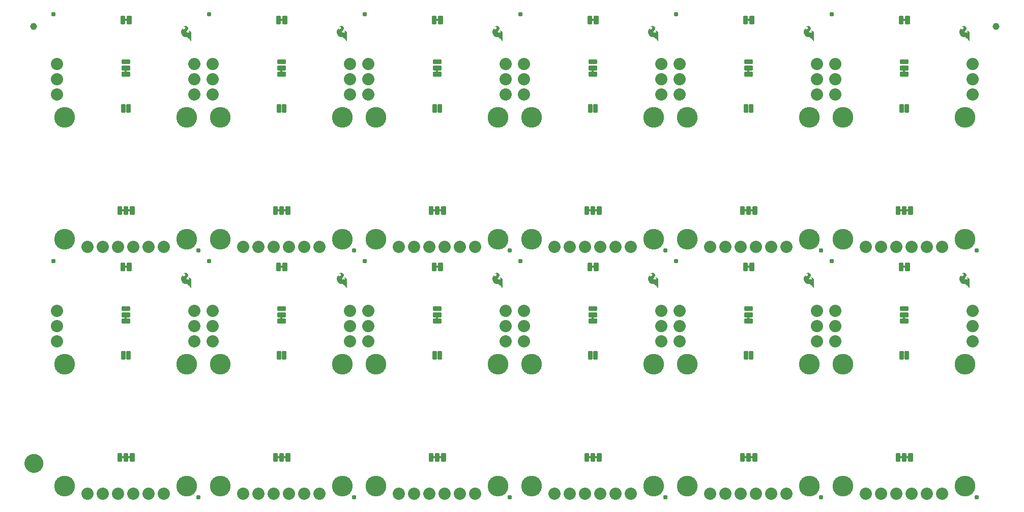
<source format=gbs>
G04 EAGLE Gerber RS-274X export*
G75*
%MOMM*%
%FSLAX34Y34*%
%LPD*%
%INSoldermask Bottom*%
%IPPOS*%
%AMOC8*
5,1,8,0,0,1.08239X$1,22.5*%
G01*
%ADD10C,3.454400*%
%ADD11C,0.787400*%
%ADD12C,0.251966*%
%ADD13C,2.032000*%
%ADD14C,1.152400*%
%ADD15C,1.270000*%
%ADD16C,1.652400*%

G36*
X1531647Y766897D02*
X1531647Y766897D01*
X1531642Y766904D01*
X1531649Y766910D01*
X1531649Y779710D01*
X1531647Y779713D01*
X1531649Y779715D01*
X1531449Y781515D01*
X1531444Y781521D01*
X1531447Y781526D01*
X1531247Y782126D01*
X1531242Y782129D01*
X1531244Y782132D01*
X1530944Y782732D01*
X1530941Y782733D01*
X1530942Y782735D01*
X1530642Y783235D01*
X1530627Y783242D01*
X1530625Y783252D01*
X1530128Y783551D01*
X1529730Y783849D01*
X1529720Y783849D01*
X1529718Y783856D01*
X1528718Y784256D01*
X1528711Y784254D01*
X1528708Y784259D01*
X1528108Y784359D01*
X1528103Y784356D01*
X1528100Y784359D01*
X1527300Y784359D01*
X1527293Y784354D01*
X1527288Y784358D01*
X1526894Y784259D01*
X1526700Y784259D01*
X1526687Y784250D01*
X1526678Y784254D01*
X1526478Y784154D01*
X1526477Y784153D01*
X1526476Y784153D01*
X1526475Y784149D01*
X1526452Y784101D01*
X1526468Y784093D01*
X1526465Y784075D01*
X1526565Y783975D01*
X1526577Y783974D01*
X1526578Y783966D01*
X1526978Y783766D01*
X1526983Y783767D01*
X1526984Y783763D01*
X1527273Y783667D01*
X1527662Y783279D01*
X1527855Y782988D01*
X1527951Y782702D01*
X1527951Y782418D01*
X1527854Y782129D01*
X1527659Y781739D01*
X1527369Y781448D01*
X1527077Y781254D01*
X1526586Y781057D01*
X1526095Y780959D01*
X1525306Y780959D01*
X1524520Y781156D01*
X1523934Y781547D01*
X1523544Y782034D01*
X1523349Y782618D01*
X1523349Y783300D01*
X1523642Y783983D01*
X1524337Y784777D01*
X1525137Y785677D01*
X1525137Y785678D01*
X1525837Y786478D01*
X1525838Y786485D01*
X1525843Y786486D01*
X1526343Y787386D01*
X1526342Y787396D01*
X1526348Y787399D01*
X1526548Y788299D01*
X1526545Y788307D01*
X1526549Y788310D01*
X1526549Y789110D01*
X1526542Y789119D01*
X1526547Y789126D01*
X1526247Y790026D01*
X1526238Y790032D01*
X1526240Y790039D01*
X1525740Y790739D01*
X1525732Y790741D01*
X1525733Y790747D01*
X1524833Y791547D01*
X1524824Y791547D01*
X1524824Y791553D01*
X1523724Y792153D01*
X1523712Y792152D01*
X1523709Y792158D01*
X1522609Y792358D01*
X1522603Y792355D01*
X1522600Y792359D01*
X1521600Y792359D01*
X1521591Y792352D01*
X1521584Y792357D01*
X1520684Y792057D01*
X1520684Y792056D01*
X1520683Y792056D01*
X1519883Y791756D01*
X1519881Y791753D01*
X1519878Y791754D01*
X1519278Y791454D01*
X1519275Y791448D01*
X1519270Y791449D01*
X1518870Y791149D01*
X1518869Y791144D01*
X1518865Y791145D01*
X1518765Y791045D01*
X1518763Y791031D01*
X1518753Y791023D01*
X1518761Y791013D01*
X1518757Y790986D01*
X1518784Y790982D01*
X1518800Y790961D01*
X1519100Y790961D01*
X1519109Y790968D01*
X1519116Y790963D01*
X1519408Y791061D01*
X1519694Y791061D01*
X1520088Y790962D01*
X1520090Y790963D01*
X1520090Y790962D01*
X1520584Y790863D01*
X1520974Y790668D01*
X1521364Y790376D01*
X1521555Y790088D01*
X1521653Y789794D01*
X1521658Y789791D01*
X1521656Y789788D01*
X1521754Y789591D01*
X1521848Y789310D01*
X1521753Y789026D01*
X1521754Y789023D01*
X1521752Y789022D01*
X1521654Y788630D01*
X1521459Y788337D01*
X1521459Y788333D01*
X1521456Y788332D01*
X1521259Y787939D01*
X1520969Y787648D01*
X1520673Y787451D01*
X1520672Y787449D01*
X1520670Y787449D01*
X1520271Y787150D01*
X1519975Y786953D01*
X1519188Y786559D01*
X1518508Y786559D01*
X1518222Y786655D01*
X1517941Y786842D01*
X1517749Y787418D01*
X1517749Y788210D01*
X1517746Y788214D01*
X1517748Y788219D01*
X1517739Y788224D01*
X1517713Y788257D01*
X1517697Y788245D01*
X1517678Y788254D01*
X1516878Y787854D01*
X1516872Y787842D01*
X1516863Y787843D01*
X1516063Y786943D01*
X1516063Y786935D01*
X1516057Y786935D01*
X1515357Y785735D01*
X1515358Y785728D01*
X1515354Y785727D01*
X1514854Y784327D01*
X1514855Y784321D01*
X1514852Y784319D01*
X1514552Y782719D01*
X1514556Y782711D01*
X1514551Y782707D01*
X1514651Y780907D01*
X1514656Y780901D01*
X1514653Y780897D01*
X1515153Y779097D01*
X1515159Y779092D01*
X1515157Y779086D01*
X1516157Y777286D01*
X1516162Y777284D01*
X1516161Y777280D01*
X1516861Y776380D01*
X1516866Y776379D01*
X1516865Y776375D01*
X1517665Y775575D01*
X1517668Y775575D01*
X1517668Y775573D01*
X1518468Y774873D01*
X1518474Y774872D01*
X1518475Y774868D01*
X1519475Y774268D01*
X1519481Y774268D01*
X1519482Y774264D01*
X1520482Y773864D01*
X1520486Y773865D01*
X1520487Y773863D01*
X1521587Y773563D01*
X1521591Y773564D01*
X1521592Y773561D01*
X1522792Y773361D01*
X1522794Y773362D01*
X1522799Y773362D01*
X1522800Y773361D01*
X1524696Y773361D01*
X1525283Y773263D01*
X1525772Y772970D01*
X1526765Y772175D01*
X1527262Y771578D01*
X1527266Y771578D01*
X1527265Y771575D01*
X1528562Y770278D01*
X1529060Y769581D01*
X1529066Y769580D01*
X1529065Y769575D01*
X1529663Y768977D01*
X1530162Y768378D01*
X1530166Y768378D01*
X1530165Y768375D01*
X1530663Y767878D01*
X1530961Y767480D01*
X1530966Y767479D01*
X1530965Y767475D01*
X1531262Y767179D01*
X1531459Y766883D01*
X1531492Y766871D01*
X1531500Y766861D01*
X1531600Y766861D01*
X1531647Y766897D01*
G37*
G36*
X1272567Y766897D02*
X1272567Y766897D01*
X1272562Y766904D01*
X1272569Y766910D01*
X1272569Y779710D01*
X1272567Y779713D01*
X1272569Y779715D01*
X1272369Y781515D01*
X1272364Y781521D01*
X1272367Y781526D01*
X1272167Y782126D01*
X1272162Y782129D01*
X1272164Y782132D01*
X1271864Y782732D01*
X1271861Y782733D01*
X1271862Y782735D01*
X1271562Y783235D01*
X1271547Y783242D01*
X1271545Y783252D01*
X1271048Y783551D01*
X1270650Y783849D01*
X1270640Y783849D01*
X1270638Y783856D01*
X1269638Y784256D01*
X1269631Y784254D01*
X1269628Y784259D01*
X1269028Y784359D01*
X1269023Y784356D01*
X1269020Y784359D01*
X1268220Y784359D01*
X1268213Y784354D01*
X1268208Y784358D01*
X1267814Y784259D01*
X1267620Y784259D01*
X1267607Y784250D01*
X1267598Y784254D01*
X1267398Y784154D01*
X1267397Y784153D01*
X1267396Y784153D01*
X1267395Y784149D01*
X1267372Y784101D01*
X1267388Y784093D01*
X1267385Y784075D01*
X1267485Y783975D01*
X1267497Y783974D01*
X1267498Y783966D01*
X1267898Y783766D01*
X1267903Y783767D01*
X1267904Y783763D01*
X1268193Y783667D01*
X1268582Y783279D01*
X1268775Y782988D01*
X1268871Y782702D01*
X1268871Y782418D01*
X1268774Y782129D01*
X1268579Y781739D01*
X1268289Y781448D01*
X1267997Y781254D01*
X1267506Y781057D01*
X1267015Y780959D01*
X1266226Y780959D01*
X1265440Y781156D01*
X1264854Y781547D01*
X1264464Y782034D01*
X1264269Y782618D01*
X1264269Y783300D01*
X1264562Y783983D01*
X1265257Y784777D01*
X1266057Y785677D01*
X1266057Y785678D01*
X1266757Y786478D01*
X1266758Y786485D01*
X1266763Y786486D01*
X1267263Y787386D01*
X1267262Y787396D01*
X1267268Y787399D01*
X1267468Y788299D01*
X1267465Y788307D01*
X1267469Y788310D01*
X1267469Y789110D01*
X1267462Y789119D01*
X1267467Y789126D01*
X1267167Y790026D01*
X1267158Y790032D01*
X1267160Y790039D01*
X1266660Y790739D01*
X1266652Y790741D01*
X1266653Y790747D01*
X1265753Y791547D01*
X1265744Y791547D01*
X1265744Y791553D01*
X1264644Y792153D01*
X1264632Y792152D01*
X1264629Y792158D01*
X1263529Y792358D01*
X1263523Y792355D01*
X1263520Y792359D01*
X1262520Y792359D01*
X1262511Y792352D01*
X1262504Y792357D01*
X1261604Y792057D01*
X1261604Y792056D01*
X1261603Y792056D01*
X1260803Y791756D01*
X1260801Y791753D01*
X1260798Y791754D01*
X1260198Y791454D01*
X1260195Y791448D01*
X1260190Y791449D01*
X1259790Y791149D01*
X1259789Y791144D01*
X1259785Y791145D01*
X1259685Y791045D01*
X1259683Y791031D01*
X1259673Y791023D01*
X1259681Y791013D01*
X1259677Y790986D01*
X1259704Y790982D01*
X1259720Y790961D01*
X1260020Y790961D01*
X1260029Y790968D01*
X1260036Y790963D01*
X1260328Y791061D01*
X1260614Y791061D01*
X1261008Y790962D01*
X1261010Y790963D01*
X1261010Y790962D01*
X1261504Y790863D01*
X1261894Y790668D01*
X1262284Y790376D01*
X1262475Y790088D01*
X1262573Y789794D01*
X1262578Y789791D01*
X1262576Y789788D01*
X1262674Y789591D01*
X1262768Y789310D01*
X1262673Y789026D01*
X1262674Y789023D01*
X1262672Y789022D01*
X1262574Y788630D01*
X1262379Y788337D01*
X1262379Y788333D01*
X1262376Y788332D01*
X1262179Y787939D01*
X1261889Y787648D01*
X1261593Y787451D01*
X1261592Y787449D01*
X1261590Y787449D01*
X1261191Y787150D01*
X1260895Y786953D01*
X1260108Y786559D01*
X1259428Y786559D01*
X1259142Y786655D01*
X1258861Y786842D01*
X1258669Y787418D01*
X1258669Y788210D01*
X1258666Y788214D01*
X1258668Y788219D01*
X1258659Y788224D01*
X1258633Y788257D01*
X1258617Y788245D01*
X1258598Y788254D01*
X1257798Y787854D01*
X1257792Y787842D01*
X1257783Y787843D01*
X1256983Y786943D01*
X1256983Y786935D01*
X1256977Y786935D01*
X1256277Y785735D01*
X1256278Y785728D01*
X1256274Y785727D01*
X1255774Y784327D01*
X1255775Y784321D01*
X1255772Y784319D01*
X1255472Y782719D01*
X1255476Y782711D01*
X1255471Y782707D01*
X1255571Y780907D01*
X1255576Y780901D01*
X1255573Y780897D01*
X1256073Y779097D01*
X1256079Y779092D01*
X1256077Y779086D01*
X1257077Y777286D01*
X1257082Y777284D01*
X1257081Y777280D01*
X1257781Y776380D01*
X1257786Y776379D01*
X1257785Y776375D01*
X1258585Y775575D01*
X1258588Y775575D01*
X1258588Y775573D01*
X1259388Y774873D01*
X1259394Y774872D01*
X1259395Y774868D01*
X1260395Y774268D01*
X1260401Y774268D01*
X1260402Y774264D01*
X1261402Y773864D01*
X1261406Y773865D01*
X1261407Y773863D01*
X1262507Y773563D01*
X1262511Y773564D01*
X1262512Y773561D01*
X1263712Y773361D01*
X1263714Y773362D01*
X1263719Y773362D01*
X1263720Y773361D01*
X1265616Y773361D01*
X1266203Y773263D01*
X1266692Y772970D01*
X1267685Y772175D01*
X1268182Y771578D01*
X1268186Y771578D01*
X1268185Y771575D01*
X1269482Y770278D01*
X1269980Y769581D01*
X1269986Y769580D01*
X1269985Y769575D01*
X1270583Y768977D01*
X1271082Y768378D01*
X1271086Y768378D01*
X1271085Y768375D01*
X1271583Y767878D01*
X1271881Y767480D01*
X1271886Y767479D01*
X1271885Y767475D01*
X1272182Y767179D01*
X1272379Y766883D01*
X1272412Y766871D01*
X1272420Y766861D01*
X1272520Y766861D01*
X1272567Y766897D01*
G37*
G36*
X1013487Y355417D02*
X1013487Y355417D01*
X1013482Y355424D01*
X1013489Y355430D01*
X1013489Y368230D01*
X1013487Y368233D01*
X1013489Y368235D01*
X1013289Y370035D01*
X1013284Y370041D01*
X1013287Y370046D01*
X1013087Y370646D01*
X1013082Y370649D01*
X1013084Y370652D01*
X1012784Y371252D01*
X1012781Y371253D01*
X1012782Y371255D01*
X1012482Y371755D01*
X1012467Y371762D01*
X1012465Y371772D01*
X1011968Y372071D01*
X1011570Y372369D01*
X1011560Y372369D01*
X1011558Y372376D01*
X1010558Y372776D01*
X1010551Y372774D01*
X1010548Y372779D01*
X1009948Y372879D01*
X1009943Y372876D01*
X1009940Y372879D01*
X1009140Y372879D01*
X1009133Y372874D01*
X1009128Y372878D01*
X1008734Y372779D01*
X1008540Y372779D01*
X1008527Y372770D01*
X1008518Y372774D01*
X1008318Y372674D01*
X1008317Y372673D01*
X1008316Y372673D01*
X1008315Y372669D01*
X1008292Y372621D01*
X1008308Y372613D01*
X1008305Y372595D01*
X1008405Y372495D01*
X1008417Y372494D01*
X1008418Y372486D01*
X1008818Y372286D01*
X1008823Y372287D01*
X1008824Y372283D01*
X1009113Y372187D01*
X1009502Y371799D01*
X1009695Y371508D01*
X1009791Y371222D01*
X1009791Y370938D01*
X1009694Y370649D01*
X1009499Y370259D01*
X1009209Y369968D01*
X1008917Y369774D01*
X1008426Y369577D01*
X1007935Y369479D01*
X1007146Y369479D01*
X1006360Y369676D01*
X1005774Y370067D01*
X1005384Y370554D01*
X1005189Y371138D01*
X1005189Y371820D01*
X1005482Y372503D01*
X1006177Y373297D01*
X1006977Y374197D01*
X1006977Y374198D01*
X1007677Y374998D01*
X1007678Y375005D01*
X1007683Y375006D01*
X1008183Y375906D01*
X1008182Y375916D01*
X1008188Y375919D01*
X1008388Y376819D01*
X1008385Y376827D01*
X1008389Y376830D01*
X1008389Y377630D01*
X1008382Y377639D01*
X1008387Y377646D01*
X1008087Y378546D01*
X1008078Y378552D01*
X1008080Y378559D01*
X1007580Y379259D01*
X1007572Y379261D01*
X1007573Y379267D01*
X1006673Y380067D01*
X1006664Y380067D01*
X1006664Y380073D01*
X1005564Y380673D01*
X1005552Y380672D01*
X1005549Y380678D01*
X1004449Y380878D01*
X1004443Y380875D01*
X1004440Y380879D01*
X1003440Y380879D01*
X1003431Y380872D01*
X1003424Y380877D01*
X1002524Y380577D01*
X1002524Y380576D01*
X1002523Y380576D01*
X1001723Y380276D01*
X1001721Y380273D01*
X1001718Y380274D01*
X1001118Y379974D01*
X1001115Y379968D01*
X1001110Y379969D01*
X1000710Y379669D01*
X1000709Y379664D01*
X1000705Y379665D01*
X1000605Y379565D01*
X1000603Y379551D01*
X1000593Y379543D01*
X1000601Y379533D01*
X1000597Y379506D01*
X1000624Y379502D01*
X1000640Y379481D01*
X1000940Y379481D01*
X1000949Y379488D01*
X1000956Y379483D01*
X1001248Y379581D01*
X1001534Y379581D01*
X1001928Y379482D01*
X1001930Y379483D01*
X1001930Y379482D01*
X1002424Y379383D01*
X1002814Y379188D01*
X1003204Y378896D01*
X1003395Y378608D01*
X1003493Y378314D01*
X1003498Y378311D01*
X1003496Y378308D01*
X1003594Y378111D01*
X1003688Y377830D01*
X1003593Y377546D01*
X1003594Y377543D01*
X1003592Y377542D01*
X1003494Y377150D01*
X1003299Y376857D01*
X1003299Y376853D01*
X1003296Y376852D01*
X1003099Y376459D01*
X1002809Y376168D01*
X1002513Y375971D01*
X1002512Y375969D01*
X1002510Y375969D01*
X1002111Y375670D01*
X1001815Y375473D01*
X1001028Y375079D01*
X1000348Y375079D01*
X1000062Y375175D01*
X999781Y375362D01*
X999589Y375938D01*
X999589Y376730D01*
X999586Y376734D01*
X999588Y376739D01*
X999579Y376744D01*
X999553Y376777D01*
X999537Y376765D01*
X999518Y376774D01*
X998718Y376374D01*
X998712Y376362D01*
X998703Y376363D01*
X997903Y375463D01*
X997903Y375455D01*
X997897Y375455D01*
X997197Y374255D01*
X997198Y374248D01*
X997194Y374247D01*
X996694Y372847D01*
X996695Y372841D01*
X996692Y372839D01*
X996392Y371239D01*
X996396Y371231D01*
X996391Y371227D01*
X996491Y369427D01*
X996496Y369421D01*
X996493Y369417D01*
X996993Y367617D01*
X996999Y367612D01*
X996997Y367606D01*
X997997Y365806D01*
X998002Y365804D01*
X998001Y365800D01*
X998701Y364900D01*
X998706Y364899D01*
X998705Y364895D01*
X999505Y364095D01*
X999508Y364095D01*
X999508Y364093D01*
X1000308Y363393D01*
X1000314Y363392D01*
X1000315Y363388D01*
X1001315Y362788D01*
X1001321Y362788D01*
X1001322Y362784D01*
X1002322Y362384D01*
X1002326Y362385D01*
X1002327Y362383D01*
X1003427Y362083D01*
X1003431Y362084D01*
X1003432Y362081D01*
X1004632Y361881D01*
X1004634Y361882D01*
X1004639Y361882D01*
X1004640Y361881D01*
X1006536Y361881D01*
X1007123Y361783D01*
X1007612Y361490D01*
X1008605Y360695D01*
X1009102Y360098D01*
X1009106Y360098D01*
X1009105Y360095D01*
X1010402Y358798D01*
X1010900Y358101D01*
X1010906Y358100D01*
X1010905Y358095D01*
X1011503Y357497D01*
X1012002Y356898D01*
X1012006Y356898D01*
X1012005Y356895D01*
X1012503Y356398D01*
X1012801Y356000D01*
X1012806Y355999D01*
X1012805Y355995D01*
X1013102Y355699D01*
X1013299Y355403D01*
X1013332Y355391D01*
X1013340Y355381D01*
X1013440Y355381D01*
X1013487Y355417D01*
G37*
G36*
X236247Y355417D02*
X236247Y355417D01*
X236242Y355424D01*
X236249Y355430D01*
X236249Y368230D01*
X236247Y368233D01*
X236249Y368235D01*
X236049Y370035D01*
X236044Y370041D01*
X236047Y370046D01*
X235847Y370646D01*
X235842Y370649D01*
X235844Y370652D01*
X235544Y371252D01*
X235541Y371253D01*
X235542Y371255D01*
X235242Y371755D01*
X235227Y371762D01*
X235225Y371772D01*
X234728Y372071D01*
X234330Y372369D01*
X234320Y372369D01*
X234318Y372376D01*
X233318Y372776D01*
X233311Y372774D01*
X233308Y372779D01*
X232708Y372879D01*
X232703Y372876D01*
X232700Y372879D01*
X231900Y372879D01*
X231893Y372874D01*
X231888Y372878D01*
X231494Y372779D01*
X231300Y372779D01*
X231287Y372770D01*
X231278Y372774D01*
X231078Y372674D01*
X231077Y372673D01*
X231076Y372673D01*
X231075Y372669D01*
X231052Y372621D01*
X231068Y372613D01*
X231065Y372595D01*
X231165Y372495D01*
X231177Y372494D01*
X231178Y372486D01*
X231578Y372286D01*
X231583Y372287D01*
X231584Y372283D01*
X231873Y372187D01*
X232262Y371799D01*
X232455Y371508D01*
X232551Y371222D01*
X232551Y370938D01*
X232454Y370649D01*
X232259Y370259D01*
X231969Y369968D01*
X231677Y369774D01*
X231186Y369577D01*
X230695Y369479D01*
X229906Y369479D01*
X229120Y369676D01*
X228534Y370067D01*
X228144Y370554D01*
X227949Y371138D01*
X227949Y371820D01*
X228242Y372503D01*
X228937Y373297D01*
X229737Y374197D01*
X229737Y374198D01*
X230437Y374998D01*
X230438Y375005D01*
X230443Y375006D01*
X230943Y375906D01*
X230942Y375916D01*
X230948Y375919D01*
X231148Y376819D01*
X231145Y376827D01*
X231149Y376830D01*
X231149Y377630D01*
X231142Y377639D01*
X231147Y377646D01*
X230847Y378546D01*
X230838Y378552D01*
X230840Y378559D01*
X230340Y379259D01*
X230332Y379261D01*
X230333Y379267D01*
X229433Y380067D01*
X229424Y380067D01*
X229424Y380073D01*
X228324Y380673D01*
X228312Y380672D01*
X228309Y380678D01*
X227209Y380878D01*
X227203Y380875D01*
X227200Y380879D01*
X226200Y380879D01*
X226191Y380872D01*
X226184Y380877D01*
X225284Y380577D01*
X225284Y380576D01*
X225283Y380576D01*
X224483Y380276D01*
X224481Y380273D01*
X224478Y380274D01*
X223878Y379974D01*
X223875Y379968D01*
X223870Y379969D01*
X223470Y379669D01*
X223469Y379664D01*
X223465Y379665D01*
X223365Y379565D01*
X223363Y379551D01*
X223353Y379543D01*
X223361Y379533D01*
X223357Y379506D01*
X223384Y379502D01*
X223400Y379481D01*
X223700Y379481D01*
X223709Y379488D01*
X223716Y379483D01*
X224008Y379581D01*
X224294Y379581D01*
X224688Y379482D01*
X224690Y379483D01*
X224690Y379482D01*
X225184Y379383D01*
X225574Y379188D01*
X225964Y378896D01*
X226155Y378608D01*
X226253Y378314D01*
X226258Y378311D01*
X226256Y378308D01*
X226354Y378111D01*
X226448Y377830D01*
X226353Y377546D01*
X226354Y377543D01*
X226352Y377542D01*
X226254Y377150D01*
X226059Y376857D01*
X226059Y376853D01*
X226056Y376852D01*
X225859Y376459D01*
X225569Y376168D01*
X225273Y375971D01*
X225272Y375969D01*
X225270Y375969D01*
X224871Y375670D01*
X224575Y375473D01*
X223788Y375079D01*
X223108Y375079D01*
X222822Y375175D01*
X222541Y375362D01*
X222349Y375938D01*
X222349Y376730D01*
X222346Y376734D01*
X222348Y376739D01*
X222339Y376744D01*
X222313Y376777D01*
X222297Y376765D01*
X222278Y376774D01*
X221478Y376374D01*
X221472Y376362D01*
X221463Y376363D01*
X220663Y375463D01*
X220663Y375455D01*
X220657Y375455D01*
X219957Y374255D01*
X219958Y374248D01*
X219954Y374247D01*
X219454Y372847D01*
X219455Y372841D01*
X219452Y372839D01*
X219152Y371239D01*
X219156Y371231D01*
X219151Y371227D01*
X219251Y369427D01*
X219256Y369421D01*
X219253Y369417D01*
X219753Y367617D01*
X219759Y367612D01*
X219757Y367606D01*
X220757Y365806D01*
X220762Y365804D01*
X220761Y365800D01*
X221461Y364900D01*
X221466Y364899D01*
X221465Y364895D01*
X222265Y364095D01*
X222268Y364095D01*
X222268Y364093D01*
X223068Y363393D01*
X223074Y363392D01*
X223075Y363388D01*
X224075Y362788D01*
X224081Y362788D01*
X224082Y362784D01*
X225082Y362384D01*
X225086Y362385D01*
X225087Y362383D01*
X226187Y362083D01*
X226191Y362084D01*
X226192Y362081D01*
X227392Y361881D01*
X227394Y361882D01*
X227399Y361882D01*
X227400Y361881D01*
X229296Y361881D01*
X229883Y361783D01*
X230372Y361490D01*
X231365Y360695D01*
X231862Y360098D01*
X231866Y360098D01*
X231865Y360095D01*
X233162Y358798D01*
X233660Y358101D01*
X233666Y358100D01*
X233665Y358095D01*
X234263Y357497D01*
X234762Y356898D01*
X234766Y356898D01*
X234765Y356895D01*
X235263Y356398D01*
X235561Y356000D01*
X235566Y355999D01*
X235565Y355995D01*
X235862Y355699D01*
X236059Y355403D01*
X236092Y355391D01*
X236100Y355381D01*
X236200Y355381D01*
X236247Y355417D01*
G37*
G36*
X1531647Y355417D02*
X1531647Y355417D01*
X1531642Y355424D01*
X1531649Y355430D01*
X1531649Y368230D01*
X1531647Y368233D01*
X1531649Y368235D01*
X1531449Y370035D01*
X1531444Y370041D01*
X1531447Y370046D01*
X1531247Y370646D01*
X1531242Y370649D01*
X1531244Y370652D01*
X1530944Y371252D01*
X1530941Y371253D01*
X1530942Y371255D01*
X1530642Y371755D01*
X1530627Y371762D01*
X1530625Y371772D01*
X1530128Y372071D01*
X1529730Y372369D01*
X1529720Y372369D01*
X1529718Y372376D01*
X1528718Y372776D01*
X1528711Y372774D01*
X1528708Y372779D01*
X1528108Y372879D01*
X1528103Y372876D01*
X1528100Y372879D01*
X1527300Y372879D01*
X1527293Y372874D01*
X1527288Y372878D01*
X1526894Y372779D01*
X1526700Y372779D01*
X1526687Y372770D01*
X1526678Y372774D01*
X1526478Y372674D01*
X1526477Y372673D01*
X1526476Y372673D01*
X1526475Y372669D01*
X1526452Y372621D01*
X1526468Y372613D01*
X1526465Y372595D01*
X1526565Y372495D01*
X1526577Y372494D01*
X1526578Y372486D01*
X1526978Y372286D01*
X1526983Y372287D01*
X1526984Y372283D01*
X1527273Y372187D01*
X1527662Y371799D01*
X1527855Y371508D01*
X1527951Y371222D01*
X1527951Y370938D01*
X1527854Y370649D01*
X1527659Y370259D01*
X1527369Y369968D01*
X1527077Y369774D01*
X1526586Y369577D01*
X1526095Y369479D01*
X1525306Y369479D01*
X1524520Y369676D01*
X1523934Y370067D01*
X1523544Y370554D01*
X1523349Y371138D01*
X1523349Y371820D01*
X1523642Y372503D01*
X1524337Y373297D01*
X1525137Y374197D01*
X1525137Y374198D01*
X1525837Y374998D01*
X1525838Y375005D01*
X1525843Y375006D01*
X1526343Y375906D01*
X1526342Y375916D01*
X1526348Y375919D01*
X1526548Y376819D01*
X1526545Y376827D01*
X1526549Y376830D01*
X1526549Y377630D01*
X1526542Y377639D01*
X1526547Y377646D01*
X1526247Y378546D01*
X1526238Y378552D01*
X1526240Y378559D01*
X1525740Y379259D01*
X1525732Y379261D01*
X1525733Y379267D01*
X1524833Y380067D01*
X1524824Y380067D01*
X1524824Y380073D01*
X1523724Y380673D01*
X1523712Y380672D01*
X1523709Y380678D01*
X1522609Y380878D01*
X1522603Y380875D01*
X1522600Y380879D01*
X1521600Y380879D01*
X1521591Y380872D01*
X1521584Y380877D01*
X1520684Y380577D01*
X1520684Y380576D01*
X1520683Y380576D01*
X1519883Y380276D01*
X1519881Y380273D01*
X1519878Y380274D01*
X1519278Y379974D01*
X1519275Y379968D01*
X1519270Y379969D01*
X1518870Y379669D01*
X1518869Y379664D01*
X1518865Y379665D01*
X1518765Y379565D01*
X1518763Y379551D01*
X1518753Y379543D01*
X1518761Y379533D01*
X1518757Y379506D01*
X1518784Y379502D01*
X1518800Y379481D01*
X1519100Y379481D01*
X1519109Y379488D01*
X1519116Y379483D01*
X1519408Y379581D01*
X1519694Y379581D01*
X1520088Y379482D01*
X1520090Y379483D01*
X1520090Y379482D01*
X1520584Y379383D01*
X1520974Y379188D01*
X1521364Y378896D01*
X1521555Y378608D01*
X1521653Y378314D01*
X1521658Y378311D01*
X1521656Y378308D01*
X1521754Y378111D01*
X1521848Y377830D01*
X1521753Y377546D01*
X1521754Y377543D01*
X1521752Y377542D01*
X1521654Y377150D01*
X1521459Y376857D01*
X1521459Y376853D01*
X1521456Y376852D01*
X1521259Y376459D01*
X1520969Y376168D01*
X1520673Y375971D01*
X1520672Y375969D01*
X1520670Y375969D01*
X1520271Y375670D01*
X1519975Y375473D01*
X1519188Y375079D01*
X1518508Y375079D01*
X1518222Y375175D01*
X1517941Y375362D01*
X1517749Y375938D01*
X1517749Y376730D01*
X1517746Y376734D01*
X1517748Y376739D01*
X1517739Y376744D01*
X1517713Y376777D01*
X1517697Y376765D01*
X1517678Y376774D01*
X1516878Y376374D01*
X1516872Y376362D01*
X1516863Y376363D01*
X1516063Y375463D01*
X1516063Y375455D01*
X1516057Y375455D01*
X1515357Y374255D01*
X1515358Y374248D01*
X1515354Y374247D01*
X1514854Y372847D01*
X1514855Y372841D01*
X1514852Y372839D01*
X1514552Y371239D01*
X1514556Y371231D01*
X1514551Y371227D01*
X1514651Y369427D01*
X1514656Y369421D01*
X1514653Y369417D01*
X1515153Y367617D01*
X1515159Y367612D01*
X1515157Y367606D01*
X1516157Y365806D01*
X1516162Y365804D01*
X1516161Y365800D01*
X1516861Y364900D01*
X1516866Y364899D01*
X1516865Y364895D01*
X1517665Y364095D01*
X1517668Y364095D01*
X1517668Y364093D01*
X1518468Y363393D01*
X1518474Y363392D01*
X1518475Y363388D01*
X1519475Y362788D01*
X1519481Y362788D01*
X1519482Y362784D01*
X1520482Y362384D01*
X1520486Y362385D01*
X1520487Y362383D01*
X1521587Y362083D01*
X1521591Y362084D01*
X1521592Y362081D01*
X1522792Y361881D01*
X1522794Y361882D01*
X1522799Y361882D01*
X1522800Y361881D01*
X1524696Y361881D01*
X1525283Y361783D01*
X1525772Y361490D01*
X1526765Y360695D01*
X1527262Y360098D01*
X1527266Y360098D01*
X1527265Y360095D01*
X1528562Y358798D01*
X1529060Y358101D01*
X1529066Y358100D01*
X1529065Y358095D01*
X1529663Y357497D01*
X1530162Y356898D01*
X1530166Y356898D01*
X1530165Y356895D01*
X1530663Y356398D01*
X1530961Y356000D01*
X1530966Y355999D01*
X1530965Y355995D01*
X1531262Y355699D01*
X1531459Y355403D01*
X1531492Y355391D01*
X1531500Y355381D01*
X1531600Y355381D01*
X1531647Y355417D01*
G37*
G36*
X1272567Y355417D02*
X1272567Y355417D01*
X1272562Y355424D01*
X1272569Y355430D01*
X1272569Y368230D01*
X1272567Y368233D01*
X1272569Y368235D01*
X1272369Y370035D01*
X1272364Y370041D01*
X1272367Y370046D01*
X1272167Y370646D01*
X1272162Y370649D01*
X1272164Y370652D01*
X1271864Y371252D01*
X1271861Y371253D01*
X1271862Y371255D01*
X1271562Y371755D01*
X1271547Y371762D01*
X1271545Y371772D01*
X1271048Y372071D01*
X1270650Y372369D01*
X1270640Y372369D01*
X1270638Y372376D01*
X1269638Y372776D01*
X1269631Y372774D01*
X1269628Y372779D01*
X1269028Y372879D01*
X1269023Y372876D01*
X1269020Y372879D01*
X1268220Y372879D01*
X1268213Y372874D01*
X1268208Y372878D01*
X1267814Y372779D01*
X1267620Y372779D01*
X1267607Y372770D01*
X1267598Y372774D01*
X1267398Y372674D01*
X1267397Y372673D01*
X1267396Y372673D01*
X1267395Y372669D01*
X1267372Y372621D01*
X1267388Y372613D01*
X1267385Y372595D01*
X1267485Y372495D01*
X1267497Y372494D01*
X1267498Y372486D01*
X1267898Y372286D01*
X1267903Y372287D01*
X1267904Y372283D01*
X1268193Y372187D01*
X1268582Y371799D01*
X1268775Y371508D01*
X1268871Y371222D01*
X1268871Y370938D01*
X1268774Y370649D01*
X1268579Y370259D01*
X1268289Y369968D01*
X1267997Y369774D01*
X1267506Y369577D01*
X1267015Y369479D01*
X1266226Y369479D01*
X1265440Y369676D01*
X1264854Y370067D01*
X1264464Y370554D01*
X1264269Y371138D01*
X1264269Y371820D01*
X1264562Y372503D01*
X1265257Y373297D01*
X1266057Y374197D01*
X1266057Y374198D01*
X1266757Y374998D01*
X1266758Y375005D01*
X1266763Y375006D01*
X1267263Y375906D01*
X1267262Y375916D01*
X1267268Y375919D01*
X1267468Y376819D01*
X1267465Y376827D01*
X1267469Y376830D01*
X1267469Y377630D01*
X1267462Y377639D01*
X1267467Y377646D01*
X1267167Y378546D01*
X1267158Y378552D01*
X1267160Y378559D01*
X1266660Y379259D01*
X1266652Y379261D01*
X1266653Y379267D01*
X1265753Y380067D01*
X1265744Y380067D01*
X1265744Y380073D01*
X1264644Y380673D01*
X1264632Y380672D01*
X1264629Y380678D01*
X1263529Y380878D01*
X1263523Y380875D01*
X1263520Y380879D01*
X1262520Y380879D01*
X1262511Y380872D01*
X1262504Y380877D01*
X1261604Y380577D01*
X1261604Y380576D01*
X1261603Y380576D01*
X1260803Y380276D01*
X1260801Y380273D01*
X1260798Y380274D01*
X1260198Y379974D01*
X1260195Y379968D01*
X1260190Y379969D01*
X1259790Y379669D01*
X1259789Y379664D01*
X1259785Y379665D01*
X1259685Y379565D01*
X1259683Y379551D01*
X1259673Y379543D01*
X1259681Y379533D01*
X1259677Y379506D01*
X1259704Y379502D01*
X1259720Y379481D01*
X1260020Y379481D01*
X1260029Y379488D01*
X1260036Y379483D01*
X1260328Y379581D01*
X1260614Y379581D01*
X1261008Y379482D01*
X1261010Y379483D01*
X1261010Y379482D01*
X1261504Y379383D01*
X1261894Y379188D01*
X1262284Y378896D01*
X1262475Y378608D01*
X1262573Y378314D01*
X1262578Y378311D01*
X1262576Y378308D01*
X1262674Y378111D01*
X1262768Y377830D01*
X1262673Y377546D01*
X1262674Y377543D01*
X1262672Y377542D01*
X1262574Y377150D01*
X1262379Y376857D01*
X1262379Y376853D01*
X1262376Y376852D01*
X1262179Y376459D01*
X1261889Y376168D01*
X1261593Y375971D01*
X1261592Y375969D01*
X1261590Y375969D01*
X1261191Y375670D01*
X1260895Y375473D01*
X1260108Y375079D01*
X1259428Y375079D01*
X1259142Y375175D01*
X1258861Y375362D01*
X1258669Y375938D01*
X1258669Y376730D01*
X1258666Y376734D01*
X1258668Y376739D01*
X1258659Y376744D01*
X1258633Y376777D01*
X1258617Y376765D01*
X1258598Y376774D01*
X1257798Y376374D01*
X1257792Y376362D01*
X1257783Y376363D01*
X1256983Y375463D01*
X1256983Y375455D01*
X1256977Y375455D01*
X1256277Y374255D01*
X1256278Y374248D01*
X1256274Y374247D01*
X1255774Y372847D01*
X1255775Y372841D01*
X1255772Y372839D01*
X1255472Y371239D01*
X1255476Y371231D01*
X1255471Y371227D01*
X1255571Y369427D01*
X1255576Y369421D01*
X1255573Y369417D01*
X1256073Y367617D01*
X1256079Y367612D01*
X1256077Y367606D01*
X1257077Y365806D01*
X1257082Y365804D01*
X1257081Y365800D01*
X1257781Y364900D01*
X1257786Y364899D01*
X1257785Y364895D01*
X1258585Y364095D01*
X1258588Y364095D01*
X1258588Y364093D01*
X1259388Y363393D01*
X1259394Y363392D01*
X1259395Y363388D01*
X1260395Y362788D01*
X1260401Y362788D01*
X1260402Y362784D01*
X1261402Y362384D01*
X1261406Y362385D01*
X1261407Y362383D01*
X1262507Y362083D01*
X1262511Y362084D01*
X1262512Y362081D01*
X1263712Y361881D01*
X1263714Y361882D01*
X1263719Y361882D01*
X1263720Y361881D01*
X1265616Y361881D01*
X1266203Y361783D01*
X1266692Y361490D01*
X1267685Y360695D01*
X1268182Y360098D01*
X1268186Y360098D01*
X1268185Y360095D01*
X1269482Y358798D01*
X1269980Y358101D01*
X1269986Y358100D01*
X1269985Y358095D01*
X1270583Y357497D01*
X1271082Y356898D01*
X1271086Y356898D01*
X1271085Y356895D01*
X1271583Y356398D01*
X1271881Y356000D01*
X1271886Y355999D01*
X1271885Y355995D01*
X1272182Y355699D01*
X1272379Y355403D01*
X1272412Y355391D01*
X1272420Y355381D01*
X1272520Y355381D01*
X1272567Y355417D01*
G37*
G36*
X754407Y355417D02*
X754407Y355417D01*
X754402Y355424D01*
X754409Y355430D01*
X754409Y368230D01*
X754407Y368233D01*
X754409Y368235D01*
X754209Y370035D01*
X754204Y370041D01*
X754207Y370046D01*
X754007Y370646D01*
X754002Y370649D01*
X754004Y370652D01*
X753704Y371252D01*
X753701Y371253D01*
X753702Y371255D01*
X753402Y371755D01*
X753387Y371762D01*
X753385Y371772D01*
X752888Y372071D01*
X752490Y372369D01*
X752480Y372369D01*
X752478Y372376D01*
X751478Y372776D01*
X751471Y372774D01*
X751468Y372779D01*
X750868Y372879D01*
X750863Y372876D01*
X750860Y372879D01*
X750060Y372879D01*
X750053Y372874D01*
X750048Y372878D01*
X749654Y372779D01*
X749460Y372779D01*
X749447Y372770D01*
X749438Y372774D01*
X749238Y372674D01*
X749237Y372673D01*
X749236Y372673D01*
X749235Y372669D01*
X749212Y372621D01*
X749228Y372613D01*
X749225Y372595D01*
X749325Y372495D01*
X749337Y372494D01*
X749338Y372486D01*
X749738Y372286D01*
X749743Y372287D01*
X749744Y372283D01*
X750033Y372187D01*
X750422Y371799D01*
X750615Y371508D01*
X750711Y371222D01*
X750711Y370938D01*
X750614Y370649D01*
X750419Y370259D01*
X750129Y369968D01*
X749837Y369774D01*
X749346Y369577D01*
X748855Y369479D01*
X748066Y369479D01*
X747280Y369676D01*
X746694Y370067D01*
X746304Y370554D01*
X746109Y371138D01*
X746109Y371820D01*
X746402Y372503D01*
X747097Y373297D01*
X747897Y374197D01*
X747897Y374198D01*
X748597Y374998D01*
X748598Y375005D01*
X748603Y375006D01*
X749103Y375906D01*
X749102Y375916D01*
X749108Y375919D01*
X749308Y376819D01*
X749305Y376827D01*
X749309Y376830D01*
X749309Y377630D01*
X749302Y377639D01*
X749307Y377646D01*
X749007Y378546D01*
X748998Y378552D01*
X749000Y378559D01*
X748500Y379259D01*
X748492Y379261D01*
X748493Y379267D01*
X747593Y380067D01*
X747584Y380067D01*
X747584Y380073D01*
X746484Y380673D01*
X746472Y380672D01*
X746469Y380678D01*
X745369Y380878D01*
X745363Y380875D01*
X745360Y380879D01*
X744360Y380879D01*
X744351Y380872D01*
X744344Y380877D01*
X743444Y380577D01*
X743444Y380576D01*
X743443Y380576D01*
X742643Y380276D01*
X742641Y380273D01*
X742638Y380274D01*
X742038Y379974D01*
X742035Y379968D01*
X742030Y379969D01*
X741630Y379669D01*
X741629Y379664D01*
X741625Y379665D01*
X741525Y379565D01*
X741523Y379551D01*
X741513Y379543D01*
X741521Y379533D01*
X741517Y379506D01*
X741544Y379502D01*
X741560Y379481D01*
X741860Y379481D01*
X741869Y379488D01*
X741876Y379483D01*
X742168Y379581D01*
X742454Y379581D01*
X742848Y379482D01*
X742850Y379483D01*
X742850Y379482D01*
X743344Y379383D01*
X743734Y379188D01*
X744124Y378896D01*
X744315Y378608D01*
X744413Y378314D01*
X744418Y378311D01*
X744416Y378308D01*
X744514Y378111D01*
X744608Y377830D01*
X744513Y377546D01*
X744514Y377543D01*
X744512Y377542D01*
X744414Y377150D01*
X744219Y376857D01*
X744219Y376853D01*
X744216Y376852D01*
X744019Y376459D01*
X743729Y376168D01*
X743433Y375971D01*
X743432Y375969D01*
X743430Y375969D01*
X743031Y375670D01*
X742735Y375473D01*
X741948Y375079D01*
X741268Y375079D01*
X740982Y375175D01*
X740701Y375362D01*
X740509Y375938D01*
X740509Y376730D01*
X740506Y376734D01*
X740508Y376739D01*
X740499Y376744D01*
X740473Y376777D01*
X740457Y376765D01*
X740438Y376774D01*
X739638Y376374D01*
X739632Y376362D01*
X739623Y376363D01*
X738823Y375463D01*
X738823Y375455D01*
X738817Y375455D01*
X738117Y374255D01*
X738118Y374248D01*
X738114Y374247D01*
X737614Y372847D01*
X737615Y372841D01*
X737612Y372839D01*
X737312Y371239D01*
X737316Y371231D01*
X737311Y371227D01*
X737411Y369427D01*
X737416Y369421D01*
X737413Y369417D01*
X737913Y367617D01*
X737919Y367612D01*
X737917Y367606D01*
X738917Y365806D01*
X738922Y365804D01*
X738921Y365800D01*
X739621Y364900D01*
X739626Y364899D01*
X739625Y364895D01*
X740425Y364095D01*
X740428Y364095D01*
X740428Y364093D01*
X741228Y363393D01*
X741234Y363392D01*
X741235Y363388D01*
X742235Y362788D01*
X742241Y362788D01*
X742242Y362784D01*
X743242Y362384D01*
X743246Y362385D01*
X743247Y362383D01*
X744347Y362083D01*
X744351Y362084D01*
X744352Y362081D01*
X745552Y361881D01*
X745554Y361882D01*
X745559Y361882D01*
X745560Y361881D01*
X747456Y361881D01*
X748043Y361783D01*
X748532Y361490D01*
X749525Y360695D01*
X750022Y360098D01*
X750026Y360098D01*
X750025Y360095D01*
X751322Y358798D01*
X751820Y358101D01*
X751826Y358100D01*
X751825Y358095D01*
X752423Y357497D01*
X752922Y356898D01*
X752926Y356898D01*
X752925Y356895D01*
X753423Y356398D01*
X753721Y356000D01*
X753726Y355999D01*
X753725Y355995D01*
X754022Y355699D01*
X754219Y355403D01*
X754252Y355391D01*
X754260Y355381D01*
X754360Y355381D01*
X754407Y355417D01*
G37*
G36*
X495327Y355417D02*
X495327Y355417D01*
X495322Y355424D01*
X495329Y355430D01*
X495329Y368230D01*
X495327Y368233D01*
X495329Y368235D01*
X495129Y370035D01*
X495124Y370041D01*
X495127Y370046D01*
X494927Y370646D01*
X494922Y370649D01*
X494924Y370652D01*
X494624Y371252D01*
X494621Y371253D01*
X494622Y371255D01*
X494322Y371755D01*
X494307Y371762D01*
X494305Y371772D01*
X493808Y372071D01*
X493410Y372369D01*
X493400Y372369D01*
X493398Y372376D01*
X492398Y372776D01*
X492391Y372774D01*
X492388Y372779D01*
X491788Y372879D01*
X491783Y372876D01*
X491780Y372879D01*
X490980Y372879D01*
X490973Y372874D01*
X490968Y372878D01*
X490574Y372779D01*
X490380Y372779D01*
X490367Y372770D01*
X490358Y372774D01*
X490158Y372674D01*
X490157Y372673D01*
X490156Y372673D01*
X490155Y372669D01*
X490132Y372621D01*
X490148Y372613D01*
X490145Y372595D01*
X490245Y372495D01*
X490257Y372494D01*
X490258Y372486D01*
X490658Y372286D01*
X490663Y372287D01*
X490664Y372283D01*
X490953Y372187D01*
X491342Y371799D01*
X491535Y371508D01*
X491631Y371222D01*
X491631Y370938D01*
X491534Y370649D01*
X491339Y370259D01*
X491049Y369968D01*
X490757Y369774D01*
X490266Y369577D01*
X489775Y369479D01*
X488986Y369479D01*
X488200Y369676D01*
X487614Y370067D01*
X487224Y370554D01*
X487029Y371138D01*
X487029Y371820D01*
X487322Y372503D01*
X488017Y373297D01*
X488817Y374197D01*
X488817Y374198D01*
X489517Y374998D01*
X489518Y375005D01*
X489523Y375006D01*
X490023Y375906D01*
X490022Y375916D01*
X490028Y375919D01*
X490228Y376819D01*
X490225Y376827D01*
X490229Y376830D01*
X490229Y377630D01*
X490222Y377639D01*
X490227Y377646D01*
X489927Y378546D01*
X489918Y378552D01*
X489920Y378559D01*
X489420Y379259D01*
X489412Y379261D01*
X489413Y379267D01*
X488513Y380067D01*
X488504Y380067D01*
X488504Y380073D01*
X487404Y380673D01*
X487392Y380672D01*
X487389Y380678D01*
X486289Y380878D01*
X486283Y380875D01*
X486280Y380879D01*
X485280Y380879D01*
X485271Y380872D01*
X485264Y380877D01*
X484364Y380577D01*
X484364Y380576D01*
X484363Y380576D01*
X483563Y380276D01*
X483561Y380273D01*
X483558Y380274D01*
X482958Y379974D01*
X482955Y379968D01*
X482950Y379969D01*
X482550Y379669D01*
X482549Y379664D01*
X482545Y379665D01*
X482445Y379565D01*
X482443Y379551D01*
X482433Y379543D01*
X482441Y379533D01*
X482437Y379506D01*
X482464Y379502D01*
X482480Y379481D01*
X482780Y379481D01*
X482789Y379488D01*
X482796Y379483D01*
X483088Y379581D01*
X483374Y379581D01*
X483768Y379482D01*
X483770Y379483D01*
X483770Y379482D01*
X484264Y379383D01*
X484654Y379188D01*
X485044Y378896D01*
X485235Y378608D01*
X485333Y378314D01*
X485338Y378311D01*
X485336Y378308D01*
X485434Y378111D01*
X485528Y377830D01*
X485433Y377546D01*
X485434Y377543D01*
X485432Y377542D01*
X485334Y377150D01*
X485139Y376857D01*
X485139Y376853D01*
X485136Y376852D01*
X484939Y376459D01*
X484649Y376168D01*
X484353Y375971D01*
X484352Y375969D01*
X484350Y375969D01*
X483951Y375670D01*
X483655Y375473D01*
X482868Y375079D01*
X482188Y375079D01*
X481902Y375175D01*
X481621Y375362D01*
X481429Y375938D01*
X481429Y376730D01*
X481426Y376734D01*
X481428Y376739D01*
X481419Y376744D01*
X481393Y376777D01*
X481377Y376765D01*
X481358Y376774D01*
X480558Y376374D01*
X480552Y376362D01*
X480543Y376363D01*
X479743Y375463D01*
X479743Y375455D01*
X479737Y375455D01*
X479037Y374255D01*
X479038Y374248D01*
X479034Y374247D01*
X478534Y372847D01*
X478535Y372841D01*
X478532Y372839D01*
X478232Y371239D01*
X478236Y371231D01*
X478231Y371227D01*
X478331Y369427D01*
X478336Y369421D01*
X478333Y369417D01*
X478833Y367617D01*
X478839Y367612D01*
X478837Y367606D01*
X479837Y365806D01*
X479842Y365804D01*
X479841Y365800D01*
X480541Y364900D01*
X480546Y364899D01*
X480545Y364895D01*
X481345Y364095D01*
X481348Y364095D01*
X481348Y364093D01*
X482148Y363393D01*
X482154Y363392D01*
X482155Y363388D01*
X483155Y362788D01*
X483161Y362788D01*
X483162Y362784D01*
X484162Y362384D01*
X484166Y362385D01*
X484167Y362383D01*
X485267Y362083D01*
X485271Y362084D01*
X485272Y362081D01*
X486472Y361881D01*
X486474Y361882D01*
X486479Y361882D01*
X486480Y361881D01*
X488376Y361881D01*
X488963Y361783D01*
X489452Y361490D01*
X490445Y360695D01*
X490942Y360098D01*
X490946Y360098D01*
X490945Y360095D01*
X492242Y358798D01*
X492740Y358101D01*
X492746Y358100D01*
X492745Y358095D01*
X493343Y357497D01*
X493842Y356898D01*
X493846Y356898D01*
X493845Y356895D01*
X494343Y356398D01*
X494641Y356000D01*
X494646Y355999D01*
X494645Y355995D01*
X494942Y355699D01*
X495139Y355403D01*
X495172Y355391D01*
X495180Y355381D01*
X495280Y355381D01*
X495327Y355417D01*
G37*
G36*
X495327Y766897D02*
X495327Y766897D01*
X495322Y766904D01*
X495329Y766910D01*
X495329Y779710D01*
X495327Y779713D01*
X495329Y779715D01*
X495129Y781515D01*
X495124Y781521D01*
X495127Y781526D01*
X494927Y782126D01*
X494922Y782129D01*
X494924Y782132D01*
X494624Y782732D01*
X494621Y782733D01*
X494622Y782735D01*
X494322Y783235D01*
X494307Y783242D01*
X494305Y783252D01*
X493808Y783551D01*
X493410Y783849D01*
X493400Y783849D01*
X493398Y783856D01*
X492398Y784256D01*
X492391Y784254D01*
X492388Y784259D01*
X491788Y784359D01*
X491783Y784356D01*
X491780Y784359D01*
X490980Y784359D01*
X490973Y784354D01*
X490968Y784358D01*
X490574Y784259D01*
X490380Y784259D01*
X490367Y784250D01*
X490358Y784254D01*
X490158Y784154D01*
X490157Y784153D01*
X490156Y784153D01*
X490155Y784149D01*
X490132Y784101D01*
X490148Y784093D01*
X490145Y784075D01*
X490245Y783975D01*
X490257Y783974D01*
X490258Y783966D01*
X490658Y783766D01*
X490663Y783767D01*
X490664Y783763D01*
X490953Y783667D01*
X491342Y783279D01*
X491535Y782988D01*
X491631Y782702D01*
X491631Y782418D01*
X491534Y782129D01*
X491339Y781739D01*
X491049Y781448D01*
X490757Y781254D01*
X490266Y781057D01*
X489775Y780959D01*
X488986Y780959D01*
X488200Y781156D01*
X487614Y781547D01*
X487224Y782034D01*
X487029Y782618D01*
X487029Y783300D01*
X487322Y783983D01*
X488017Y784777D01*
X488817Y785677D01*
X488817Y785678D01*
X489517Y786478D01*
X489518Y786485D01*
X489523Y786486D01*
X490023Y787386D01*
X490022Y787396D01*
X490028Y787399D01*
X490228Y788299D01*
X490225Y788307D01*
X490229Y788310D01*
X490229Y789110D01*
X490222Y789119D01*
X490227Y789126D01*
X489927Y790026D01*
X489918Y790032D01*
X489920Y790039D01*
X489420Y790739D01*
X489412Y790741D01*
X489413Y790747D01*
X488513Y791547D01*
X488504Y791547D01*
X488504Y791553D01*
X487404Y792153D01*
X487392Y792152D01*
X487389Y792158D01*
X486289Y792358D01*
X486283Y792355D01*
X486280Y792359D01*
X485280Y792359D01*
X485271Y792352D01*
X485264Y792357D01*
X484364Y792057D01*
X484364Y792056D01*
X484363Y792056D01*
X483563Y791756D01*
X483561Y791753D01*
X483558Y791754D01*
X482958Y791454D01*
X482955Y791448D01*
X482950Y791449D01*
X482550Y791149D01*
X482549Y791144D01*
X482545Y791145D01*
X482445Y791045D01*
X482443Y791031D01*
X482433Y791023D01*
X482441Y791013D01*
X482437Y790986D01*
X482464Y790982D01*
X482480Y790961D01*
X482780Y790961D01*
X482789Y790968D01*
X482796Y790963D01*
X483088Y791061D01*
X483374Y791061D01*
X483768Y790962D01*
X483770Y790963D01*
X483770Y790962D01*
X484264Y790863D01*
X484654Y790668D01*
X485044Y790376D01*
X485235Y790088D01*
X485333Y789794D01*
X485338Y789791D01*
X485336Y789788D01*
X485434Y789591D01*
X485528Y789310D01*
X485433Y789026D01*
X485434Y789023D01*
X485432Y789022D01*
X485334Y788630D01*
X485139Y788337D01*
X485139Y788333D01*
X485136Y788332D01*
X484939Y787939D01*
X484649Y787648D01*
X484353Y787451D01*
X484352Y787449D01*
X484350Y787449D01*
X483951Y787150D01*
X483655Y786953D01*
X482868Y786559D01*
X482188Y786559D01*
X481902Y786655D01*
X481621Y786842D01*
X481429Y787418D01*
X481429Y788210D01*
X481426Y788214D01*
X481428Y788219D01*
X481419Y788224D01*
X481393Y788257D01*
X481377Y788245D01*
X481358Y788254D01*
X480558Y787854D01*
X480552Y787842D01*
X480543Y787843D01*
X479743Y786943D01*
X479743Y786935D01*
X479737Y786935D01*
X479037Y785735D01*
X479038Y785728D01*
X479034Y785727D01*
X478534Y784327D01*
X478535Y784321D01*
X478532Y784319D01*
X478232Y782719D01*
X478236Y782711D01*
X478231Y782707D01*
X478331Y780907D01*
X478336Y780901D01*
X478333Y780897D01*
X478833Y779097D01*
X478839Y779092D01*
X478837Y779086D01*
X479837Y777286D01*
X479842Y777284D01*
X479841Y777280D01*
X480541Y776380D01*
X480546Y776379D01*
X480545Y776375D01*
X481345Y775575D01*
X481348Y775575D01*
X481348Y775573D01*
X482148Y774873D01*
X482154Y774872D01*
X482155Y774868D01*
X483155Y774268D01*
X483161Y774268D01*
X483162Y774264D01*
X484162Y773864D01*
X484166Y773865D01*
X484167Y773863D01*
X485267Y773563D01*
X485271Y773564D01*
X485272Y773561D01*
X486472Y773361D01*
X486474Y773362D01*
X486479Y773362D01*
X486480Y773361D01*
X488376Y773361D01*
X488963Y773263D01*
X489452Y772970D01*
X490445Y772175D01*
X490942Y771578D01*
X490946Y771578D01*
X490945Y771575D01*
X492242Y770278D01*
X492740Y769581D01*
X492746Y769580D01*
X492745Y769575D01*
X493343Y768977D01*
X493842Y768378D01*
X493846Y768378D01*
X493845Y768375D01*
X494343Y767878D01*
X494641Y767480D01*
X494646Y767479D01*
X494645Y767475D01*
X494942Y767179D01*
X495139Y766883D01*
X495172Y766871D01*
X495180Y766861D01*
X495280Y766861D01*
X495327Y766897D01*
G37*
G36*
X1013487Y766897D02*
X1013487Y766897D01*
X1013482Y766904D01*
X1013489Y766910D01*
X1013489Y779710D01*
X1013487Y779713D01*
X1013489Y779715D01*
X1013289Y781515D01*
X1013284Y781521D01*
X1013287Y781526D01*
X1013087Y782126D01*
X1013082Y782129D01*
X1013084Y782132D01*
X1012784Y782732D01*
X1012781Y782733D01*
X1012782Y782735D01*
X1012482Y783235D01*
X1012467Y783242D01*
X1012465Y783252D01*
X1011968Y783551D01*
X1011570Y783849D01*
X1011560Y783849D01*
X1011558Y783856D01*
X1010558Y784256D01*
X1010551Y784254D01*
X1010548Y784259D01*
X1009948Y784359D01*
X1009943Y784356D01*
X1009940Y784359D01*
X1009140Y784359D01*
X1009133Y784354D01*
X1009128Y784358D01*
X1008734Y784259D01*
X1008540Y784259D01*
X1008527Y784250D01*
X1008518Y784254D01*
X1008318Y784154D01*
X1008317Y784153D01*
X1008316Y784153D01*
X1008315Y784149D01*
X1008292Y784101D01*
X1008308Y784093D01*
X1008305Y784075D01*
X1008405Y783975D01*
X1008417Y783974D01*
X1008418Y783966D01*
X1008818Y783766D01*
X1008823Y783767D01*
X1008824Y783763D01*
X1009113Y783667D01*
X1009502Y783279D01*
X1009695Y782988D01*
X1009791Y782702D01*
X1009791Y782418D01*
X1009694Y782129D01*
X1009499Y781739D01*
X1009209Y781448D01*
X1008917Y781254D01*
X1008426Y781057D01*
X1007935Y780959D01*
X1007146Y780959D01*
X1006360Y781156D01*
X1005774Y781547D01*
X1005384Y782034D01*
X1005189Y782618D01*
X1005189Y783300D01*
X1005482Y783983D01*
X1006177Y784777D01*
X1006977Y785677D01*
X1006977Y785678D01*
X1007677Y786478D01*
X1007678Y786485D01*
X1007683Y786486D01*
X1008183Y787386D01*
X1008182Y787396D01*
X1008188Y787399D01*
X1008388Y788299D01*
X1008385Y788307D01*
X1008389Y788310D01*
X1008389Y789110D01*
X1008382Y789119D01*
X1008387Y789126D01*
X1008087Y790026D01*
X1008078Y790032D01*
X1008080Y790039D01*
X1007580Y790739D01*
X1007572Y790741D01*
X1007573Y790747D01*
X1006673Y791547D01*
X1006664Y791547D01*
X1006664Y791553D01*
X1005564Y792153D01*
X1005552Y792152D01*
X1005549Y792158D01*
X1004449Y792358D01*
X1004443Y792355D01*
X1004440Y792359D01*
X1003440Y792359D01*
X1003431Y792352D01*
X1003424Y792357D01*
X1002524Y792057D01*
X1002524Y792056D01*
X1002523Y792056D01*
X1001723Y791756D01*
X1001721Y791753D01*
X1001718Y791754D01*
X1001118Y791454D01*
X1001115Y791448D01*
X1001110Y791449D01*
X1000710Y791149D01*
X1000709Y791144D01*
X1000705Y791145D01*
X1000605Y791045D01*
X1000603Y791031D01*
X1000593Y791023D01*
X1000601Y791013D01*
X1000597Y790986D01*
X1000624Y790982D01*
X1000640Y790961D01*
X1000940Y790961D01*
X1000949Y790968D01*
X1000956Y790963D01*
X1001248Y791061D01*
X1001534Y791061D01*
X1001928Y790962D01*
X1001930Y790963D01*
X1001930Y790962D01*
X1002424Y790863D01*
X1002814Y790668D01*
X1003204Y790376D01*
X1003395Y790088D01*
X1003493Y789794D01*
X1003498Y789791D01*
X1003496Y789788D01*
X1003594Y789591D01*
X1003688Y789310D01*
X1003593Y789026D01*
X1003594Y789023D01*
X1003592Y789022D01*
X1003494Y788630D01*
X1003299Y788337D01*
X1003299Y788333D01*
X1003296Y788332D01*
X1003099Y787939D01*
X1002809Y787648D01*
X1002513Y787451D01*
X1002512Y787449D01*
X1002510Y787449D01*
X1002111Y787150D01*
X1001815Y786953D01*
X1001028Y786559D01*
X1000348Y786559D01*
X1000062Y786655D01*
X999781Y786842D01*
X999589Y787418D01*
X999589Y788210D01*
X999586Y788214D01*
X999588Y788219D01*
X999579Y788224D01*
X999553Y788257D01*
X999537Y788245D01*
X999518Y788254D01*
X998718Y787854D01*
X998712Y787842D01*
X998703Y787843D01*
X997903Y786943D01*
X997903Y786935D01*
X997897Y786935D01*
X997197Y785735D01*
X997198Y785728D01*
X997194Y785727D01*
X996694Y784327D01*
X996695Y784321D01*
X996692Y784319D01*
X996392Y782719D01*
X996396Y782711D01*
X996391Y782707D01*
X996491Y780907D01*
X996496Y780901D01*
X996493Y780897D01*
X996993Y779097D01*
X996999Y779092D01*
X996997Y779086D01*
X997997Y777286D01*
X998002Y777284D01*
X998001Y777280D01*
X998701Y776380D01*
X998706Y776379D01*
X998705Y776375D01*
X999505Y775575D01*
X999508Y775575D01*
X999508Y775573D01*
X1000308Y774873D01*
X1000314Y774872D01*
X1000315Y774868D01*
X1001315Y774268D01*
X1001321Y774268D01*
X1001322Y774264D01*
X1002322Y773864D01*
X1002326Y773865D01*
X1002327Y773863D01*
X1003427Y773563D01*
X1003431Y773564D01*
X1003432Y773561D01*
X1004632Y773361D01*
X1004634Y773362D01*
X1004639Y773362D01*
X1004640Y773361D01*
X1006536Y773361D01*
X1007123Y773263D01*
X1007612Y772970D01*
X1008605Y772175D01*
X1009102Y771578D01*
X1009106Y771578D01*
X1009105Y771575D01*
X1010402Y770278D01*
X1010900Y769581D01*
X1010906Y769580D01*
X1010905Y769575D01*
X1011503Y768977D01*
X1012002Y768378D01*
X1012006Y768378D01*
X1012005Y768375D01*
X1012503Y767878D01*
X1012801Y767480D01*
X1012806Y767479D01*
X1012805Y767475D01*
X1013102Y767179D01*
X1013299Y766883D01*
X1013332Y766871D01*
X1013340Y766861D01*
X1013440Y766861D01*
X1013487Y766897D01*
G37*
G36*
X754407Y766897D02*
X754407Y766897D01*
X754402Y766904D01*
X754409Y766910D01*
X754409Y779710D01*
X754407Y779713D01*
X754409Y779715D01*
X754209Y781515D01*
X754204Y781521D01*
X754207Y781526D01*
X754007Y782126D01*
X754002Y782129D01*
X754004Y782132D01*
X753704Y782732D01*
X753701Y782733D01*
X753702Y782735D01*
X753402Y783235D01*
X753387Y783242D01*
X753385Y783252D01*
X752888Y783551D01*
X752490Y783849D01*
X752480Y783849D01*
X752478Y783856D01*
X751478Y784256D01*
X751471Y784254D01*
X751468Y784259D01*
X750868Y784359D01*
X750863Y784356D01*
X750860Y784359D01*
X750060Y784359D01*
X750053Y784354D01*
X750048Y784358D01*
X749654Y784259D01*
X749460Y784259D01*
X749447Y784250D01*
X749438Y784254D01*
X749238Y784154D01*
X749237Y784153D01*
X749236Y784153D01*
X749235Y784149D01*
X749212Y784101D01*
X749228Y784093D01*
X749225Y784075D01*
X749325Y783975D01*
X749337Y783974D01*
X749338Y783966D01*
X749738Y783766D01*
X749743Y783767D01*
X749744Y783763D01*
X750033Y783667D01*
X750422Y783279D01*
X750615Y782988D01*
X750711Y782702D01*
X750711Y782418D01*
X750614Y782129D01*
X750419Y781739D01*
X750129Y781448D01*
X749837Y781254D01*
X749346Y781057D01*
X748855Y780959D01*
X748066Y780959D01*
X747280Y781156D01*
X746694Y781547D01*
X746304Y782034D01*
X746109Y782618D01*
X746109Y783300D01*
X746402Y783983D01*
X747097Y784777D01*
X747897Y785677D01*
X747897Y785678D01*
X748597Y786478D01*
X748598Y786485D01*
X748603Y786486D01*
X749103Y787386D01*
X749102Y787396D01*
X749108Y787399D01*
X749308Y788299D01*
X749305Y788307D01*
X749309Y788310D01*
X749309Y789110D01*
X749302Y789119D01*
X749307Y789126D01*
X749007Y790026D01*
X748998Y790032D01*
X749000Y790039D01*
X748500Y790739D01*
X748492Y790741D01*
X748493Y790747D01*
X747593Y791547D01*
X747584Y791547D01*
X747584Y791553D01*
X746484Y792153D01*
X746472Y792152D01*
X746469Y792158D01*
X745369Y792358D01*
X745363Y792355D01*
X745360Y792359D01*
X744360Y792359D01*
X744351Y792352D01*
X744344Y792357D01*
X743444Y792057D01*
X743444Y792056D01*
X743443Y792056D01*
X742643Y791756D01*
X742641Y791753D01*
X742638Y791754D01*
X742038Y791454D01*
X742035Y791448D01*
X742030Y791449D01*
X741630Y791149D01*
X741629Y791144D01*
X741625Y791145D01*
X741525Y791045D01*
X741523Y791031D01*
X741513Y791023D01*
X741521Y791013D01*
X741517Y790986D01*
X741544Y790982D01*
X741560Y790961D01*
X741860Y790961D01*
X741869Y790968D01*
X741876Y790963D01*
X742168Y791061D01*
X742454Y791061D01*
X742848Y790962D01*
X742850Y790963D01*
X742850Y790962D01*
X743344Y790863D01*
X743734Y790668D01*
X744124Y790376D01*
X744315Y790088D01*
X744413Y789794D01*
X744418Y789791D01*
X744416Y789788D01*
X744514Y789591D01*
X744608Y789310D01*
X744513Y789026D01*
X744514Y789023D01*
X744512Y789022D01*
X744414Y788630D01*
X744219Y788337D01*
X744219Y788333D01*
X744216Y788332D01*
X744019Y787939D01*
X743729Y787648D01*
X743433Y787451D01*
X743432Y787449D01*
X743430Y787449D01*
X743031Y787150D01*
X742735Y786953D01*
X741948Y786559D01*
X741268Y786559D01*
X740982Y786655D01*
X740701Y786842D01*
X740509Y787418D01*
X740509Y788210D01*
X740506Y788214D01*
X740508Y788219D01*
X740499Y788224D01*
X740473Y788257D01*
X740457Y788245D01*
X740438Y788254D01*
X739638Y787854D01*
X739632Y787842D01*
X739623Y787843D01*
X738823Y786943D01*
X738823Y786935D01*
X738817Y786935D01*
X738117Y785735D01*
X738118Y785728D01*
X738114Y785727D01*
X737614Y784327D01*
X737615Y784321D01*
X737612Y784319D01*
X737312Y782719D01*
X737316Y782711D01*
X737311Y782707D01*
X737411Y780907D01*
X737416Y780901D01*
X737413Y780897D01*
X737913Y779097D01*
X737919Y779092D01*
X737917Y779086D01*
X738917Y777286D01*
X738922Y777284D01*
X738921Y777280D01*
X739621Y776380D01*
X739626Y776379D01*
X739625Y776375D01*
X740425Y775575D01*
X740428Y775575D01*
X740428Y775573D01*
X741228Y774873D01*
X741234Y774872D01*
X741235Y774868D01*
X742235Y774268D01*
X742241Y774268D01*
X742242Y774264D01*
X743242Y773864D01*
X743246Y773865D01*
X743247Y773863D01*
X744347Y773563D01*
X744351Y773564D01*
X744352Y773561D01*
X745552Y773361D01*
X745554Y773362D01*
X745559Y773362D01*
X745560Y773361D01*
X747456Y773361D01*
X748043Y773263D01*
X748532Y772970D01*
X749525Y772175D01*
X750022Y771578D01*
X750026Y771578D01*
X750025Y771575D01*
X751322Y770278D01*
X751820Y769581D01*
X751826Y769580D01*
X751825Y769575D01*
X752423Y768977D01*
X752922Y768378D01*
X752926Y768378D01*
X752925Y768375D01*
X753423Y767878D01*
X753721Y767480D01*
X753726Y767479D01*
X753725Y767475D01*
X754022Y767179D01*
X754219Y766883D01*
X754252Y766871D01*
X754260Y766861D01*
X754360Y766861D01*
X754407Y766897D01*
G37*
G36*
X236247Y766897D02*
X236247Y766897D01*
X236242Y766904D01*
X236249Y766910D01*
X236249Y779710D01*
X236247Y779713D01*
X236249Y779715D01*
X236049Y781515D01*
X236044Y781521D01*
X236047Y781526D01*
X235847Y782126D01*
X235842Y782129D01*
X235844Y782132D01*
X235544Y782732D01*
X235541Y782733D01*
X235542Y782735D01*
X235242Y783235D01*
X235227Y783242D01*
X235225Y783252D01*
X234728Y783551D01*
X234330Y783849D01*
X234320Y783849D01*
X234318Y783856D01*
X233318Y784256D01*
X233311Y784254D01*
X233308Y784259D01*
X232708Y784359D01*
X232703Y784356D01*
X232700Y784359D01*
X231900Y784359D01*
X231893Y784354D01*
X231888Y784358D01*
X231494Y784259D01*
X231300Y784259D01*
X231287Y784250D01*
X231278Y784254D01*
X231078Y784154D01*
X231077Y784153D01*
X231076Y784153D01*
X231075Y784149D01*
X231052Y784101D01*
X231068Y784093D01*
X231065Y784075D01*
X231165Y783975D01*
X231177Y783974D01*
X231178Y783966D01*
X231578Y783766D01*
X231583Y783767D01*
X231584Y783763D01*
X231873Y783667D01*
X232262Y783279D01*
X232455Y782988D01*
X232551Y782702D01*
X232551Y782418D01*
X232454Y782129D01*
X232259Y781739D01*
X231969Y781448D01*
X231677Y781254D01*
X231186Y781057D01*
X230695Y780959D01*
X229906Y780959D01*
X229120Y781156D01*
X228534Y781547D01*
X228144Y782034D01*
X227949Y782618D01*
X227949Y783300D01*
X228242Y783983D01*
X228937Y784777D01*
X229737Y785677D01*
X229737Y785678D01*
X230437Y786478D01*
X230438Y786485D01*
X230443Y786486D01*
X230943Y787386D01*
X230942Y787396D01*
X230948Y787399D01*
X231148Y788299D01*
X231145Y788307D01*
X231149Y788310D01*
X231149Y789110D01*
X231142Y789119D01*
X231147Y789126D01*
X230847Y790026D01*
X230838Y790032D01*
X230840Y790039D01*
X230340Y790739D01*
X230332Y790741D01*
X230333Y790747D01*
X229433Y791547D01*
X229424Y791547D01*
X229424Y791553D01*
X228324Y792153D01*
X228312Y792152D01*
X228309Y792158D01*
X227209Y792358D01*
X227203Y792355D01*
X227200Y792359D01*
X226200Y792359D01*
X226191Y792352D01*
X226184Y792357D01*
X225284Y792057D01*
X225284Y792056D01*
X225283Y792056D01*
X224483Y791756D01*
X224481Y791753D01*
X224478Y791754D01*
X223878Y791454D01*
X223875Y791448D01*
X223870Y791449D01*
X223470Y791149D01*
X223469Y791144D01*
X223465Y791145D01*
X223365Y791045D01*
X223363Y791031D01*
X223353Y791023D01*
X223361Y791013D01*
X223357Y790986D01*
X223384Y790982D01*
X223400Y790961D01*
X223700Y790961D01*
X223709Y790968D01*
X223716Y790963D01*
X224008Y791061D01*
X224294Y791061D01*
X224688Y790962D01*
X224690Y790963D01*
X224690Y790962D01*
X225184Y790863D01*
X225574Y790668D01*
X225964Y790376D01*
X226155Y790088D01*
X226253Y789794D01*
X226258Y789791D01*
X226256Y789788D01*
X226354Y789591D01*
X226448Y789310D01*
X226353Y789026D01*
X226354Y789023D01*
X226352Y789022D01*
X226254Y788630D01*
X226059Y788337D01*
X226059Y788333D01*
X226056Y788332D01*
X225859Y787939D01*
X225569Y787648D01*
X225273Y787451D01*
X225272Y787449D01*
X225270Y787449D01*
X224871Y787150D01*
X224575Y786953D01*
X223788Y786559D01*
X223108Y786559D01*
X222822Y786655D01*
X222541Y786842D01*
X222349Y787418D01*
X222349Y788210D01*
X222346Y788214D01*
X222348Y788219D01*
X222339Y788224D01*
X222313Y788257D01*
X222297Y788245D01*
X222278Y788254D01*
X221478Y787854D01*
X221472Y787842D01*
X221463Y787843D01*
X220663Y786943D01*
X220663Y786935D01*
X220657Y786935D01*
X219957Y785735D01*
X219958Y785728D01*
X219954Y785727D01*
X219454Y784327D01*
X219455Y784321D01*
X219452Y784319D01*
X219152Y782719D01*
X219156Y782711D01*
X219151Y782707D01*
X219251Y780907D01*
X219256Y780901D01*
X219253Y780897D01*
X219753Y779097D01*
X219759Y779092D01*
X219757Y779086D01*
X220757Y777286D01*
X220762Y777284D01*
X220761Y777280D01*
X221461Y776380D01*
X221466Y776379D01*
X221465Y776375D01*
X222265Y775575D01*
X222268Y775575D01*
X222268Y775573D01*
X223068Y774873D01*
X223074Y774872D01*
X223075Y774868D01*
X224075Y774268D01*
X224081Y774268D01*
X224082Y774264D01*
X225082Y773864D01*
X225086Y773865D01*
X225087Y773863D01*
X226187Y773563D01*
X226191Y773564D01*
X226192Y773561D01*
X227392Y773361D01*
X227394Y773362D01*
X227399Y773362D01*
X227400Y773361D01*
X229296Y773361D01*
X229883Y773263D01*
X230372Y772970D01*
X231365Y772175D01*
X231862Y771578D01*
X231866Y771578D01*
X231865Y771575D01*
X233162Y770278D01*
X233660Y769581D01*
X233666Y769580D01*
X233665Y769575D01*
X234263Y768977D01*
X234762Y768378D01*
X234766Y768378D01*
X234765Y768375D01*
X235263Y767878D01*
X235561Y767480D01*
X235566Y767479D01*
X235565Y767475D01*
X235862Y767179D01*
X236059Y766883D01*
X236092Y766871D01*
X236100Y766861D01*
X236200Y766861D01*
X236247Y766897D01*
G37*
G36*
X905575Y715022D02*
X905575Y715022D01*
X905641Y715024D01*
X905684Y715042D01*
X905731Y715050D01*
X905788Y715084D01*
X905848Y715109D01*
X905883Y715140D01*
X905924Y715165D01*
X905966Y715216D01*
X906014Y715260D01*
X906036Y715302D01*
X906065Y715339D01*
X906086Y715401D01*
X906117Y715460D01*
X906125Y715514D01*
X906137Y715551D01*
X906136Y715591D01*
X906144Y715645D01*
X906144Y719455D01*
X906133Y719520D01*
X906131Y719586D01*
X906113Y719629D01*
X906105Y719676D01*
X906071Y719733D01*
X906046Y719793D01*
X906015Y719828D01*
X905990Y719869D01*
X905939Y719911D01*
X905895Y719959D01*
X905853Y719981D01*
X905816Y720010D01*
X905754Y720031D01*
X905695Y720062D01*
X905641Y720070D01*
X905604Y720082D01*
X905564Y720081D01*
X905510Y720089D01*
X902970Y720089D01*
X902905Y720078D01*
X902839Y720076D01*
X902796Y720058D01*
X902749Y720050D01*
X902692Y720016D01*
X902632Y719991D01*
X902597Y719960D01*
X902556Y719935D01*
X902515Y719884D01*
X902466Y719840D01*
X902444Y719798D01*
X902415Y719761D01*
X902394Y719699D01*
X902363Y719640D01*
X902355Y719586D01*
X902343Y719549D01*
X902343Y719545D01*
X902343Y719544D01*
X902344Y719509D01*
X902336Y719455D01*
X902336Y715645D01*
X902347Y715580D01*
X902349Y715514D01*
X902367Y715471D01*
X902375Y715424D01*
X902409Y715367D01*
X902434Y715307D01*
X902465Y715272D01*
X902490Y715231D01*
X902541Y715190D01*
X902585Y715141D01*
X902627Y715119D01*
X902664Y715090D01*
X902726Y715069D01*
X902785Y715038D01*
X902839Y715030D01*
X902876Y715018D01*
X902916Y715019D01*
X902970Y715011D01*
X905510Y715011D01*
X905575Y715022D01*
G37*
G36*
X646495Y715022D02*
X646495Y715022D01*
X646561Y715024D01*
X646604Y715042D01*
X646651Y715050D01*
X646708Y715084D01*
X646768Y715109D01*
X646803Y715140D01*
X646844Y715165D01*
X646886Y715216D01*
X646934Y715260D01*
X646956Y715302D01*
X646985Y715339D01*
X647006Y715401D01*
X647037Y715460D01*
X647045Y715514D01*
X647057Y715551D01*
X647056Y715591D01*
X647064Y715645D01*
X647064Y719455D01*
X647053Y719520D01*
X647051Y719586D01*
X647033Y719629D01*
X647025Y719676D01*
X646991Y719733D01*
X646966Y719793D01*
X646935Y719828D01*
X646910Y719869D01*
X646859Y719911D01*
X646815Y719959D01*
X646773Y719981D01*
X646736Y720010D01*
X646674Y720031D01*
X646615Y720062D01*
X646561Y720070D01*
X646524Y720082D01*
X646484Y720081D01*
X646430Y720089D01*
X643890Y720089D01*
X643825Y720078D01*
X643759Y720076D01*
X643716Y720058D01*
X643669Y720050D01*
X643612Y720016D01*
X643552Y719991D01*
X643517Y719960D01*
X643476Y719935D01*
X643435Y719884D01*
X643386Y719840D01*
X643364Y719798D01*
X643335Y719761D01*
X643314Y719699D01*
X643283Y719640D01*
X643275Y719586D01*
X643263Y719549D01*
X643263Y719545D01*
X643263Y719544D01*
X643264Y719509D01*
X643256Y719455D01*
X643256Y715645D01*
X643267Y715580D01*
X643269Y715514D01*
X643287Y715471D01*
X643295Y715424D01*
X643329Y715367D01*
X643354Y715307D01*
X643385Y715272D01*
X643410Y715231D01*
X643461Y715190D01*
X643505Y715141D01*
X643547Y715119D01*
X643584Y715090D01*
X643646Y715069D01*
X643705Y715038D01*
X643759Y715030D01*
X643796Y715018D01*
X643836Y715019D01*
X643890Y715011D01*
X646430Y715011D01*
X646495Y715022D01*
G37*
G36*
X1164655Y715022D02*
X1164655Y715022D01*
X1164721Y715024D01*
X1164764Y715042D01*
X1164811Y715050D01*
X1164868Y715084D01*
X1164928Y715109D01*
X1164963Y715140D01*
X1165004Y715165D01*
X1165046Y715216D01*
X1165094Y715260D01*
X1165116Y715302D01*
X1165145Y715339D01*
X1165166Y715401D01*
X1165197Y715460D01*
X1165205Y715514D01*
X1165217Y715551D01*
X1165216Y715591D01*
X1165224Y715645D01*
X1165224Y719455D01*
X1165213Y719520D01*
X1165211Y719586D01*
X1165193Y719629D01*
X1165185Y719676D01*
X1165151Y719733D01*
X1165126Y719793D01*
X1165095Y719828D01*
X1165070Y719869D01*
X1165019Y719911D01*
X1164975Y719959D01*
X1164933Y719981D01*
X1164896Y720010D01*
X1164834Y720031D01*
X1164775Y720062D01*
X1164721Y720070D01*
X1164684Y720082D01*
X1164644Y720081D01*
X1164590Y720089D01*
X1162050Y720089D01*
X1161985Y720078D01*
X1161919Y720076D01*
X1161876Y720058D01*
X1161829Y720050D01*
X1161772Y720016D01*
X1161712Y719991D01*
X1161677Y719960D01*
X1161636Y719935D01*
X1161595Y719884D01*
X1161546Y719840D01*
X1161524Y719798D01*
X1161495Y719761D01*
X1161474Y719699D01*
X1161443Y719640D01*
X1161435Y719586D01*
X1161423Y719549D01*
X1161423Y719545D01*
X1161423Y719544D01*
X1161424Y719509D01*
X1161416Y719455D01*
X1161416Y715645D01*
X1161427Y715580D01*
X1161429Y715514D01*
X1161447Y715471D01*
X1161455Y715424D01*
X1161489Y715367D01*
X1161514Y715307D01*
X1161545Y715272D01*
X1161570Y715231D01*
X1161621Y715190D01*
X1161665Y715141D01*
X1161707Y715119D01*
X1161744Y715090D01*
X1161806Y715069D01*
X1161865Y715038D01*
X1161919Y715030D01*
X1161956Y715018D01*
X1161996Y715019D01*
X1162050Y715011D01*
X1164590Y715011D01*
X1164655Y715022D01*
G37*
G36*
X1423735Y715022D02*
X1423735Y715022D01*
X1423801Y715024D01*
X1423844Y715042D01*
X1423891Y715050D01*
X1423948Y715084D01*
X1424008Y715109D01*
X1424043Y715140D01*
X1424084Y715165D01*
X1424126Y715216D01*
X1424174Y715260D01*
X1424196Y715302D01*
X1424225Y715339D01*
X1424246Y715401D01*
X1424277Y715460D01*
X1424285Y715514D01*
X1424297Y715551D01*
X1424296Y715591D01*
X1424304Y715645D01*
X1424304Y719455D01*
X1424293Y719520D01*
X1424291Y719586D01*
X1424273Y719629D01*
X1424265Y719676D01*
X1424231Y719733D01*
X1424206Y719793D01*
X1424175Y719828D01*
X1424150Y719869D01*
X1424099Y719911D01*
X1424055Y719959D01*
X1424013Y719981D01*
X1423976Y720010D01*
X1423914Y720031D01*
X1423855Y720062D01*
X1423801Y720070D01*
X1423764Y720082D01*
X1423724Y720081D01*
X1423670Y720089D01*
X1421130Y720089D01*
X1421065Y720078D01*
X1420999Y720076D01*
X1420956Y720058D01*
X1420909Y720050D01*
X1420852Y720016D01*
X1420792Y719991D01*
X1420757Y719960D01*
X1420716Y719935D01*
X1420675Y719884D01*
X1420626Y719840D01*
X1420604Y719798D01*
X1420575Y719761D01*
X1420554Y719699D01*
X1420523Y719640D01*
X1420515Y719586D01*
X1420503Y719549D01*
X1420503Y719545D01*
X1420503Y719544D01*
X1420504Y719509D01*
X1420496Y719455D01*
X1420496Y715645D01*
X1420507Y715580D01*
X1420509Y715514D01*
X1420527Y715471D01*
X1420535Y715424D01*
X1420569Y715367D01*
X1420594Y715307D01*
X1420625Y715272D01*
X1420650Y715231D01*
X1420701Y715190D01*
X1420745Y715141D01*
X1420787Y715119D01*
X1420824Y715090D01*
X1420886Y715069D01*
X1420945Y715038D01*
X1420999Y715030D01*
X1421036Y715018D01*
X1421076Y715019D01*
X1421130Y715011D01*
X1423670Y715011D01*
X1423735Y715022D01*
G37*
G36*
X387415Y715022D02*
X387415Y715022D01*
X387481Y715024D01*
X387524Y715042D01*
X387571Y715050D01*
X387628Y715084D01*
X387688Y715109D01*
X387723Y715140D01*
X387764Y715165D01*
X387806Y715216D01*
X387854Y715260D01*
X387876Y715302D01*
X387905Y715339D01*
X387926Y715401D01*
X387957Y715460D01*
X387965Y715514D01*
X387977Y715551D01*
X387976Y715591D01*
X387984Y715645D01*
X387984Y719455D01*
X387973Y719520D01*
X387971Y719586D01*
X387953Y719629D01*
X387945Y719676D01*
X387911Y719733D01*
X387886Y719793D01*
X387855Y719828D01*
X387830Y719869D01*
X387779Y719911D01*
X387735Y719959D01*
X387693Y719981D01*
X387656Y720010D01*
X387594Y720031D01*
X387535Y720062D01*
X387481Y720070D01*
X387444Y720082D01*
X387404Y720081D01*
X387350Y720089D01*
X384810Y720089D01*
X384745Y720078D01*
X384679Y720076D01*
X384636Y720058D01*
X384589Y720050D01*
X384532Y720016D01*
X384472Y719991D01*
X384437Y719960D01*
X384396Y719935D01*
X384355Y719884D01*
X384306Y719840D01*
X384284Y719798D01*
X384255Y719761D01*
X384234Y719699D01*
X384203Y719640D01*
X384195Y719586D01*
X384183Y719549D01*
X384183Y719545D01*
X384183Y719544D01*
X384184Y719509D01*
X384176Y719455D01*
X384176Y715645D01*
X384187Y715580D01*
X384189Y715514D01*
X384207Y715471D01*
X384215Y715424D01*
X384249Y715367D01*
X384274Y715307D01*
X384305Y715272D01*
X384330Y715231D01*
X384381Y715190D01*
X384425Y715141D01*
X384467Y715119D01*
X384504Y715090D01*
X384566Y715069D01*
X384625Y715038D01*
X384679Y715030D01*
X384716Y715018D01*
X384756Y715019D01*
X384810Y715011D01*
X387350Y715011D01*
X387415Y715022D01*
G37*
G36*
X128335Y715022D02*
X128335Y715022D01*
X128401Y715024D01*
X128444Y715042D01*
X128491Y715050D01*
X128548Y715084D01*
X128608Y715109D01*
X128643Y715140D01*
X128684Y715165D01*
X128726Y715216D01*
X128774Y715260D01*
X128796Y715302D01*
X128825Y715339D01*
X128846Y715401D01*
X128877Y715460D01*
X128885Y715514D01*
X128897Y715551D01*
X128896Y715591D01*
X128904Y715645D01*
X128904Y719455D01*
X128893Y719520D01*
X128891Y719586D01*
X128873Y719629D01*
X128865Y719676D01*
X128831Y719733D01*
X128806Y719793D01*
X128775Y719828D01*
X128750Y719869D01*
X128699Y719911D01*
X128655Y719959D01*
X128613Y719981D01*
X128576Y720010D01*
X128514Y720031D01*
X128455Y720062D01*
X128401Y720070D01*
X128364Y720082D01*
X128324Y720081D01*
X128270Y720089D01*
X125730Y720089D01*
X125665Y720078D01*
X125599Y720076D01*
X125556Y720058D01*
X125509Y720050D01*
X125452Y720016D01*
X125392Y719991D01*
X125357Y719960D01*
X125316Y719935D01*
X125275Y719884D01*
X125226Y719840D01*
X125204Y719798D01*
X125175Y719761D01*
X125154Y719699D01*
X125123Y719640D01*
X125115Y719586D01*
X125103Y719549D01*
X125103Y719545D01*
X125103Y719544D01*
X125104Y719509D01*
X125096Y719455D01*
X125096Y715645D01*
X125107Y715580D01*
X125109Y715514D01*
X125127Y715471D01*
X125135Y715424D01*
X125169Y715367D01*
X125194Y715307D01*
X125225Y715272D01*
X125250Y715231D01*
X125301Y715190D01*
X125345Y715141D01*
X125387Y715119D01*
X125424Y715090D01*
X125486Y715069D01*
X125545Y715038D01*
X125599Y715030D01*
X125636Y715018D01*
X125676Y715019D01*
X125730Y715011D01*
X128270Y715011D01*
X128335Y715022D01*
G37*
G36*
X905575Y303542D02*
X905575Y303542D01*
X905641Y303544D01*
X905684Y303562D01*
X905731Y303570D01*
X905788Y303604D01*
X905848Y303629D01*
X905883Y303660D01*
X905924Y303685D01*
X905966Y303736D01*
X906014Y303780D01*
X906036Y303822D01*
X906065Y303859D01*
X906086Y303921D01*
X906117Y303980D01*
X906125Y304034D01*
X906137Y304071D01*
X906136Y304111D01*
X906144Y304165D01*
X906144Y307975D01*
X906133Y308040D01*
X906131Y308106D01*
X906113Y308149D01*
X906105Y308196D01*
X906071Y308253D01*
X906046Y308313D01*
X906015Y308348D01*
X905990Y308389D01*
X905939Y308431D01*
X905895Y308479D01*
X905853Y308501D01*
X905816Y308530D01*
X905754Y308551D01*
X905695Y308582D01*
X905641Y308590D01*
X905604Y308602D01*
X905564Y308601D01*
X905510Y308609D01*
X902970Y308609D01*
X902905Y308598D01*
X902839Y308596D01*
X902796Y308578D01*
X902749Y308570D01*
X902692Y308536D01*
X902632Y308511D01*
X902597Y308480D01*
X902556Y308455D01*
X902515Y308404D01*
X902466Y308360D01*
X902444Y308318D01*
X902415Y308281D01*
X902394Y308219D01*
X902363Y308160D01*
X902355Y308106D01*
X902343Y308069D01*
X902343Y308065D01*
X902343Y308064D01*
X902344Y308029D01*
X902336Y307975D01*
X902336Y304165D01*
X902347Y304100D01*
X902349Y304034D01*
X902367Y303991D01*
X902375Y303944D01*
X902409Y303887D01*
X902434Y303827D01*
X902465Y303792D01*
X902490Y303751D01*
X902541Y303710D01*
X902585Y303661D01*
X902627Y303639D01*
X902664Y303610D01*
X902726Y303589D01*
X902785Y303558D01*
X902839Y303550D01*
X902876Y303538D01*
X902916Y303539D01*
X902970Y303531D01*
X905510Y303531D01*
X905575Y303542D01*
G37*
G36*
X128335Y303542D02*
X128335Y303542D01*
X128401Y303544D01*
X128444Y303562D01*
X128491Y303570D01*
X128548Y303604D01*
X128608Y303629D01*
X128643Y303660D01*
X128684Y303685D01*
X128726Y303736D01*
X128774Y303780D01*
X128796Y303822D01*
X128825Y303859D01*
X128846Y303921D01*
X128877Y303980D01*
X128885Y304034D01*
X128897Y304071D01*
X128896Y304111D01*
X128904Y304165D01*
X128904Y307975D01*
X128893Y308040D01*
X128891Y308106D01*
X128873Y308149D01*
X128865Y308196D01*
X128831Y308253D01*
X128806Y308313D01*
X128775Y308348D01*
X128750Y308389D01*
X128699Y308431D01*
X128655Y308479D01*
X128613Y308501D01*
X128576Y308530D01*
X128514Y308551D01*
X128455Y308582D01*
X128401Y308590D01*
X128364Y308602D01*
X128324Y308601D01*
X128270Y308609D01*
X125730Y308609D01*
X125665Y308598D01*
X125599Y308596D01*
X125556Y308578D01*
X125509Y308570D01*
X125452Y308536D01*
X125392Y308511D01*
X125357Y308480D01*
X125316Y308455D01*
X125275Y308404D01*
X125226Y308360D01*
X125204Y308318D01*
X125175Y308281D01*
X125154Y308219D01*
X125123Y308160D01*
X125115Y308106D01*
X125103Y308069D01*
X125103Y308065D01*
X125103Y308064D01*
X125104Y308029D01*
X125096Y307975D01*
X125096Y304165D01*
X125107Y304100D01*
X125109Y304034D01*
X125127Y303991D01*
X125135Y303944D01*
X125169Y303887D01*
X125194Y303827D01*
X125225Y303792D01*
X125250Y303751D01*
X125301Y303710D01*
X125345Y303661D01*
X125387Y303639D01*
X125424Y303610D01*
X125486Y303589D01*
X125545Y303558D01*
X125599Y303550D01*
X125636Y303538D01*
X125676Y303539D01*
X125730Y303531D01*
X128270Y303531D01*
X128335Y303542D01*
G37*
G36*
X1164655Y303542D02*
X1164655Y303542D01*
X1164721Y303544D01*
X1164764Y303562D01*
X1164811Y303570D01*
X1164868Y303604D01*
X1164928Y303629D01*
X1164963Y303660D01*
X1165004Y303685D01*
X1165046Y303736D01*
X1165094Y303780D01*
X1165116Y303822D01*
X1165145Y303859D01*
X1165166Y303921D01*
X1165197Y303980D01*
X1165205Y304034D01*
X1165217Y304071D01*
X1165216Y304111D01*
X1165224Y304165D01*
X1165224Y307975D01*
X1165213Y308040D01*
X1165211Y308106D01*
X1165193Y308149D01*
X1165185Y308196D01*
X1165151Y308253D01*
X1165126Y308313D01*
X1165095Y308348D01*
X1165070Y308389D01*
X1165019Y308431D01*
X1164975Y308479D01*
X1164933Y308501D01*
X1164896Y308530D01*
X1164834Y308551D01*
X1164775Y308582D01*
X1164721Y308590D01*
X1164684Y308602D01*
X1164644Y308601D01*
X1164590Y308609D01*
X1162050Y308609D01*
X1161985Y308598D01*
X1161919Y308596D01*
X1161876Y308578D01*
X1161829Y308570D01*
X1161772Y308536D01*
X1161712Y308511D01*
X1161677Y308480D01*
X1161636Y308455D01*
X1161595Y308404D01*
X1161546Y308360D01*
X1161524Y308318D01*
X1161495Y308281D01*
X1161474Y308219D01*
X1161443Y308160D01*
X1161435Y308106D01*
X1161423Y308069D01*
X1161423Y308065D01*
X1161423Y308064D01*
X1161424Y308029D01*
X1161416Y307975D01*
X1161416Y304165D01*
X1161427Y304100D01*
X1161429Y304034D01*
X1161447Y303991D01*
X1161455Y303944D01*
X1161489Y303887D01*
X1161514Y303827D01*
X1161545Y303792D01*
X1161570Y303751D01*
X1161621Y303710D01*
X1161665Y303661D01*
X1161707Y303639D01*
X1161744Y303610D01*
X1161806Y303589D01*
X1161865Y303558D01*
X1161919Y303550D01*
X1161956Y303538D01*
X1161996Y303539D01*
X1162050Y303531D01*
X1164590Y303531D01*
X1164655Y303542D01*
G37*
G36*
X646495Y303542D02*
X646495Y303542D01*
X646561Y303544D01*
X646604Y303562D01*
X646651Y303570D01*
X646708Y303604D01*
X646768Y303629D01*
X646803Y303660D01*
X646844Y303685D01*
X646886Y303736D01*
X646934Y303780D01*
X646956Y303822D01*
X646985Y303859D01*
X647006Y303921D01*
X647037Y303980D01*
X647045Y304034D01*
X647057Y304071D01*
X647056Y304111D01*
X647064Y304165D01*
X647064Y307975D01*
X647053Y308040D01*
X647051Y308106D01*
X647033Y308149D01*
X647025Y308196D01*
X646991Y308253D01*
X646966Y308313D01*
X646935Y308348D01*
X646910Y308389D01*
X646859Y308431D01*
X646815Y308479D01*
X646773Y308501D01*
X646736Y308530D01*
X646674Y308551D01*
X646615Y308582D01*
X646561Y308590D01*
X646524Y308602D01*
X646484Y308601D01*
X646430Y308609D01*
X643890Y308609D01*
X643825Y308598D01*
X643759Y308596D01*
X643716Y308578D01*
X643669Y308570D01*
X643612Y308536D01*
X643552Y308511D01*
X643517Y308480D01*
X643476Y308455D01*
X643435Y308404D01*
X643386Y308360D01*
X643364Y308318D01*
X643335Y308281D01*
X643314Y308219D01*
X643283Y308160D01*
X643275Y308106D01*
X643263Y308069D01*
X643263Y308065D01*
X643263Y308064D01*
X643264Y308029D01*
X643256Y307975D01*
X643256Y304165D01*
X643267Y304100D01*
X643269Y304034D01*
X643287Y303991D01*
X643295Y303944D01*
X643329Y303887D01*
X643354Y303827D01*
X643385Y303792D01*
X643410Y303751D01*
X643461Y303710D01*
X643505Y303661D01*
X643547Y303639D01*
X643584Y303610D01*
X643646Y303589D01*
X643705Y303558D01*
X643759Y303550D01*
X643796Y303538D01*
X643836Y303539D01*
X643890Y303531D01*
X646430Y303531D01*
X646495Y303542D01*
G37*
G36*
X387415Y303542D02*
X387415Y303542D01*
X387481Y303544D01*
X387524Y303562D01*
X387571Y303570D01*
X387628Y303604D01*
X387688Y303629D01*
X387723Y303660D01*
X387764Y303685D01*
X387806Y303736D01*
X387854Y303780D01*
X387876Y303822D01*
X387905Y303859D01*
X387926Y303921D01*
X387957Y303980D01*
X387965Y304034D01*
X387977Y304071D01*
X387976Y304111D01*
X387984Y304165D01*
X387984Y307975D01*
X387973Y308040D01*
X387971Y308106D01*
X387953Y308149D01*
X387945Y308196D01*
X387911Y308253D01*
X387886Y308313D01*
X387855Y308348D01*
X387830Y308389D01*
X387779Y308431D01*
X387735Y308479D01*
X387693Y308501D01*
X387656Y308530D01*
X387594Y308551D01*
X387535Y308582D01*
X387481Y308590D01*
X387444Y308602D01*
X387404Y308601D01*
X387350Y308609D01*
X384810Y308609D01*
X384745Y308598D01*
X384679Y308596D01*
X384636Y308578D01*
X384589Y308570D01*
X384532Y308536D01*
X384472Y308511D01*
X384437Y308480D01*
X384396Y308455D01*
X384355Y308404D01*
X384306Y308360D01*
X384284Y308318D01*
X384255Y308281D01*
X384234Y308219D01*
X384203Y308160D01*
X384195Y308106D01*
X384183Y308069D01*
X384183Y308065D01*
X384183Y308064D01*
X384184Y308029D01*
X384176Y307975D01*
X384176Y304165D01*
X384187Y304100D01*
X384189Y304034D01*
X384207Y303991D01*
X384215Y303944D01*
X384249Y303887D01*
X384274Y303827D01*
X384305Y303792D01*
X384330Y303751D01*
X384381Y303710D01*
X384425Y303661D01*
X384467Y303639D01*
X384504Y303610D01*
X384566Y303589D01*
X384625Y303558D01*
X384679Y303550D01*
X384716Y303538D01*
X384756Y303539D01*
X384810Y303531D01*
X387350Y303531D01*
X387415Y303542D01*
G37*
G36*
X1423735Y303542D02*
X1423735Y303542D01*
X1423801Y303544D01*
X1423844Y303562D01*
X1423891Y303570D01*
X1423948Y303604D01*
X1424008Y303629D01*
X1424043Y303660D01*
X1424084Y303685D01*
X1424126Y303736D01*
X1424174Y303780D01*
X1424196Y303822D01*
X1424225Y303859D01*
X1424246Y303921D01*
X1424277Y303980D01*
X1424285Y304034D01*
X1424297Y304071D01*
X1424296Y304111D01*
X1424304Y304165D01*
X1424304Y307975D01*
X1424293Y308040D01*
X1424291Y308106D01*
X1424273Y308149D01*
X1424265Y308196D01*
X1424231Y308253D01*
X1424206Y308313D01*
X1424175Y308348D01*
X1424150Y308389D01*
X1424099Y308431D01*
X1424055Y308479D01*
X1424013Y308501D01*
X1423976Y308530D01*
X1423914Y308551D01*
X1423855Y308582D01*
X1423801Y308590D01*
X1423764Y308602D01*
X1423724Y308601D01*
X1423670Y308609D01*
X1421130Y308609D01*
X1421065Y308598D01*
X1420999Y308596D01*
X1420956Y308578D01*
X1420909Y308570D01*
X1420852Y308536D01*
X1420792Y308511D01*
X1420757Y308480D01*
X1420716Y308455D01*
X1420675Y308404D01*
X1420626Y308360D01*
X1420604Y308318D01*
X1420575Y308281D01*
X1420554Y308219D01*
X1420523Y308160D01*
X1420515Y308106D01*
X1420503Y308069D01*
X1420503Y308065D01*
X1420503Y308064D01*
X1420504Y308029D01*
X1420496Y307975D01*
X1420496Y304165D01*
X1420507Y304100D01*
X1420509Y304034D01*
X1420527Y303991D01*
X1420535Y303944D01*
X1420569Y303887D01*
X1420594Y303827D01*
X1420625Y303792D01*
X1420650Y303751D01*
X1420701Y303710D01*
X1420745Y303661D01*
X1420787Y303639D01*
X1420824Y303610D01*
X1420886Y303589D01*
X1420945Y303558D01*
X1420999Y303550D01*
X1421036Y303538D01*
X1421076Y303539D01*
X1421130Y303531D01*
X1423670Y303531D01*
X1423735Y303542D01*
G37*
G36*
X128970Y800747D02*
X128970Y800747D01*
X129036Y800749D01*
X129079Y800767D01*
X129126Y800775D01*
X129183Y800809D01*
X129243Y800834D01*
X129278Y800865D01*
X129319Y800890D01*
X129361Y800941D01*
X129409Y800985D01*
X129431Y801027D01*
X129460Y801064D01*
X129481Y801126D01*
X129512Y801185D01*
X129520Y801239D01*
X129532Y801276D01*
X129531Y801316D01*
X129539Y801370D01*
X129539Y803910D01*
X129528Y803975D01*
X129526Y804041D01*
X129508Y804084D01*
X129500Y804131D01*
X129466Y804188D01*
X129441Y804248D01*
X129410Y804283D01*
X129385Y804324D01*
X129334Y804366D01*
X129290Y804414D01*
X129248Y804436D01*
X129211Y804465D01*
X129149Y804486D01*
X129090Y804517D01*
X129036Y804525D01*
X128999Y804537D01*
X128959Y804536D01*
X128905Y804544D01*
X125095Y804544D01*
X125030Y804533D01*
X124964Y804531D01*
X124921Y804513D01*
X124874Y804505D01*
X124817Y804471D01*
X124757Y804446D01*
X124722Y804415D01*
X124681Y804390D01*
X124640Y804339D01*
X124591Y804295D01*
X124569Y804253D01*
X124540Y804216D01*
X124519Y804154D01*
X124488Y804095D01*
X124480Y804041D01*
X124468Y804004D01*
X124468Y804001D01*
X124469Y803964D01*
X124461Y803910D01*
X124461Y801370D01*
X124472Y801305D01*
X124474Y801239D01*
X124492Y801196D01*
X124500Y801149D01*
X124534Y801092D01*
X124559Y801032D01*
X124590Y800997D01*
X124615Y800956D01*
X124666Y800915D01*
X124710Y800866D01*
X124752Y800844D01*
X124789Y800815D01*
X124851Y800794D01*
X124910Y800763D01*
X124964Y800755D01*
X125001Y800743D01*
X125041Y800744D01*
X125095Y800736D01*
X128905Y800736D01*
X128970Y800747D01*
G37*
G36*
X388050Y800747D02*
X388050Y800747D01*
X388116Y800749D01*
X388159Y800767D01*
X388206Y800775D01*
X388263Y800809D01*
X388323Y800834D01*
X388358Y800865D01*
X388399Y800890D01*
X388441Y800941D01*
X388489Y800985D01*
X388511Y801027D01*
X388540Y801064D01*
X388561Y801126D01*
X388592Y801185D01*
X388600Y801239D01*
X388612Y801276D01*
X388611Y801316D01*
X388619Y801370D01*
X388619Y803910D01*
X388608Y803975D01*
X388606Y804041D01*
X388588Y804084D01*
X388580Y804131D01*
X388546Y804188D01*
X388521Y804248D01*
X388490Y804283D01*
X388465Y804324D01*
X388414Y804366D01*
X388370Y804414D01*
X388328Y804436D01*
X388291Y804465D01*
X388229Y804486D01*
X388170Y804517D01*
X388116Y804525D01*
X388079Y804537D01*
X388039Y804536D01*
X387985Y804544D01*
X384175Y804544D01*
X384110Y804533D01*
X384044Y804531D01*
X384001Y804513D01*
X383954Y804505D01*
X383897Y804471D01*
X383837Y804446D01*
X383802Y804415D01*
X383761Y804390D01*
X383720Y804339D01*
X383671Y804295D01*
X383649Y804253D01*
X383620Y804216D01*
X383599Y804154D01*
X383568Y804095D01*
X383560Y804041D01*
X383548Y804004D01*
X383548Y804001D01*
X383549Y803964D01*
X383541Y803910D01*
X383541Y801370D01*
X383552Y801305D01*
X383554Y801239D01*
X383572Y801196D01*
X383580Y801149D01*
X383614Y801092D01*
X383639Y801032D01*
X383670Y800997D01*
X383695Y800956D01*
X383746Y800915D01*
X383790Y800866D01*
X383832Y800844D01*
X383869Y800815D01*
X383931Y800794D01*
X383990Y800763D01*
X384044Y800755D01*
X384081Y800743D01*
X384121Y800744D01*
X384175Y800736D01*
X387985Y800736D01*
X388050Y800747D01*
G37*
G36*
X906210Y800747D02*
X906210Y800747D01*
X906276Y800749D01*
X906319Y800767D01*
X906366Y800775D01*
X906423Y800809D01*
X906483Y800834D01*
X906518Y800865D01*
X906559Y800890D01*
X906601Y800941D01*
X906649Y800985D01*
X906671Y801027D01*
X906700Y801064D01*
X906721Y801126D01*
X906752Y801185D01*
X906760Y801239D01*
X906772Y801276D01*
X906771Y801316D01*
X906779Y801370D01*
X906779Y803910D01*
X906768Y803975D01*
X906766Y804041D01*
X906748Y804084D01*
X906740Y804131D01*
X906706Y804188D01*
X906681Y804248D01*
X906650Y804283D01*
X906625Y804324D01*
X906574Y804366D01*
X906530Y804414D01*
X906488Y804436D01*
X906451Y804465D01*
X906389Y804486D01*
X906330Y804517D01*
X906276Y804525D01*
X906239Y804537D01*
X906199Y804536D01*
X906145Y804544D01*
X902335Y804544D01*
X902270Y804533D01*
X902204Y804531D01*
X902161Y804513D01*
X902114Y804505D01*
X902057Y804471D01*
X901997Y804446D01*
X901962Y804415D01*
X901921Y804390D01*
X901880Y804339D01*
X901831Y804295D01*
X901809Y804253D01*
X901780Y804216D01*
X901759Y804154D01*
X901728Y804095D01*
X901720Y804041D01*
X901708Y804004D01*
X901708Y804001D01*
X901709Y803964D01*
X901701Y803910D01*
X901701Y801370D01*
X901712Y801305D01*
X901714Y801239D01*
X901732Y801196D01*
X901740Y801149D01*
X901774Y801092D01*
X901799Y801032D01*
X901830Y800997D01*
X901855Y800956D01*
X901906Y800915D01*
X901950Y800866D01*
X901992Y800844D01*
X902029Y800815D01*
X902091Y800794D01*
X902150Y800763D01*
X902204Y800755D01*
X902241Y800743D01*
X902281Y800744D01*
X902335Y800736D01*
X906145Y800736D01*
X906210Y800747D01*
G37*
G36*
X1165290Y800747D02*
X1165290Y800747D01*
X1165356Y800749D01*
X1165399Y800767D01*
X1165446Y800775D01*
X1165503Y800809D01*
X1165563Y800834D01*
X1165598Y800865D01*
X1165639Y800890D01*
X1165681Y800941D01*
X1165729Y800985D01*
X1165751Y801027D01*
X1165780Y801064D01*
X1165801Y801126D01*
X1165832Y801185D01*
X1165840Y801239D01*
X1165852Y801276D01*
X1165851Y801316D01*
X1165859Y801370D01*
X1165859Y803910D01*
X1165848Y803975D01*
X1165846Y804041D01*
X1165828Y804084D01*
X1165820Y804131D01*
X1165786Y804188D01*
X1165761Y804248D01*
X1165730Y804283D01*
X1165705Y804324D01*
X1165654Y804366D01*
X1165610Y804414D01*
X1165568Y804436D01*
X1165531Y804465D01*
X1165469Y804486D01*
X1165410Y804517D01*
X1165356Y804525D01*
X1165319Y804537D01*
X1165279Y804536D01*
X1165225Y804544D01*
X1161415Y804544D01*
X1161350Y804533D01*
X1161284Y804531D01*
X1161241Y804513D01*
X1161194Y804505D01*
X1161137Y804471D01*
X1161077Y804446D01*
X1161042Y804415D01*
X1161001Y804390D01*
X1160960Y804339D01*
X1160911Y804295D01*
X1160889Y804253D01*
X1160860Y804216D01*
X1160839Y804154D01*
X1160808Y804095D01*
X1160800Y804041D01*
X1160788Y804004D01*
X1160788Y804001D01*
X1160789Y803964D01*
X1160781Y803910D01*
X1160781Y801370D01*
X1160792Y801305D01*
X1160794Y801239D01*
X1160812Y801196D01*
X1160820Y801149D01*
X1160854Y801092D01*
X1160879Y801032D01*
X1160910Y800997D01*
X1160935Y800956D01*
X1160986Y800915D01*
X1161030Y800866D01*
X1161072Y800844D01*
X1161109Y800815D01*
X1161171Y800794D01*
X1161230Y800763D01*
X1161284Y800755D01*
X1161321Y800743D01*
X1161361Y800744D01*
X1161415Y800736D01*
X1165225Y800736D01*
X1165290Y800747D01*
G37*
G36*
X1424370Y800747D02*
X1424370Y800747D01*
X1424436Y800749D01*
X1424479Y800767D01*
X1424526Y800775D01*
X1424583Y800809D01*
X1424643Y800834D01*
X1424678Y800865D01*
X1424719Y800890D01*
X1424761Y800941D01*
X1424809Y800985D01*
X1424831Y801027D01*
X1424860Y801064D01*
X1424881Y801126D01*
X1424912Y801185D01*
X1424920Y801239D01*
X1424932Y801276D01*
X1424931Y801316D01*
X1424939Y801370D01*
X1424939Y803910D01*
X1424928Y803975D01*
X1424926Y804041D01*
X1424908Y804084D01*
X1424900Y804131D01*
X1424866Y804188D01*
X1424841Y804248D01*
X1424810Y804283D01*
X1424785Y804324D01*
X1424734Y804366D01*
X1424690Y804414D01*
X1424648Y804436D01*
X1424611Y804465D01*
X1424549Y804486D01*
X1424490Y804517D01*
X1424436Y804525D01*
X1424399Y804537D01*
X1424359Y804536D01*
X1424305Y804544D01*
X1420495Y804544D01*
X1420430Y804533D01*
X1420364Y804531D01*
X1420321Y804513D01*
X1420274Y804505D01*
X1420217Y804471D01*
X1420157Y804446D01*
X1420122Y804415D01*
X1420081Y804390D01*
X1420040Y804339D01*
X1419991Y804295D01*
X1419969Y804253D01*
X1419940Y804216D01*
X1419919Y804154D01*
X1419888Y804095D01*
X1419880Y804041D01*
X1419868Y804004D01*
X1419868Y804001D01*
X1419869Y803964D01*
X1419861Y803910D01*
X1419861Y801370D01*
X1419872Y801305D01*
X1419874Y801239D01*
X1419892Y801196D01*
X1419900Y801149D01*
X1419934Y801092D01*
X1419959Y801032D01*
X1419990Y800997D01*
X1420015Y800956D01*
X1420066Y800915D01*
X1420110Y800866D01*
X1420152Y800844D01*
X1420189Y800815D01*
X1420251Y800794D01*
X1420310Y800763D01*
X1420364Y800755D01*
X1420401Y800743D01*
X1420441Y800744D01*
X1420495Y800736D01*
X1424305Y800736D01*
X1424370Y800747D01*
G37*
G36*
X647130Y800747D02*
X647130Y800747D01*
X647196Y800749D01*
X647239Y800767D01*
X647286Y800775D01*
X647343Y800809D01*
X647403Y800834D01*
X647438Y800865D01*
X647479Y800890D01*
X647521Y800941D01*
X647569Y800985D01*
X647591Y801027D01*
X647620Y801064D01*
X647641Y801126D01*
X647672Y801185D01*
X647680Y801239D01*
X647692Y801276D01*
X647691Y801316D01*
X647699Y801370D01*
X647699Y803910D01*
X647688Y803975D01*
X647686Y804041D01*
X647668Y804084D01*
X647660Y804131D01*
X647626Y804188D01*
X647601Y804248D01*
X647570Y804283D01*
X647545Y804324D01*
X647494Y804366D01*
X647450Y804414D01*
X647408Y804436D01*
X647371Y804465D01*
X647309Y804486D01*
X647250Y804517D01*
X647196Y804525D01*
X647159Y804537D01*
X647119Y804536D01*
X647065Y804544D01*
X643255Y804544D01*
X643190Y804533D01*
X643124Y804531D01*
X643081Y804513D01*
X643034Y804505D01*
X642977Y804471D01*
X642917Y804446D01*
X642882Y804415D01*
X642841Y804390D01*
X642800Y804339D01*
X642751Y804295D01*
X642729Y804253D01*
X642700Y804216D01*
X642679Y804154D01*
X642648Y804095D01*
X642640Y804041D01*
X642628Y804004D01*
X642628Y804001D01*
X642629Y803964D01*
X642621Y803910D01*
X642621Y801370D01*
X642632Y801305D01*
X642634Y801239D01*
X642652Y801196D01*
X642660Y801149D01*
X642694Y801092D01*
X642719Y801032D01*
X642750Y800997D01*
X642775Y800956D01*
X642826Y800915D01*
X642870Y800866D01*
X642912Y800844D01*
X642949Y800815D01*
X643011Y800794D01*
X643070Y800763D01*
X643124Y800755D01*
X643161Y800743D01*
X643201Y800744D01*
X643255Y800736D01*
X647065Y800736D01*
X647130Y800747D01*
G37*
G36*
X901130Y483247D02*
X901130Y483247D01*
X901196Y483249D01*
X901239Y483267D01*
X901286Y483275D01*
X901343Y483309D01*
X901403Y483334D01*
X901438Y483365D01*
X901479Y483390D01*
X901521Y483441D01*
X901569Y483485D01*
X901591Y483527D01*
X901620Y483564D01*
X901641Y483626D01*
X901672Y483685D01*
X901680Y483739D01*
X901692Y483776D01*
X901691Y483816D01*
X901699Y483870D01*
X901699Y486410D01*
X901688Y486475D01*
X901686Y486541D01*
X901668Y486584D01*
X901660Y486631D01*
X901626Y486688D01*
X901601Y486748D01*
X901570Y486783D01*
X901545Y486824D01*
X901494Y486866D01*
X901450Y486914D01*
X901408Y486936D01*
X901371Y486965D01*
X901309Y486986D01*
X901250Y487017D01*
X901196Y487025D01*
X901159Y487037D01*
X901119Y487036D01*
X901065Y487044D01*
X897255Y487044D01*
X897190Y487033D01*
X897124Y487031D01*
X897081Y487013D01*
X897034Y487005D01*
X896977Y486971D01*
X896917Y486946D01*
X896882Y486915D01*
X896841Y486890D01*
X896800Y486839D01*
X896751Y486795D01*
X896729Y486753D01*
X896700Y486716D01*
X896679Y486654D01*
X896648Y486595D01*
X896640Y486541D01*
X896628Y486504D01*
X896628Y486501D01*
X896629Y486464D01*
X896621Y486410D01*
X896621Y483870D01*
X896632Y483805D01*
X896634Y483739D01*
X896652Y483696D01*
X896660Y483649D01*
X896694Y483592D01*
X896719Y483532D01*
X896750Y483497D01*
X896775Y483456D01*
X896826Y483415D01*
X896870Y483366D01*
X896912Y483344D01*
X896949Y483315D01*
X897011Y483294D01*
X897070Y483263D01*
X897124Y483255D01*
X897161Y483243D01*
X897201Y483244D01*
X897255Y483236D01*
X901065Y483236D01*
X901130Y483247D01*
G37*
G36*
X1424370Y389267D02*
X1424370Y389267D01*
X1424436Y389269D01*
X1424479Y389287D01*
X1424526Y389295D01*
X1424583Y389329D01*
X1424643Y389354D01*
X1424678Y389385D01*
X1424719Y389410D01*
X1424761Y389461D01*
X1424809Y389505D01*
X1424831Y389547D01*
X1424860Y389584D01*
X1424881Y389646D01*
X1424912Y389705D01*
X1424920Y389759D01*
X1424932Y389796D01*
X1424931Y389836D01*
X1424939Y389890D01*
X1424939Y392430D01*
X1424928Y392495D01*
X1424926Y392561D01*
X1424908Y392604D01*
X1424900Y392651D01*
X1424866Y392708D01*
X1424841Y392768D01*
X1424810Y392803D01*
X1424785Y392844D01*
X1424734Y392886D01*
X1424690Y392934D01*
X1424648Y392956D01*
X1424611Y392985D01*
X1424549Y393006D01*
X1424490Y393037D01*
X1424436Y393045D01*
X1424399Y393057D01*
X1424359Y393056D01*
X1424305Y393064D01*
X1420495Y393064D01*
X1420430Y393053D01*
X1420364Y393051D01*
X1420321Y393033D01*
X1420274Y393025D01*
X1420217Y392991D01*
X1420157Y392966D01*
X1420122Y392935D01*
X1420081Y392910D01*
X1420040Y392859D01*
X1419991Y392815D01*
X1419969Y392773D01*
X1419940Y392736D01*
X1419919Y392674D01*
X1419888Y392615D01*
X1419880Y392561D01*
X1419868Y392524D01*
X1419868Y392521D01*
X1419869Y392484D01*
X1419861Y392430D01*
X1419861Y389890D01*
X1419872Y389825D01*
X1419874Y389759D01*
X1419892Y389716D01*
X1419900Y389669D01*
X1419934Y389612D01*
X1419959Y389552D01*
X1419990Y389517D01*
X1420015Y389476D01*
X1420066Y389435D01*
X1420110Y389386D01*
X1420152Y389364D01*
X1420189Y389335D01*
X1420251Y389314D01*
X1420310Y389283D01*
X1420364Y389275D01*
X1420401Y389263D01*
X1420441Y389264D01*
X1420495Y389256D01*
X1424305Y389256D01*
X1424370Y389267D01*
G37*
G36*
X1165290Y389267D02*
X1165290Y389267D01*
X1165356Y389269D01*
X1165399Y389287D01*
X1165446Y389295D01*
X1165503Y389329D01*
X1165563Y389354D01*
X1165598Y389385D01*
X1165639Y389410D01*
X1165681Y389461D01*
X1165729Y389505D01*
X1165751Y389547D01*
X1165780Y389584D01*
X1165801Y389646D01*
X1165832Y389705D01*
X1165840Y389759D01*
X1165852Y389796D01*
X1165851Y389836D01*
X1165859Y389890D01*
X1165859Y392430D01*
X1165848Y392495D01*
X1165846Y392561D01*
X1165828Y392604D01*
X1165820Y392651D01*
X1165786Y392708D01*
X1165761Y392768D01*
X1165730Y392803D01*
X1165705Y392844D01*
X1165654Y392886D01*
X1165610Y392934D01*
X1165568Y392956D01*
X1165531Y392985D01*
X1165469Y393006D01*
X1165410Y393037D01*
X1165356Y393045D01*
X1165319Y393057D01*
X1165279Y393056D01*
X1165225Y393064D01*
X1161415Y393064D01*
X1161350Y393053D01*
X1161284Y393051D01*
X1161241Y393033D01*
X1161194Y393025D01*
X1161137Y392991D01*
X1161077Y392966D01*
X1161042Y392935D01*
X1161001Y392910D01*
X1160960Y392859D01*
X1160911Y392815D01*
X1160889Y392773D01*
X1160860Y392736D01*
X1160839Y392674D01*
X1160808Y392615D01*
X1160800Y392561D01*
X1160788Y392524D01*
X1160788Y392521D01*
X1160789Y392484D01*
X1160781Y392430D01*
X1160781Y389890D01*
X1160792Y389825D01*
X1160794Y389759D01*
X1160812Y389716D01*
X1160820Y389669D01*
X1160854Y389612D01*
X1160879Y389552D01*
X1160910Y389517D01*
X1160935Y389476D01*
X1160986Y389435D01*
X1161030Y389386D01*
X1161072Y389364D01*
X1161109Y389335D01*
X1161171Y389314D01*
X1161230Y389283D01*
X1161284Y389275D01*
X1161321Y389263D01*
X1161361Y389264D01*
X1161415Y389256D01*
X1165225Y389256D01*
X1165290Y389267D01*
G37*
G36*
X128970Y389267D02*
X128970Y389267D01*
X129036Y389269D01*
X129079Y389287D01*
X129126Y389295D01*
X129183Y389329D01*
X129243Y389354D01*
X129278Y389385D01*
X129319Y389410D01*
X129361Y389461D01*
X129409Y389505D01*
X129431Y389547D01*
X129460Y389584D01*
X129481Y389646D01*
X129512Y389705D01*
X129520Y389759D01*
X129532Y389796D01*
X129531Y389836D01*
X129539Y389890D01*
X129539Y392430D01*
X129528Y392495D01*
X129526Y392561D01*
X129508Y392604D01*
X129500Y392651D01*
X129466Y392708D01*
X129441Y392768D01*
X129410Y392803D01*
X129385Y392844D01*
X129334Y392886D01*
X129290Y392934D01*
X129248Y392956D01*
X129211Y392985D01*
X129149Y393006D01*
X129090Y393037D01*
X129036Y393045D01*
X128999Y393057D01*
X128959Y393056D01*
X128905Y393064D01*
X125095Y393064D01*
X125030Y393053D01*
X124964Y393051D01*
X124921Y393033D01*
X124874Y393025D01*
X124817Y392991D01*
X124757Y392966D01*
X124722Y392935D01*
X124681Y392910D01*
X124640Y392859D01*
X124591Y392815D01*
X124569Y392773D01*
X124540Y392736D01*
X124519Y392674D01*
X124488Y392615D01*
X124480Y392561D01*
X124468Y392524D01*
X124468Y392521D01*
X124469Y392484D01*
X124461Y392430D01*
X124461Y389890D01*
X124472Y389825D01*
X124474Y389759D01*
X124492Y389716D01*
X124500Y389669D01*
X124534Y389612D01*
X124559Y389552D01*
X124590Y389517D01*
X124615Y389476D01*
X124666Y389435D01*
X124710Y389386D01*
X124752Y389364D01*
X124789Y389335D01*
X124851Y389314D01*
X124910Y389283D01*
X124964Y389275D01*
X125001Y389263D01*
X125041Y389264D01*
X125095Y389256D01*
X128905Y389256D01*
X128970Y389267D01*
G37*
G36*
X906210Y389267D02*
X906210Y389267D01*
X906276Y389269D01*
X906319Y389287D01*
X906366Y389295D01*
X906423Y389329D01*
X906483Y389354D01*
X906518Y389385D01*
X906559Y389410D01*
X906601Y389461D01*
X906649Y389505D01*
X906671Y389547D01*
X906700Y389584D01*
X906721Y389646D01*
X906752Y389705D01*
X906760Y389759D01*
X906772Y389796D01*
X906771Y389836D01*
X906779Y389890D01*
X906779Y392430D01*
X906768Y392495D01*
X906766Y392561D01*
X906748Y392604D01*
X906740Y392651D01*
X906706Y392708D01*
X906681Y392768D01*
X906650Y392803D01*
X906625Y392844D01*
X906574Y392886D01*
X906530Y392934D01*
X906488Y392956D01*
X906451Y392985D01*
X906389Y393006D01*
X906330Y393037D01*
X906276Y393045D01*
X906239Y393057D01*
X906199Y393056D01*
X906145Y393064D01*
X902335Y393064D01*
X902270Y393053D01*
X902204Y393051D01*
X902161Y393033D01*
X902114Y393025D01*
X902057Y392991D01*
X901997Y392966D01*
X901962Y392935D01*
X901921Y392910D01*
X901880Y392859D01*
X901831Y392815D01*
X901809Y392773D01*
X901780Y392736D01*
X901759Y392674D01*
X901728Y392615D01*
X901720Y392561D01*
X901708Y392524D01*
X901708Y392521D01*
X901709Y392484D01*
X901701Y392430D01*
X901701Y389890D01*
X901712Y389825D01*
X901714Y389759D01*
X901732Y389716D01*
X901740Y389669D01*
X901774Y389612D01*
X901799Y389552D01*
X901830Y389517D01*
X901855Y389476D01*
X901906Y389435D01*
X901950Y389386D01*
X901992Y389364D01*
X902029Y389335D01*
X902091Y389314D01*
X902150Y389283D01*
X902204Y389275D01*
X902241Y389263D01*
X902281Y389264D01*
X902335Y389256D01*
X906145Y389256D01*
X906210Y389267D01*
G37*
G36*
X388050Y389267D02*
X388050Y389267D01*
X388116Y389269D01*
X388159Y389287D01*
X388206Y389295D01*
X388263Y389329D01*
X388323Y389354D01*
X388358Y389385D01*
X388399Y389410D01*
X388441Y389461D01*
X388489Y389505D01*
X388511Y389547D01*
X388540Y389584D01*
X388561Y389646D01*
X388592Y389705D01*
X388600Y389759D01*
X388612Y389796D01*
X388611Y389836D01*
X388619Y389890D01*
X388619Y392430D01*
X388608Y392495D01*
X388606Y392561D01*
X388588Y392604D01*
X388580Y392651D01*
X388546Y392708D01*
X388521Y392768D01*
X388490Y392803D01*
X388465Y392844D01*
X388414Y392886D01*
X388370Y392934D01*
X388328Y392956D01*
X388291Y392985D01*
X388229Y393006D01*
X388170Y393037D01*
X388116Y393045D01*
X388079Y393057D01*
X388039Y393056D01*
X387985Y393064D01*
X384175Y393064D01*
X384110Y393053D01*
X384044Y393051D01*
X384001Y393033D01*
X383954Y393025D01*
X383897Y392991D01*
X383837Y392966D01*
X383802Y392935D01*
X383761Y392910D01*
X383720Y392859D01*
X383671Y392815D01*
X383649Y392773D01*
X383620Y392736D01*
X383599Y392674D01*
X383568Y392615D01*
X383560Y392561D01*
X383548Y392524D01*
X383548Y392521D01*
X383549Y392484D01*
X383541Y392430D01*
X383541Y389890D01*
X383552Y389825D01*
X383554Y389759D01*
X383572Y389716D01*
X383580Y389669D01*
X383614Y389612D01*
X383639Y389552D01*
X383670Y389517D01*
X383695Y389476D01*
X383746Y389435D01*
X383790Y389386D01*
X383832Y389364D01*
X383869Y389335D01*
X383931Y389314D01*
X383990Y389283D01*
X384044Y389275D01*
X384081Y389263D01*
X384121Y389264D01*
X384175Y389256D01*
X387985Y389256D01*
X388050Y389267D01*
G37*
G36*
X1429450Y483247D02*
X1429450Y483247D01*
X1429516Y483249D01*
X1429559Y483267D01*
X1429606Y483275D01*
X1429663Y483309D01*
X1429723Y483334D01*
X1429758Y483365D01*
X1429799Y483390D01*
X1429841Y483441D01*
X1429889Y483485D01*
X1429911Y483527D01*
X1429940Y483564D01*
X1429961Y483626D01*
X1429992Y483685D01*
X1430000Y483739D01*
X1430012Y483776D01*
X1430011Y483816D01*
X1430019Y483870D01*
X1430019Y486410D01*
X1430008Y486475D01*
X1430006Y486541D01*
X1429988Y486584D01*
X1429980Y486631D01*
X1429946Y486688D01*
X1429921Y486748D01*
X1429890Y486783D01*
X1429865Y486824D01*
X1429814Y486866D01*
X1429770Y486914D01*
X1429728Y486936D01*
X1429691Y486965D01*
X1429629Y486986D01*
X1429570Y487017D01*
X1429516Y487025D01*
X1429479Y487037D01*
X1429439Y487036D01*
X1429385Y487044D01*
X1425575Y487044D01*
X1425510Y487033D01*
X1425444Y487031D01*
X1425401Y487013D01*
X1425354Y487005D01*
X1425297Y486971D01*
X1425237Y486946D01*
X1425202Y486915D01*
X1425161Y486890D01*
X1425120Y486839D01*
X1425071Y486795D01*
X1425049Y486753D01*
X1425020Y486716D01*
X1424999Y486654D01*
X1424968Y486595D01*
X1424960Y486541D01*
X1424948Y486504D01*
X1424948Y486501D01*
X1424949Y486464D01*
X1424941Y486410D01*
X1424941Y483870D01*
X1424952Y483805D01*
X1424954Y483739D01*
X1424972Y483696D01*
X1424980Y483649D01*
X1425014Y483592D01*
X1425039Y483532D01*
X1425070Y483497D01*
X1425095Y483456D01*
X1425146Y483415D01*
X1425190Y483366D01*
X1425232Y483344D01*
X1425269Y483315D01*
X1425331Y483294D01*
X1425390Y483263D01*
X1425444Y483255D01*
X1425481Y483243D01*
X1425521Y483244D01*
X1425575Y483236D01*
X1429385Y483236D01*
X1429450Y483247D01*
G37*
G36*
X647130Y389267D02*
X647130Y389267D01*
X647196Y389269D01*
X647239Y389287D01*
X647286Y389295D01*
X647343Y389329D01*
X647403Y389354D01*
X647438Y389385D01*
X647479Y389410D01*
X647521Y389461D01*
X647569Y389505D01*
X647591Y389547D01*
X647620Y389584D01*
X647641Y389646D01*
X647672Y389705D01*
X647680Y389759D01*
X647692Y389796D01*
X647691Y389836D01*
X647699Y389890D01*
X647699Y392430D01*
X647688Y392495D01*
X647686Y392561D01*
X647668Y392604D01*
X647660Y392651D01*
X647626Y392708D01*
X647601Y392768D01*
X647570Y392803D01*
X647545Y392844D01*
X647494Y392886D01*
X647450Y392934D01*
X647408Y392956D01*
X647371Y392985D01*
X647309Y393006D01*
X647250Y393037D01*
X647196Y393045D01*
X647159Y393057D01*
X647119Y393056D01*
X647065Y393064D01*
X643255Y393064D01*
X643190Y393053D01*
X643124Y393051D01*
X643081Y393033D01*
X643034Y393025D01*
X642977Y392991D01*
X642917Y392966D01*
X642882Y392935D01*
X642841Y392910D01*
X642800Y392859D01*
X642751Y392815D01*
X642729Y392773D01*
X642700Y392736D01*
X642679Y392674D01*
X642648Y392615D01*
X642640Y392561D01*
X642628Y392524D01*
X642628Y392521D01*
X642629Y392484D01*
X642621Y392430D01*
X642621Y389890D01*
X642632Y389825D01*
X642634Y389759D01*
X642652Y389716D01*
X642660Y389669D01*
X642694Y389612D01*
X642719Y389552D01*
X642750Y389517D01*
X642775Y389476D01*
X642826Y389435D01*
X642870Y389386D01*
X642912Y389364D01*
X642949Y389335D01*
X643011Y389314D01*
X643070Y389283D01*
X643124Y389275D01*
X643161Y389263D01*
X643201Y389264D01*
X643255Y389256D01*
X647065Y389256D01*
X647130Y389267D01*
G37*
G36*
X134050Y483247D02*
X134050Y483247D01*
X134116Y483249D01*
X134159Y483267D01*
X134206Y483275D01*
X134263Y483309D01*
X134323Y483334D01*
X134358Y483365D01*
X134399Y483390D01*
X134441Y483441D01*
X134489Y483485D01*
X134511Y483527D01*
X134540Y483564D01*
X134561Y483626D01*
X134592Y483685D01*
X134600Y483739D01*
X134612Y483776D01*
X134611Y483816D01*
X134619Y483870D01*
X134619Y486410D01*
X134608Y486475D01*
X134606Y486541D01*
X134588Y486584D01*
X134580Y486631D01*
X134546Y486688D01*
X134521Y486748D01*
X134490Y486783D01*
X134465Y486824D01*
X134414Y486866D01*
X134370Y486914D01*
X134328Y486936D01*
X134291Y486965D01*
X134229Y486986D01*
X134170Y487017D01*
X134116Y487025D01*
X134079Y487037D01*
X134039Y487036D01*
X133985Y487044D01*
X130175Y487044D01*
X130110Y487033D01*
X130044Y487031D01*
X130001Y487013D01*
X129954Y487005D01*
X129897Y486971D01*
X129837Y486946D01*
X129802Y486915D01*
X129761Y486890D01*
X129720Y486839D01*
X129671Y486795D01*
X129649Y486753D01*
X129620Y486716D01*
X129599Y486654D01*
X129568Y486595D01*
X129560Y486541D01*
X129548Y486504D01*
X129548Y486501D01*
X129549Y486464D01*
X129541Y486410D01*
X129541Y483870D01*
X129552Y483805D01*
X129554Y483739D01*
X129572Y483696D01*
X129580Y483649D01*
X129614Y483592D01*
X129639Y483532D01*
X129670Y483497D01*
X129695Y483456D01*
X129746Y483415D01*
X129790Y483366D01*
X129832Y483344D01*
X129869Y483315D01*
X129931Y483294D01*
X129990Y483263D01*
X130044Y483255D01*
X130081Y483243D01*
X130121Y483244D01*
X130175Y483236D01*
X133985Y483236D01*
X134050Y483247D01*
G37*
G36*
X1170370Y483247D02*
X1170370Y483247D01*
X1170436Y483249D01*
X1170479Y483267D01*
X1170526Y483275D01*
X1170583Y483309D01*
X1170643Y483334D01*
X1170678Y483365D01*
X1170719Y483390D01*
X1170761Y483441D01*
X1170809Y483485D01*
X1170831Y483527D01*
X1170860Y483564D01*
X1170881Y483626D01*
X1170912Y483685D01*
X1170920Y483739D01*
X1170932Y483776D01*
X1170931Y483816D01*
X1170939Y483870D01*
X1170939Y486410D01*
X1170928Y486475D01*
X1170926Y486541D01*
X1170908Y486584D01*
X1170900Y486631D01*
X1170866Y486688D01*
X1170841Y486748D01*
X1170810Y486783D01*
X1170785Y486824D01*
X1170734Y486866D01*
X1170690Y486914D01*
X1170648Y486936D01*
X1170611Y486965D01*
X1170549Y486986D01*
X1170490Y487017D01*
X1170436Y487025D01*
X1170399Y487037D01*
X1170359Y487036D01*
X1170305Y487044D01*
X1166495Y487044D01*
X1166430Y487033D01*
X1166364Y487031D01*
X1166321Y487013D01*
X1166274Y487005D01*
X1166217Y486971D01*
X1166157Y486946D01*
X1166122Y486915D01*
X1166081Y486890D01*
X1166040Y486839D01*
X1165991Y486795D01*
X1165969Y486753D01*
X1165940Y486716D01*
X1165919Y486654D01*
X1165888Y486595D01*
X1165880Y486541D01*
X1165868Y486504D01*
X1165868Y486501D01*
X1165869Y486464D01*
X1165861Y486410D01*
X1165861Y483870D01*
X1165872Y483805D01*
X1165874Y483739D01*
X1165892Y483696D01*
X1165900Y483649D01*
X1165934Y483592D01*
X1165959Y483532D01*
X1165990Y483497D01*
X1166015Y483456D01*
X1166066Y483415D01*
X1166110Y483366D01*
X1166152Y483344D01*
X1166189Y483315D01*
X1166251Y483294D01*
X1166310Y483263D01*
X1166364Y483255D01*
X1166401Y483243D01*
X1166441Y483244D01*
X1166495Y483236D01*
X1170305Y483236D01*
X1170370Y483247D01*
G37*
G36*
X1160210Y483247D02*
X1160210Y483247D01*
X1160276Y483249D01*
X1160319Y483267D01*
X1160366Y483275D01*
X1160423Y483309D01*
X1160483Y483334D01*
X1160518Y483365D01*
X1160559Y483390D01*
X1160601Y483441D01*
X1160649Y483485D01*
X1160671Y483527D01*
X1160700Y483564D01*
X1160721Y483626D01*
X1160752Y483685D01*
X1160760Y483739D01*
X1160772Y483776D01*
X1160771Y483816D01*
X1160779Y483870D01*
X1160779Y486410D01*
X1160768Y486475D01*
X1160766Y486541D01*
X1160748Y486584D01*
X1160740Y486631D01*
X1160706Y486688D01*
X1160681Y486748D01*
X1160650Y486783D01*
X1160625Y486824D01*
X1160574Y486866D01*
X1160530Y486914D01*
X1160488Y486936D01*
X1160451Y486965D01*
X1160389Y486986D01*
X1160330Y487017D01*
X1160276Y487025D01*
X1160239Y487037D01*
X1160199Y487036D01*
X1160145Y487044D01*
X1156335Y487044D01*
X1156270Y487033D01*
X1156204Y487031D01*
X1156161Y487013D01*
X1156114Y487005D01*
X1156057Y486971D01*
X1155997Y486946D01*
X1155962Y486915D01*
X1155921Y486890D01*
X1155880Y486839D01*
X1155831Y486795D01*
X1155809Y486753D01*
X1155780Y486716D01*
X1155759Y486654D01*
X1155728Y486595D01*
X1155720Y486541D01*
X1155708Y486504D01*
X1155708Y486501D01*
X1155709Y486464D01*
X1155701Y486410D01*
X1155701Y483870D01*
X1155712Y483805D01*
X1155714Y483739D01*
X1155732Y483696D01*
X1155740Y483649D01*
X1155774Y483592D01*
X1155799Y483532D01*
X1155830Y483497D01*
X1155855Y483456D01*
X1155906Y483415D01*
X1155950Y483366D01*
X1155992Y483344D01*
X1156029Y483315D01*
X1156091Y483294D01*
X1156150Y483263D01*
X1156204Y483255D01*
X1156241Y483243D01*
X1156281Y483244D01*
X1156335Y483236D01*
X1160145Y483236D01*
X1160210Y483247D01*
G37*
G36*
X123890Y483247D02*
X123890Y483247D01*
X123956Y483249D01*
X123999Y483267D01*
X124046Y483275D01*
X124103Y483309D01*
X124163Y483334D01*
X124198Y483365D01*
X124239Y483390D01*
X124281Y483441D01*
X124329Y483485D01*
X124351Y483527D01*
X124380Y483564D01*
X124401Y483626D01*
X124432Y483685D01*
X124440Y483739D01*
X124452Y483776D01*
X124451Y483816D01*
X124459Y483870D01*
X124459Y486410D01*
X124448Y486475D01*
X124446Y486541D01*
X124428Y486584D01*
X124420Y486631D01*
X124386Y486688D01*
X124361Y486748D01*
X124330Y486783D01*
X124305Y486824D01*
X124254Y486866D01*
X124210Y486914D01*
X124168Y486936D01*
X124131Y486965D01*
X124069Y486986D01*
X124010Y487017D01*
X123956Y487025D01*
X123919Y487037D01*
X123879Y487036D01*
X123825Y487044D01*
X120015Y487044D01*
X119950Y487033D01*
X119884Y487031D01*
X119841Y487013D01*
X119794Y487005D01*
X119737Y486971D01*
X119677Y486946D01*
X119642Y486915D01*
X119601Y486890D01*
X119560Y486839D01*
X119511Y486795D01*
X119489Y486753D01*
X119460Y486716D01*
X119439Y486654D01*
X119408Y486595D01*
X119400Y486541D01*
X119388Y486504D01*
X119388Y486501D01*
X119389Y486464D01*
X119381Y486410D01*
X119381Y483870D01*
X119392Y483805D01*
X119394Y483739D01*
X119412Y483696D01*
X119420Y483649D01*
X119454Y483592D01*
X119479Y483532D01*
X119510Y483497D01*
X119535Y483456D01*
X119586Y483415D01*
X119630Y483366D01*
X119672Y483344D01*
X119709Y483315D01*
X119771Y483294D01*
X119830Y483263D01*
X119884Y483255D01*
X119921Y483243D01*
X119961Y483244D01*
X120015Y483236D01*
X123825Y483236D01*
X123890Y483247D01*
G37*
G36*
X1419290Y483247D02*
X1419290Y483247D01*
X1419356Y483249D01*
X1419399Y483267D01*
X1419446Y483275D01*
X1419503Y483309D01*
X1419563Y483334D01*
X1419598Y483365D01*
X1419639Y483390D01*
X1419681Y483441D01*
X1419729Y483485D01*
X1419751Y483527D01*
X1419780Y483564D01*
X1419801Y483626D01*
X1419832Y483685D01*
X1419840Y483739D01*
X1419852Y483776D01*
X1419851Y483816D01*
X1419859Y483870D01*
X1419859Y486410D01*
X1419848Y486475D01*
X1419846Y486541D01*
X1419828Y486584D01*
X1419820Y486631D01*
X1419786Y486688D01*
X1419761Y486748D01*
X1419730Y486783D01*
X1419705Y486824D01*
X1419654Y486866D01*
X1419610Y486914D01*
X1419568Y486936D01*
X1419531Y486965D01*
X1419469Y486986D01*
X1419410Y487017D01*
X1419356Y487025D01*
X1419319Y487037D01*
X1419279Y487036D01*
X1419225Y487044D01*
X1415415Y487044D01*
X1415350Y487033D01*
X1415284Y487031D01*
X1415241Y487013D01*
X1415194Y487005D01*
X1415137Y486971D01*
X1415077Y486946D01*
X1415042Y486915D01*
X1415001Y486890D01*
X1414960Y486839D01*
X1414911Y486795D01*
X1414889Y486753D01*
X1414860Y486716D01*
X1414839Y486654D01*
X1414808Y486595D01*
X1414800Y486541D01*
X1414788Y486504D01*
X1414788Y486501D01*
X1414789Y486464D01*
X1414781Y486410D01*
X1414781Y483870D01*
X1414792Y483805D01*
X1414794Y483739D01*
X1414812Y483696D01*
X1414820Y483649D01*
X1414854Y483592D01*
X1414879Y483532D01*
X1414910Y483497D01*
X1414935Y483456D01*
X1414986Y483415D01*
X1415030Y483366D01*
X1415072Y483344D01*
X1415109Y483315D01*
X1415171Y483294D01*
X1415230Y483263D01*
X1415284Y483255D01*
X1415321Y483243D01*
X1415361Y483244D01*
X1415415Y483236D01*
X1419225Y483236D01*
X1419290Y483247D01*
G37*
G36*
X911290Y483247D02*
X911290Y483247D01*
X911356Y483249D01*
X911399Y483267D01*
X911446Y483275D01*
X911503Y483309D01*
X911563Y483334D01*
X911598Y483365D01*
X911639Y483390D01*
X911681Y483441D01*
X911729Y483485D01*
X911751Y483527D01*
X911780Y483564D01*
X911801Y483626D01*
X911832Y483685D01*
X911840Y483739D01*
X911852Y483776D01*
X911851Y483816D01*
X911859Y483870D01*
X911859Y486410D01*
X911848Y486475D01*
X911846Y486541D01*
X911828Y486584D01*
X911820Y486631D01*
X911786Y486688D01*
X911761Y486748D01*
X911730Y486783D01*
X911705Y486824D01*
X911654Y486866D01*
X911610Y486914D01*
X911568Y486936D01*
X911531Y486965D01*
X911469Y486986D01*
X911410Y487017D01*
X911356Y487025D01*
X911319Y487037D01*
X911279Y487036D01*
X911225Y487044D01*
X907415Y487044D01*
X907350Y487033D01*
X907284Y487031D01*
X907241Y487013D01*
X907194Y487005D01*
X907137Y486971D01*
X907077Y486946D01*
X907042Y486915D01*
X907001Y486890D01*
X906960Y486839D01*
X906911Y486795D01*
X906889Y486753D01*
X906860Y486716D01*
X906839Y486654D01*
X906808Y486595D01*
X906800Y486541D01*
X906788Y486504D01*
X906788Y486501D01*
X906789Y486464D01*
X906781Y486410D01*
X906781Y483870D01*
X906792Y483805D01*
X906794Y483739D01*
X906812Y483696D01*
X906820Y483649D01*
X906854Y483592D01*
X906879Y483532D01*
X906910Y483497D01*
X906935Y483456D01*
X906986Y483415D01*
X907030Y483366D01*
X907072Y483344D01*
X907109Y483315D01*
X907171Y483294D01*
X907230Y483263D01*
X907284Y483255D01*
X907321Y483243D01*
X907361Y483244D01*
X907415Y483236D01*
X911225Y483236D01*
X911290Y483247D01*
G37*
G36*
X382970Y483247D02*
X382970Y483247D01*
X383036Y483249D01*
X383079Y483267D01*
X383126Y483275D01*
X383183Y483309D01*
X383243Y483334D01*
X383278Y483365D01*
X383319Y483390D01*
X383361Y483441D01*
X383409Y483485D01*
X383431Y483527D01*
X383460Y483564D01*
X383481Y483626D01*
X383512Y483685D01*
X383520Y483739D01*
X383532Y483776D01*
X383531Y483816D01*
X383539Y483870D01*
X383539Y486410D01*
X383528Y486475D01*
X383526Y486541D01*
X383508Y486584D01*
X383500Y486631D01*
X383466Y486688D01*
X383441Y486748D01*
X383410Y486783D01*
X383385Y486824D01*
X383334Y486866D01*
X383290Y486914D01*
X383248Y486936D01*
X383211Y486965D01*
X383149Y486986D01*
X383090Y487017D01*
X383036Y487025D01*
X382999Y487037D01*
X382959Y487036D01*
X382905Y487044D01*
X379095Y487044D01*
X379030Y487033D01*
X378964Y487031D01*
X378921Y487013D01*
X378874Y487005D01*
X378817Y486971D01*
X378757Y486946D01*
X378722Y486915D01*
X378681Y486890D01*
X378640Y486839D01*
X378591Y486795D01*
X378569Y486753D01*
X378540Y486716D01*
X378519Y486654D01*
X378488Y486595D01*
X378480Y486541D01*
X378468Y486504D01*
X378468Y486501D01*
X378469Y486464D01*
X378461Y486410D01*
X378461Y483870D01*
X378472Y483805D01*
X378474Y483739D01*
X378492Y483696D01*
X378500Y483649D01*
X378534Y483592D01*
X378559Y483532D01*
X378590Y483497D01*
X378615Y483456D01*
X378666Y483415D01*
X378710Y483366D01*
X378752Y483344D01*
X378789Y483315D01*
X378851Y483294D01*
X378910Y483263D01*
X378964Y483255D01*
X379001Y483243D01*
X379041Y483244D01*
X379095Y483236D01*
X382905Y483236D01*
X382970Y483247D01*
G37*
G36*
X642050Y483247D02*
X642050Y483247D01*
X642116Y483249D01*
X642159Y483267D01*
X642206Y483275D01*
X642263Y483309D01*
X642323Y483334D01*
X642358Y483365D01*
X642399Y483390D01*
X642441Y483441D01*
X642489Y483485D01*
X642511Y483527D01*
X642540Y483564D01*
X642561Y483626D01*
X642592Y483685D01*
X642600Y483739D01*
X642612Y483776D01*
X642611Y483816D01*
X642619Y483870D01*
X642619Y486410D01*
X642608Y486475D01*
X642606Y486541D01*
X642588Y486584D01*
X642580Y486631D01*
X642546Y486688D01*
X642521Y486748D01*
X642490Y486783D01*
X642465Y486824D01*
X642414Y486866D01*
X642370Y486914D01*
X642328Y486936D01*
X642291Y486965D01*
X642229Y486986D01*
X642170Y487017D01*
X642116Y487025D01*
X642079Y487037D01*
X642039Y487036D01*
X641985Y487044D01*
X638175Y487044D01*
X638110Y487033D01*
X638044Y487031D01*
X638001Y487013D01*
X637954Y487005D01*
X637897Y486971D01*
X637837Y486946D01*
X637802Y486915D01*
X637761Y486890D01*
X637720Y486839D01*
X637671Y486795D01*
X637649Y486753D01*
X637620Y486716D01*
X637599Y486654D01*
X637568Y486595D01*
X637560Y486541D01*
X637548Y486504D01*
X637548Y486501D01*
X637549Y486464D01*
X637541Y486410D01*
X637541Y483870D01*
X637552Y483805D01*
X637554Y483739D01*
X637572Y483696D01*
X637580Y483649D01*
X637614Y483592D01*
X637639Y483532D01*
X637670Y483497D01*
X637695Y483456D01*
X637746Y483415D01*
X637790Y483366D01*
X637832Y483344D01*
X637869Y483315D01*
X637931Y483294D01*
X637990Y483263D01*
X638044Y483255D01*
X638081Y483243D01*
X638121Y483244D01*
X638175Y483236D01*
X641985Y483236D01*
X642050Y483247D01*
G37*
G36*
X652210Y483247D02*
X652210Y483247D01*
X652276Y483249D01*
X652319Y483267D01*
X652366Y483275D01*
X652423Y483309D01*
X652483Y483334D01*
X652518Y483365D01*
X652559Y483390D01*
X652601Y483441D01*
X652649Y483485D01*
X652671Y483527D01*
X652700Y483564D01*
X652721Y483626D01*
X652752Y483685D01*
X652760Y483739D01*
X652772Y483776D01*
X652771Y483816D01*
X652779Y483870D01*
X652779Y486410D01*
X652768Y486475D01*
X652766Y486541D01*
X652748Y486584D01*
X652740Y486631D01*
X652706Y486688D01*
X652681Y486748D01*
X652650Y486783D01*
X652625Y486824D01*
X652574Y486866D01*
X652530Y486914D01*
X652488Y486936D01*
X652451Y486965D01*
X652389Y486986D01*
X652330Y487017D01*
X652276Y487025D01*
X652239Y487037D01*
X652199Y487036D01*
X652145Y487044D01*
X648335Y487044D01*
X648270Y487033D01*
X648204Y487031D01*
X648161Y487013D01*
X648114Y487005D01*
X648057Y486971D01*
X647997Y486946D01*
X647962Y486915D01*
X647921Y486890D01*
X647880Y486839D01*
X647831Y486795D01*
X647809Y486753D01*
X647780Y486716D01*
X647759Y486654D01*
X647728Y486595D01*
X647720Y486541D01*
X647708Y486504D01*
X647708Y486501D01*
X647709Y486464D01*
X647701Y486410D01*
X647701Y483870D01*
X647712Y483805D01*
X647714Y483739D01*
X647732Y483696D01*
X647740Y483649D01*
X647774Y483592D01*
X647799Y483532D01*
X647830Y483497D01*
X647855Y483456D01*
X647906Y483415D01*
X647950Y483366D01*
X647992Y483344D01*
X648029Y483315D01*
X648091Y483294D01*
X648150Y483263D01*
X648204Y483255D01*
X648241Y483243D01*
X648281Y483244D01*
X648335Y483236D01*
X652145Y483236D01*
X652210Y483247D01*
G37*
G36*
X393130Y483247D02*
X393130Y483247D01*
X393196Y483249D01*
X393239Y483267D01*
X393286Y483275D01*
X393343Y483309D01*
X393403Y483334D01*
X393438Y483365D01*
X393479Y483390D01*
X393521Y483441D01*
X393569Y483485D01*
X393591Y483527D01*
X393620Y483564D01*
X393641Y483626D01*
X393672Y483685D01*
X393680Y483739D01*
X393692Y483776D01*
X393691Y483816D01*
X393699Y483870D01*
X393699Y486410D01*
X393688Y486475D01*
X393686Y486541D01*
X393668Y486584D01*
X393660Y486631D01*
X393626Y486688D01*
X393601Y486748D01*
X393570Y486783D01*
X393545Y486824D01*
X393494Y486866D01*
X393450Y486914D01*
X393408Y486936D01*
X393371Y486965D01*
X393309Y486986D01*
X393250Y487017D01*
X393196Y487025D01*
X393159Y487037D01*
X393119Y487036D01*
X393065Y487044D01*
X389255Y487044D01*
X389190Y487033D01*
X389124Y487031D01*
X389081Y487013D01*
X389034Y487005D01*
X388977Y486971D01*
X388917Y486946D01*
X388882Y486915D01*
X388841Y486890D01*
X388800Y486839D01*
X388751Y486795D01*
X388729Y486753D01*
X388700Y486716D01*
X388679Y486654D01*
X388648Y486595D01*
X388640Y486541D01*
X388628Y486504D01*
X388628Y486501D01*
X388629Y486464D01*
X388621Y486410D01*
X388621Y483870D01*
X388632Y483805D01*
X388634Y483739D01*
X388652Y483696D01*
X388660Y483649D01*
X388694Y483592D01*
X388719Y483532D01*
X388750Y483497D01*
X388775Y483456D01*
X388826Y483415D01*
X388870Y483366D01*
X388912Y483344D01*
X388949Y483315D01*
X389011Y483294D01*
X389070Y483263D01*
X389124Y483255D01*
X389161Y483243D01*
X389201Y483244D01*
X389255Y483236D01*
X393065Y483236D01*
X393130Y483247D01*
G37*
G36*
X393130Y71767D02*
X393130Y71767D01*
X393196Y71769D01*
X393239Y71787D01*
X393286Y71795D01*
X393343Y71829D01*
X393403Y71854D01*
X393438Y71885D01*
X393479Y71910D01*
X393521Y71961D01*
X393569Y72005D01*
X393591Y72047D01*
X393620Y72084D01*
X393641Y72146D01*
X393672Y72205D01*
X393680Y72259D01*
X393692Y72296D01*
X393691Y72336D01*
X393699Y72390D01*
X393699Y74930D01*
X393688Y74995D01*
X393686Y75061D01*
X393668Y75104D01*
X393660Y75151D01*
X393626Y75208D01*
X393601Y75268D01*
X393570Y75303D01*
X393545Y75344D01*
X393494Y75386D01*
X393450Y75434D01*
X393408Y75456D01*
X393371Y75485D01*
X393309Y75506D01*
X393250Y75537D01*
X393196Y75545D01*
X393159Y75557D01*
X393119Y75556D01*
X393065Y75564D01*
X389255Y75564D01*
X389190Y75553D01*
X389124Y75551D01*
X389081Y75533D01*
X389034Y75525D01*
X388977Y75491D01*
X388917Y75466D01*
X388882Y75435D01*
X388841Y75410D01*
X388800Y75359D01*
X388751Y75315D01*
X388729Y75273D01*
X388700Y75236D01*
X388679Y75174D01*
X388648Y75115D01*
X388640Y75061D01*
X388628Y75024D01*
X388628Y75021D01*
X388629Y74984D01*
X388621Y74930D01*
X388621Y72390D01*
X388632Y72325D01*
X388634Y72259D01*
X388652Y72216D01*
X388660Y72169D01*
X388694Y72112D01*
X388719Y72052D01*
X388750Y72017D01*
X388775Y71976D01*
X388826Y71935D01*
X388870Y71886D01*
X388912Y71864D01*
X388949Y71835D01*
X389011Y71814D01*
X389070Y71783D01*
X389124Y71775D01*
X389161Y71763D01*
X389201Y71764D01*
X389255Y71756D01*
X393065Y71756D01*
X393130Y71767D01*
G37*
G36*
X123890Y71767D02*
X123890Y71767D01*
X123956Y71769D01*
X123999Y71787D01*
X124046Y71795D01*
X124103Y71829D01*
X124163Y71854D01*
X124198Y71885D01*
X124239Y71910D01*
X124281Y71961D01*
X124329Y72005D01*
X124351Y72047D01*
X124380Y72084D01*
X124401Y72146D01*
X124432Y72205D01*
X124440Y72259D01*
X124452Y72296D01*
X124451Y72336D01*
X124459Y72390D01*
X124459Y74930D01*
X124448Y74995D01*
X124446Y75061D01*
X124428Y75104D01*
X124420Y75151D01*
X124386Y75208D01*
X124361Y75268D01*
X124330Y75303D01*
X124305Y75344D01*
X124254Y75386D01*
X124210Y75434D01*
X124168Y75456D01*
X124131Y75485D01*
X124069Y75506D01*
X124010Y75537D01*
X123956Y75545D01*
X123919Y75557D01*
X123879Y75556D01*
X123825Y75564D01*
X120015Y75564D01*
X119950Y75553D01*
X119884Y75551D01*
X119841Y75533D01*
X119794Y75525D01*
X119737Y75491D01*
X119677Y75466D01*
X119642Y75435D01*
X119601Y75410D01*
X119560Y75359D01*
X119511Y75315D01*
X119489Y75273D01*
X119460Y75236D01*
X119439Y75174D01*
X119408Y75115D01*
X119400Y75061D01*
X119388Y75024D01*
X119388Y75021D01*
X119389Y74984D01*
X119381Y74930D01*
X119381Y72390D01*
X119392Y72325D01*
X119394Y72259D01*
X119412Y72216D01*
X119420Y72169D01*
X119454Y72112D01*
X119479Y72052D01*
X119510Y72017D01*
X119535Y71976D01*
X119586Y71935D01*
X119630Y71886D01*
X119672Y71864D01*
X119709Y71835D01*
X119771Y71814D01*
X119830Y71783D01*
X119884Y71775D01*
X119921Y71763D01*
X119961Y71764D01*
X120015Y71756D01*
X123825Y71756D01*
X123890Y71767D01*
G37*
G36*
X911290Y71767D02*
X911290Y71767D01*
X911356Y71769D01*
X911399Y71787D01*
X911446Y71795D01*
X911503Y71829D01*
X911563Y71854D01*
X911598Y71885D01*
X911639Y71910D01*
X911681Y71961D01*
X911729Y72005D01*
X911751Y72047D01*
X911780Y72084D01*
X911801Y72146D01*
X911832Y72205D01*
X911840Y72259D01*
X911852Y72296D01*
X911851Y72336D01*
X911859Y72390D01*
X911859Y74930D01*
X911848Y74995D01*
X911846Y75061D01*
X911828Y75104D01*
X911820Y75151D01*
X911786Y75208D01*
X911761Y75268D01*
X911730Y75303D01*
X911705Y75344D01*
X911654Y75386D01*
X911610Y75434D01*
X911568Y75456D01*
X911531Y75485D01*
X911469Y75506D01*
X911410Y75537D01*
X911356Y75545D01*
X911319Y75557D01*
X911279Y75556D01*
X911225Y75564D01*
X907415Y75564D01*
X907350Y75553D01*
X907284Y75551D01*
X907241Y75533D01*
X907194Y75525D01*
X907137Y75491D01*
X907077Y75466D01*
X907042Y75435D01*
X907001Y75410D01*
X906960Y75359D01*
X906911Y75315D01*
X906889Y75273D01*
X906860Y75236D01*
X906839Y75174D01*
X906808Y75115D01*
X906800Y75061D01*
X906788Y75024D01*
X906788Y75021D01*
X906789Y74984D01*
X906781Y74930D01*
X906781Y72390D01*
X906792Y72325D01*
X906794Y72259D01*
X906812Y72216D01*
X906820Y72169D01*
X906854Y72112D01*
X906879Y72052D01*
X906910Y72017D01*
X906935Y71976D01*
X906986Y71935D01*
X907030Y71886D01*
X907072Y71864D01*
X907109Y71835D01*
X907171Y71814D01*
X907230Y71783D01*
X907284Y71775D01*
X907321Y71763D01*
X907361Y71764D01*
X907415Y71756D01*
X911225Y71756D01*
X911290Y71767D01*
G37*
G36*
X1170370Y71767D02*
X1170370Y71767D01*
X1170436Y71769D01*
X1170479Y71787D01*
X1170526Y71795D01*
X1170583Y71829D01*
X1170643Y71854D01*
X1170678Y71885D01*
X1170719Y71910D01*
X1170761Y71961D01*
X1170809Y72005D01*
X1170831Y72047D01*
X1170860Y72084D01*
X1170881Y72146D01*
X1170912Y72205D01*
X1170920Y72259D01*
X1170932Y72296D01*
X1170931Y72336D01*
X1170939Y72390D01*
X1170939Y74930D01*
X1170928Y74995D01*
X1170926Y75061D01*
X1170908Y75104D01*
X1170900Y75151D01*
X1170866Y75208D01*
X1170841Y75268D01*
X1170810Y75303D01*
X1170785Y75344D01*
X1170734Y75386D01*
X1170690Y75434D01*
X1170648Y75456D01*
X1170611Y75485D01*
X1170549Y75506D01*
X1170490Y75537D01*
X1170436Y75545D01*
X1170399Y75557D01*
X1170359Y75556D01*
X1170305Y75564D01*
X1166495Y75564D01*
X1166430Y75553D01*
X1166364Y75551D01*
X1166321Y75533D01*
X1166274Y75525D01*
X1166217Y75491D01*
X1166157Y75466D01*
X1166122Y75435D01*
X1166081Y75410D01*
X1166040Y75359D01*
X1165991Y75315D01*
X1165969Y75273D01*
X1165940Y75236D01*
X1165919Y75174D01*
X1165888Y75115D01*
X1165880Y75061D01*
X1165868Y75024D01*
X1165868Y75021D01*
X1165869Y74984D01*
X1165861Y74930D01*
X1165861Y72390D01*
X1165872Y72325D01*
X1165874Y72259D01*
X1165892Y72216D01*
X1165900Y72169D01*
X1165934Y72112D01*
X1165959Y72052D01*
X1165990Y72017D01*
X1166015Y71976D01*
X1166066Y71935D01*
X1166110Y71886D01*
X1166152Y71864D01*
X1166189Y71835D01*
X1166251Y71814D01*
X1166310Y71783D01*
X1166364Y71775D01*
X1166401Y71763D01*
X1166441Y71764D01*
X1166495Y71756D01*
X1170305Y71756D01*
X1170370Y71767D01*
G37*
G36*
X134050Y71767D02*
X134050Y71767D01*
X134116Y71769D01*
X134159Y71787D01*
X134206Y71795D01*
X134263Y71829D01*
X134323Y71854D01*
X134358Y71885D01*
X134399Y71910D01*
X134441Y71961D01*
X134489Y72005D01*
X134511Y72047D01*
X134540Y72084D01*
X134561Y72146D01*
X134592Y72205D01*
X134600Y72259D01*
X134612Y72296D01*
X134611Y72336D01*
X134619Y72390D01*
X134619Y74930D01*
X134608Y74995D01*
X134606Y75061D01*
X134588Y75104D01*
X134580Y75151D01*
X134546Y75208D01*
X134521Y75268D01*
X134490Y75303D01*
X134465Y75344D01*
X134414Y75386D01*
X134370Y75434D01*
X134328Y75456D01*
X134291Y75485D01*
X134229Y75506D01*
X134170Y75537D01*
X134116Y75545D01*
X134079Y75557D01*
X134039Y75556D01*
X133985Y75564D01*
X130175Y75564D01*
X130110Y75553D01*
X130044Y75551D01*
X130001Y75533D01*
X129954Y75525D01*
X129897Y75491D01*
X129837Y75466D01*
X129802Y75435D01*
X129761Y75410D01*
X129720Y75359D01*
X129671Y75315D01*
X129649Y75273D01*
X129620Y75236D01*
X129599Y75174D01*
X129568Y75115D01*
X129560Y75061D01*
X129548Y75024D01*
X129548Y75021D01*
X129549Y74984D01*
X129541Y74930D01*
X129541Y72390D01*
X129552Y72325D01*
X129554Y72259D01*
X129572Y72216D01*
X129580Y72169D01*
X129614Y72112D01*
X129639Y72052D01*
X129670Y72017D01*
X129695Y71976D01*
X129746Y71935D01*
X129790Y71886D01*
X129832Y71864D01*
X129869Y71835D01*
X129931Y71814D01*
X129990Y71783D01*
X130044Y71775D01*
X130081Y71763D01*
X130121Y71764D01*
X130175Y71756D01*
X133985Y71756D01*
X134050Y71767D01*
G37*
G36*
X901130Y71767D02*
X901130Y71767D01*
X901196Y71769D01*
X901239Y71787D01*
X901286Y71795D01*
X901343Y71829D01*
X901403Y71854D01*
X901438Y71885D01*
X901479Y71910D01*
X901521Y71961D01*
X901569Y72005D01*
X901591Y72047D01*
X901620Y72084D01*
X901641Y72146D01*
X901672Y72205D01*
X901680Y72259D01*
X901692Y72296D01*
X901691Y72336D01*
X901699Y72390D01*
X901699Y74930D01*
X901688Y74995D01*
X901686Y75061D01*
X901668Y75104D01*
X901660Y75151D01*
X901626Y75208D01*
X901601Y75268D01*
X901570Y75303D01*
X901545Y75344D01*
X901494Y75386D01*
X901450Y75434D01*
X901408Y75456D01*
X901371Y75485D01*
X901309Y75506D01*
X901250Y75537D01*
X901196Y75545D01*
X901159Y75557D01*
X901119Y75556D01*
X901065Y75564D01*
X897255Y75564D01*
X897190Y75553D01*
X897124Y75551D01*
X897081Y75533D01*
X897034Y75525D01*
X896977Y75491D01*
X896917Y75466D01*
X896882Y75435D01*
X896841Y75410D01*
X896800Y75359D01*
X896751Y75315D01*
X896729Y75273D01*
X896700Y75236D01*
X896679Y75174D01*
X896648Y75115D01*
X896640Y75061D01*
X896628Y75024D01*
X896628Y75021D01*
X896629Y74984D01*
X896621Y74930D01*
X896621Y72390D01*
X896632Y72325D01*
X896634Y72259D01*
X896652Y72216D01*
X896660Y72169D01*
X896694Y72112D01*
X896719Y72052D01*
X896750Y72017D01*
X896775Y71976D01*
X896826Y71935D01*
X896870Y71886D01*
X896912Y71864D01*
X896949Y71835D01*
X897011Y71814D01*
X897070Y71783D01*
X897124Y71775D01*
X897161Y71763D01*
X897201Y71764D01*
X897255Y71756D01*
X901065Y71756D01*
X901130Y71767D01*
G37*
G36*
X1419290Y71767D02*
X1419290Y71767D01*
X1419356Y71769D01*
X1419399Y71787D01*
X1419446Y71795D01*
X1419503Y71829D01*
X1419563Y71854D01*
X1419598Y71885D01*
X1419639Y71910D01*
X1419681Y71961D01*
X1419729Y72005D01*
X1419751Y72047D01*
X1419780Y72084D01*
X1419801Y72146D01*
X1419832Y72205D01*
X1419840Y72259D01*
X1419852Y72296D01*
X1419851Y72336D01*
X1419859Y72390D01*
X1419859Y74930D01*
X1419848Y74995D01*
X1419846Y75061D01*
X1419828Y75104D01*
X1419820Y75151D01*
X1419786Y75208D01*
X1419761Y75268D01*
X1419730Y75303D01*
X1419705Y75344D01*
X1419654Y75386D01*
X1419610Y75434D01*
X1419568Y75456D01*
X1419531Y75485D01*
X1419469Y75506D01*
X1419410Y75537D01*
X1419356Y75545D01*
X1419319Y75557D01*
X1419279Y75556D01*
X1419225Y75564D01*
X1415415Y75564D01*
X1415350Y75553D01*
X1415284Y75551D01*
X1415241Y75533D01*
X1415194Y75525D01*
X1415137Y75491D01*
X1415077Y75466D01*
X1415042Y75435D01*
X1415001Y75410D01*
X1414960Y75359D01*
X1414911Y75315D01*
X1414889Y75273D01*
X1414860Y75236D01*
X1414839Y75174D01*
X1414808Y75115D01*
X1414800Y75061D01*
X1414788Y75024D01*
X1414788Y75021D01*
X1414789Y74984D01*
X1414781Y74930D01*
X1414781Y72390D01*
X1414792Y72325D01*
X1414794Y72259D01*
X1414812Y72216D01*
X1414820Y72169D01*
X1414854Y72112D01*
X1414879Y72052D01*
X1414910Y72017D01*
X1414935Y71976D01*
X1414986Y71935D01*
X1415030Y71886D01*
X1415072Y71864D01*
X1415109Y71835D01*
X1415171Y71814D01*
X1415230Y71783D01*
X1415284Y71775D01*
X1415321Y71763D01*
X1415361Y71764D01*
X1415415Y71756D01*
X1419225Y71756D01*
X1419290Y71767D01*
G37*
G36*
X642050Y71767D02*
X642050Y71767D01*
X642116Y71769D01*
X642159Y71787D01*
X642206Y71795D01*
X642263Y71829D01*
X642323Y71854D01*
X642358Y71885D01*
X642399Y71910D01*
X642441Y71961D01*
X642489Y72005D01*
X642511Y72047D01*
X642540Y72084D01*
X642561Y72146D01*
X642592Y72205D01*
X642600Y72259D01*
X642612Y72296D01*
X642611Y72336D01*
X642619Y72390D01*
X642619Y74930D01*
X642608Y74995D01*
X642606Y75061D01*
X642588Y75104D01*
X642580Y75151D01*
X642546Y75208D01*
X642521Y75268D01*
X642490Y75303D01*
X642465Y75344D01*
X642414Y75386D01*
X642370Y75434D01*
X642328Y75456D01*
X642291Y75485D01*
X642229Y75506D01*
X642170Y75537D01*
X642116Y75545D01*
X642079Y75557D01*
X642039Y75556D01*
X641985Y75564D01*
X638175Y75564D01*
X638110Y75553D01*
X638044Y75551D01*
X638001Y75533D01*
X637954Y75525D01*
X637897Y75491D01*
X637837Y75466D01*
X637802Y75435D01*
X637761Y75410D01*
X637720Y75359D01*
X637671Y75315D01*
X637649Y75273D01*
X637620Y75236D01*
X637599Y75174D01*
X637568Y75115D01*
X637560Y75061D01*
X637548Y75024D01*
X637548Y75021D01*
X637549Y74984D01*
X637541Y74930D01*
X637541Y72390D01*
X637552Y72325D01*
X637554Y72259D01*
X637572Y72216D01*
X637580Y72169D01*
X637614Y72112D01*
X637639Y72052D01*
X637670Y72017D01*
X637695Y71976D01*
X637746Y71935D01*
X637790Y71886D01*
X637832Y71864D01*
X637869Y71835D01*
X637931Y71814D01*
X637990Y71783D01*
X638044Y71775D01*
X638081Y71763D01*
X638121Y71764D01*
X638175Y71756D01*
X641985Y71756D01*
X642050Y71767D01*
G37*
G36*
X1429450Y71767D02*
X1429450Y71767D01*
X1429516Y71769D01*
X1429559Y71787D01*
X1429606Y71795D01*
X1429663Y71829D01*
X1429723Y71854D01*
X1429758Y71885D01*
X1429799Y71910D01*
X1429841Y71961D01*
X1429889Y72005D01*
X1429911Y72047D01*
X1429940Y72084D01*
X1429961Y72146D01*
X1429992Y72205D01*
X1430000Y72259D01*
X1430012Y72296D01*
X1430011Y72336D01*
X1430019Y72390D01*
X1430019Y74930D01*
X1430008Y74995D01*
X1430006Y75061D01*
X1429988Y75104D01*
X1429980Y75151D01*
X1429946Y75208D01*
X1429921Y75268D01*
X1429890Y75303D01*
X1429865Y75344D01*
X1429814Y75386D01*
X1429770Y75434D01*
X1429728Y75456D01*
X1429691Y75485D01*
X1429629Y75506D01*
X1429570Y75537D01*
X1429516Y75545D01*
X1429479Y75557D01*
X1429439Y75556D01*
X1429385Y75564D01*
X1425575Y75564D01*
X1425510Y75553D01*
X1425444Y75551D01*
X1425401Y75533D01*
X1425354Y75525D01*
X1425297Y75491D01*
X1425237Y75466D01*
X1425202Y75435D01*
X1425161Y75410D01*
X1425120Y75359D01*
X1425071Y75315D01*
X1425049Y75273D01*
X1425020Y75236D01*
X1424999Y75174D01*
X1424968Y75115D01*
X1424960Y75061D01*
X1424948Y75024D01*
X1424948Y75021D01*
X1424949Y74984D01*
X1424941Y74930D01*
X1424941Y72390D01*
X1424952Y72325D01*
X1424954Y72259D01*
X1424972Y72216D01*
X1424980Y72169D01*
X1425014Y72112D01*
X1425039Y72052D01*
X1425070Y72017D01*
X1425095Y71976D01*
X1425146Y71935D01*
X1425190Y71886D01*
X1425232Y71864D01*
X1425269Y71835D01*
X1425331Y71814D01*
X1425390Y71783D01*
X1425444Y71775D01*
X1425481Y71763D01*
X1425521Y71764D01*
X1425575Y71756D01*
X1429385Y71756D01*
X1429450Y71767D01*
G37*
G36*
X652210Y71767D02*
X652210Y71767D01*
X652276Y71769D01*
X652319Y71787D01*
X652366Y71795D01*
X652423Y71829D01*
X652483Y71854D01*
X652518Y71885D01*
X652559Y71910D01*
X652601Y71961D01*
X652649Y72005D01*
X652671Y72047D01*
X652700Y72084D01*
X652721Y72146D01*
X652752Y72205D01*
X652760Y72259D01*
X652772Y72296D01*
X652771Y72336D01*
X652779Y72390D01*
X652779Y74930D01*
X652768Y74995D01*
X652766Y75061D01*
X652748Y75104D01*
X652740Y75151D01*
X652706Y75208D01*
X652681Y75268D01*
X652650Y75303D01*
X652625Y75344D01*
X652574Y75386D01*
X652530Y75434D01*
X652488Y75456D01*
X652451Y75485D01*
X652389Y75506D01*
X652330Y75537D01*
X652276Y75545D01*
X652239Y75557D01*
X652199Y75556D01*
X652145Y75564D01*
X648335Y75564D01*
X648270Y75553D01*
X648204Y75551D01*
X648161Y75533D01*
X648114Y75525D01*
X648057Y75491D01*
X647997Y75466D01*
X647962Y75435D01*
X647921Y75410D01*
X647880Y75359D01*
X647831Y75315D01*
X647809Y75273D01*
X647780Y75236D01*
X647759Y75174D01*
X647728Y75115D01*
X647720Y75061D01*
X647708Y75024D01*
X647708Y75021D01*
X647709Y74984D01*
X647701Y74930D01*
X647701Y72390D01*
X647712Y72325D01*
X647714Y72259D01*
X647732Y72216D01*
X647740Y72169D01*
X647774Y72112D01*
X647799Y72052D01*
X647830Y72017D01*
X647855Y71976D01*
X647906Y71935D01*
X647950Y71886D01*
X647992Y71864D01*
X648029Y71835D01*
X648091Y71814D01*
X648150Y71783D01*
X648204Y71775D01*
X648241Y71763D01*
X648281Y71764D01*
X648335Y71756D01*
X652145Y71756D01*
X652210Y71767D01*
G37*
G36*
X382970Y71767D02*
X382970Y71767D01*
X383036Y71769D01*
X383079Y71787D01*
X383126Y71795D01*
X383183Y71829D01*
X383243Y71854D01*
X383278Y71885D01*
X383319Y71910D01*
X383361Y71961D01*
X383409Y72005D01*
X383431Y72047D01*
X383460Y72084D01*
X383481Y72146D01*
X383512Y72205D01*
X383520Y72259D01*
X383532Y72296D01*
X383531Y72336D01*
X383539Y72390D01*
X383539Y74930D01*
X383528Y74995D01*
X383526Y75061D01*
X383508Y75104D01*
X383500Y75151D01*
X383466Y75208D01*
X383441Y75268D01*
X383410Y75303D01*
X383385Y75344D01*
X383334Y75386D01*
X383290Y75434D01*
X383248Y75456D01*
X383211Y75485D01*
X383149Y75506D01*
X383090Y75537D01*
X383036Y75545D01*
X382999Y75557D01*
X382959Y75556D01*
X382905Y75564D01*
X379095Y75564D01*
X379030Y75553D01*
X378964Y75551D01*
X378921Y75533D01*
X378874Y75525D01*
X378817Y75491D01*
X378757Y75466D01*
X378722Y75435D01*
X378681Y75410D01*
X378640Y75359D01*
X378591Y75315D01*
X378569Y75273D01*
X378540Y75236D01*
X378519Y75174D01*
X378488Y75115D01*
X378480Y75061D01*
X378468Y75024D01*
X378468Y75021D01*
X378469Y74984D01*
X378461Y74930D01*
X378461Y72390D01*
X378472Y72325D01*
X378474Y72259D01*
X378492Y72216D01*
X378500Y72169D01*
X378534Y72112D01*
X378559Y72052D01*
X378590Y72017D01*
X378615Y71976D01*
X378666Y71935D01*
X378710Y71886D01*
X378752Y71864D01*
X378789Y71835D01*
X378851Y71814D01*
X378910Y71783D01*
X378964Y71775D01*
X379001Y71763D01*
X379041Y71764D01*
X379095Y71756D01*
X382905Y71756D01*
X382970Y71767D01*
G37*
G36*
X1160210Y71767D02*
X1160210Y71767D01*
X1160276Y71769D01*
X1160319Y71787D01*
X1160366Y71795D01*
X1160423Y71829D01*
X1160483Y71854D01*
X1160518Y71885D01*
X1160559Y71910D01*
X1160601Y71961D01*
X1160649Y72005D01*
X1160671Y72047D01*
X1160700Y72084D01*
X1160721Y72146D01*
X1160752Y72205D01*
X1160760Y72259D01*
X1160772Y72296D01*
X1160771Y72336D01*
X1160779Y72390D01*
X1160779Y74930D01*
X1160768Y74995D01*
X1160766Y75061D01*
X1160748Y75104D01*
X1160740Y75151D01*
X1160706Y75208D01*
X1160681Y75268D01*
X1160650Y75303D01*
X1160625Y75344D01*
X1160574Y75386D01*
X1160530Y75434D01*
X1160488Y75456D01*
X1160451Y75485D01*
X1160389Y75506D01*
X1160330Y75537D01*
X1160276Y75545D01*
X1160239Y75557D01*
X1160199Y75556D01*
X1160145Y75564D01*
X1156335Y75564D01*
X1156270Y75553D01*
X1156204Y75551D01*
X1156161Y75533D01*
X1156114Y75525D01*
X1156057Y75491D01*
X1155997Y75466D01*
X1155962Y75435D01*
X1155921Y75410D01*
X1155880Y75359D01*
X1155831Y75315D01*
X1155809Y75273D01*
X1155780Y75236D01*
X1155759Y75174D01*
X1155728Y75115D01*
X1155720Y75061D01*
X1155708Y75024D01*
X1155708Y75021D01*
X1155709Y74984D01*
X1155701Y74930D01*
X1155701Y72390D01*
X1155712Y72325D01*
X1155714Y72259D01*
X1155732Y72216D01*
X1155740Y72169D01*
X1155774Y72112D01*
X1155799Y72052D01*
X1155830Y72017D01*
X1155855Y71976D01*
X1155906Y71935D01*
X1155950Y71886D01*
X1155992Y71864D01*
X1156029Y71835D01*
X1156091Y71814D01*
X1156150Y71783D01*
X1156204Y71775D01*
X1156241Y71763D01*
X1156281Y71764D01*
X1156335Y71756D01*
X1160145Y71756D01*
X1160210Y71767D01*
G37*
D10*
X25400Y25400D03*
X228600Y25400D03*
X25400Y228600D03*
X228600Y228600D03*
D11*
X247650Y6350D03*
X6350Y400050D03*
D12*
X113782Y67808D02*
X119390Y67808D01*
X113782Y67808D02*
X113782Y79512D01*
X119390Y79512D01*
X119390Y67808D01*
X119390Y70202D02*
X113782Y70202D01*
X113782Y72596D02*
X119390Y72596D01*
X119390Y74990D02*
X113782Y74990D01*
X113782Y77384D02*
X119390Y77384D01*
X124196Y67808D02*
X129804Y67808D01*
X124196Y67808D02*
X124196Y79512D01*
X129804Y79512D01*
X129804Y67808D01*
X129804Y70202D02*
X124196Y70202D01*
X124196Y72596D02*
X129804Y72596D01*
X129804Y74990D02*
X124196Y74990D01*
X124196Y77384D02*
X129804Y77384D01*
X134610Y67808D02*
X140218Y67808D01*
X134610Y67808D02*
X134610Y79512D01*
X140218Y79512D01*
X140218Y67808D01*
X140218Y70202D02*
X134610Y70202D01*
X134610Y72596D02*
X140218Y72596D01*
X140218Y74990D02*
X134610Y74990D01*
X134610Y77384D02*
X140218Y77384D01*
X121148Y318760D02*
X121148Y324368D01*
X132852Y324368D01*
X132852Y318760D01*
X121148Y318760D01*
X121148Y321154D02*
X132852Y321154D01*
X132852Y323548D02*
X121148Y323548D01*
X121148Y313954D02*
X121148Y308346D01*
X121148Y313954D02*
X132852Y313954D01*
X132852Y308346D01*
X121148Y308346D01*
X121148Y310740D02*
X132852Y310740D01*
X132852Y313134D02*
X121148Y313134D01*
X121148Y303540D02*
X121148Y297932D01*
X121148Y303540D02*
X132852Y303540D01*
X132852Y297932D01*
X121148Y297932D01*
X121148Y300326D02*
X132852Y300326D01*
X132852Y302720D02*
X121148Y302720D01*
D13*
X190500Y12700D03*
X165100Y12700D03*
X139700Y12700D03*
X114300Y12700D03*
X88900Y12700D03*
X63500Y12700D03*
X12700Y317500D03*
X12700Y292100D03*
X12700Y266700D03*
X241300Y317500D03*
X241300Y292100D03*
X241300Y266700D03*
D12*
X124597Y385308D02*
X118989Y385308D01*
X118989Y397012D01*
X124597Y397012D01*
X124597Y385308D01*
X124597Y387702D02*
X118989Y387702D01*
X118989Y390096D02*
X124597Y390096D01*
X124597Y392490D02*
X118989Y392490D01*
X118989Y394884D02*
X124597Y394884D01*
X129403Y385308D02*
X135011Y385308D01*
X129403Y385308D02*
X129403Y397012D01*
X135011Y397012D01*
X135011Y385308D01*
X135011Y387702D02*
X129403Y387702D01*
X129403Y390096D02*
X135011Y390096D01*
X135011Y392490D02*
X129403Y392490D01*
X129403Y394884D02*
X135011Y394884D01*
X133741Y249692D02*
X128387Y249692D01*
X133741Y249692D02*
X133741Y237988D01*
X128387Y237988D01*
X128387Y249692D01*
X128387Y240382D02*
X133741Y240382D01*
X133741Y242776D02*
X128387Y242776D01*
X128387Y245170D02*
X133741Y245170D01*
X133741Y247564D02*
X128387Y247564D01*
X125613Y249692D02*
X120259Y249692D01*
X125613Y249692D02*
X125613Y237988D01*
X120259Y237988D01*
X120259Y249692D01*
X120259Y240382D02*
X125613Y240382D01*
X125613Y242776D02*
X120259Y242776D01*
X120259Y245170D02*
X125613Y245170D01*
X125613Y247564D02*
X120259Y247564D01*
D10*
X284480Y25400D03*
X487680Y25400D03*
X284480Y228600D03*
X487680Y228600D03*
D11*
X506730Y6350D03*
X265430Y400050D03*
D12*
X372862Y67808D02*
X378470Y67808D01*
X372862Y67808D02*
X372862Y79512D01*
X378470Y79512D01*
X378470Y67808D01*
X378470Y70202D02*
X372862Y70202D01*
X372862Y72596D02*
X378470Y72596D01*
X378470Y74990D02*
X372862Y74990D01*
X372862Y77384D02*
X378470Y77384D01*
X383276Y67808D02*
X388884Y67808D01*
X383276Y67808D02*
X383276Y79512D01*
X388884Y79512D01*
X388884Y67808D01*
X388884Y70202D02*
X383276Y70202D01*
X383276Y72596D02*
X388884Y72596D01*
X388884Y74990D02*
X383276Y74990D01*
X383276Y77384D02*
X388884Y77384D01*
X393690Y67808D02*
X399298Y67808D01*
X393690Y67808D02*
X393690Y79512D01*
X399298Y79512D01*
X399298Y67808D01*
X399298Y70202D02*
X393690Y70202D01*
X393690Y72596D02*
X399298Y72596D01*
X399298Y74990D02*
X393690Y74990D01*
X393690Y77384D02*
X399298Y77384D01*
X380228Y318760D02*
X380228Y324368D01*
X391932Y324368D01*
X391932Y318760D01*
X380228Y318760D01*
X380228Y321154D02*
X391932Y321154D01*
X391932Y323548D02*
X380228Y323548D01*
X380228Y313954D02*
X380228Y308346D01*
X380228Y313954D02*
X391932Y313954D01*
X391932Y308346D01*
X380228Y308346D01*
X380228Y310740D02*
X391932Y310740D01*
X391932Y313134D02*
X380228Y313134D01*
X380228Y303540D02*
X380228Y297932D01*
X380228Y303540D02*
X391932Y303540D01*
X391932Y297932D01*
X380228Y297932D01*
X380228Y300326D02*
X391932Y300326D01*
X391932Y302720D02*
X380228Y302720D01*
D13*
X449580Y12700D03*
X424180Y12700D03*
X398780Y12700D03*
X373380Y12700D03*
X347980Y12700D03*
X322580Y12700D03*
X271780Y317500D03*
X271780Y292100D03*
X271780Y266700D03*
X500380Y317500D03*
X500380Y292100D03*
X500380Y266700D03*
D12*
X383677Y385308D02*
X378069Y385308D01*
X378069Y397012D01*
X383677Y397012D01*
X383677Y385308D01*
X383677Y387702D02*
X378069Y387702D01*
X378069Y390096D02*
X383677Y390096D01*
X383677Y392490D02*
X378069Y392490D01*
X378069Y394884D02*
X383677Y394884D01*
X388483Y385308D02*
X394091Y385308D01*
X388483Y385308D02*
X388483Y397012D01*
X394091Y397012D01*
X394091Y385308D01*
X394091Y387702D02*
X388483Y387702D01*
X388483Y390096D02*
X394091Y390096D01*
X394091Y392490D02*
X388483Y392490D01*
X388483Y394884D02*
X394091Y394884D01*
X392821Y249692D02*
X387467Y249692D01*
X392821Y249692D02*
X392821Y237988D01*
X387467Y237988D01*
X387467Y249692D01*
X387467Y240382D02*
X392821Y240382D01*
X392821Y242776D02*
X387467Y242776D01*
X387467Y245170D02*
X392821Y245170D01*
X392821Y247564D02*
X387467Y247564D01*
X384693Y249692D02*
X379339Y249692D01*
X384693Y249692D02*
X384693Y237988D01*
X379339Y237988D01*
X379339Y249692D01*
X379339Y240382D02*
X384693Y240382D01*
X384693Y242776D02*
X379339Y242776D01*
X379339Y245170D02*
X384693Y245170D01*
X384693Y247564D02*
X379339Y247564D01*
D10*
X543560Y25400D03*
X746760Y25400D03*
X543560Y228600D03*
X746760Y228600D03*
D11*
X765810Y6350D03*
X524510Y400050D03*
D12*
X631942Y67808D02*
X637550Y67808D01*
X631942Y67808D02*
X631942Y79512D01*
X637550Y79512D01*
X637550Y67808D01*
X637550Y70202D02*
X631942Y70202D01*
X631942Y72596D02*
X637550Y72596D01*
X637550Y74990D02*
X631942Y74990D01*
X631942Y77384D02*
X637550Y77384D01*
X642356Y67808D02*
X647964Y67808D01*
X642356Y67808D02*
X642356Y79512D01*
X647964Y79512D01*
X647964Y67808D01*
X647964Y70202D02*
X642356Y70202D01*
X642356Y72596D02*
X647964Y72596D01*
X647964Y74990D02*
X642356Y74990D01*
X642356Y77384D02*
X647964Y77384D01*
X652770Y67808D02*
X658378Y67808D01*
X652770Y67808D02*
X652770Y79512D01*
X658378Y79512D01*
X658378Y67808D01*
X658378Y70202D02*
X652770Y70202D01*
X652770Y72596D02*
X658378Y72596D01*
X658378Y74990D02*
X652770Y74990D01*
X652770Y77384D02*
X658378Y77384D01*
X639308Y318760D02*
X639308Y324368D01*
X651012Y324368D01*
X651012Y318760D01*
X639308Y318760D01*
X639308Y321154D02*
X651012Y321154D01*
X651012Y323548D02*
X639308Y323548D01*
X639308Y313954D02*
X639308Y308346D01*
X639308Y313954D02*
X651012Y313954D01*
X651012Y308346D01*
X639308Y308346D01*
X639308Y310740D02*
X651012Y310740D01*
X651012Y313134D02*
X639308Y313134D01*
X639308Y303540D02*
X639308Y297932D01*
X639308Y303540D02*
X651012Y303540D01*
X651012Y297932D01*
X639308Y297932D01*
X639308Y300326D02*
X651012Y300326D01*
X651012Y302720D02*
X639308Y302720D01*
D13*
X708660Y12700D03*
X683260Y12700D03*
X657860Y12700D03*
X632460Y12700D03*
X607060Y12700D03*
X581660Y12700D03*
X530860Y317500D03*
X530860Y292100D03*
X530860Y266700D03*
X759460Y317500D03*
X759460Y292100D03*
X759460Y266700D03*
D12*
X642757Y385308D02*
X637149Y385308D01*
X637149Y397012D01*
X642757Y397012D01*
X642757Y385308D01*
X642757Y387702D02*
X637149Y387702D01*
X637149Y390096D02*
X642757Y390096D01*
X642757Y392490D02*
X637149Y392490D01*
X637149Y394884D02*
X642757Y394884D01*
X647563Y385308D02*
X653171Y385308D01*
X647563Y385308D02*
X647563Y397012D01*
X653171Y397012D01*
X653171Y385308D01*
X653171Y387702D02*
X647563Y387702D01*
X647563Y390096D02*
X653171Y390096D01*
X653171Y392490D02*
X647563Y392490D01*
X647563Y394884D02*
X653171Y394884D01*
X651901Y249692D02*
X646547Y249692D01*
X651901Y249692D02*
X651901Y237988D01*
X646547Y237988D01*
X646547Y249692D01*
X646547Y240382D02*
X651901Y240382D01*
X651901Y242776D02*
X646547Y242776D01*
X646547Y245170D02*
X651901Y245170D01*
X651901Y247564D02*
X646547Y247564D01*
X643773Y249692D02*
X638419Y249692D01*
X643773Y249692D02*
X643773Y237988D01*
X638419Y237988D01*
X638419Y249692D01*
X638419Y240382D02*
X643773Y240382D01*
X643773Y242776D02*
X638419Y242776D01*
X638419Y245170D02*
X643773Y245170D01*
X643773Y247564D02*
X638419Y247564D01*
D10*
X802640Y25400D03*
X1005840Y25400D03*
X802640Y228600D03*
X1005840Y228600D03*
D11*
X1024890Y6350D03*
X783590Y400050D03*
D12*
X891022Y67808D02*
X896630Y67808D01*
X891022Y67808D02*
X891022Y79512D01*
X896630Y79512D01*
X896630Y67808D01*
X896630Y70202D02*
X891022Y70202D01*
X891022Y72596D02*
X896630Y72596D01*
X896630Y74990D02*
X891022Y74990D01*
X891022Y77384D02*
X896630Y77384D01*
X901436Y67808D02*
X907044Y67808D01*
X901436Y67808D02*
X901436Y79512D01*
X907044Y79512D01*
X907044Y67808D01*
X907044Y70202D02*
X901436Y70202D01*
X901436Y72596D02*
X907044Y72596D01*
X907044Y74990D02*
X901436Y74990D01*
X901436Y77384D02*
X907044Y77384D01*
X911850Y67808D02*
X917458Y67808D01*
X911850Y67808D02*
X911850Y79512D01*
X917458Y79512D01*
X917458Y67808D01*
X917458Y70202D02*
X911850Y70202D01*
X911850Y72596D02*
X917458Y72596D01*
X917458Y74990D02*
X911850Y74990D01*
X911850Y77384D02*
X917458Y77384D01*
X898388Y318760D02*
X898388Y324368D01*
X910092Y324368D01*
X910092Y318760D01*
X898388Y318760D01*
X898388Y321154D02*
X910092Y321154D01*
X910092Y323548D02*
X898388Y323548D01*
X898388Y313954D02*
X898388Y308346D01*
X898388Y313954D02*
X910092Y313954D01*
X910092Y308346D01*
X898388Y308346D01*
X898388Y310740D02*
X910092Y310740D01*
X910092Y313134D02*
X898388Y313134D01*
X898388Y303540D02*
X898388Y297932D01*
X898388Y303540D02*
X910092Y303540D01*
X910092Y297932D01*
X898388Y297932D01*
X898388Y300326D02*
X910092Y300326D01*
X910092Y302720D02*
X898388Y302720D01*
D13*
X967740Y12700D03*
X942340Y12700D03*
X916940Y12700D03*
X891540Y12700D03*
X866140Y12700D03*
X840740Y12700D03*
X789940Y317500D03*
X789940Y292100D03*
X789940Y266700D03*
X1018540Y317500D03*
X1018540Y292100D03*
X1018540Y266700D03*
D12*
X901837Y385308D02*
X896229Y385308D01*
X896229Y397012D01*
X901837Y397012D01*
X901837Y385308D01*
X901837Y387702D02*
X896229Y387702D01*
X896229Y390096D02*
X901837Y390096D01*
X901837Y392490D02*
X896229Y392490D01*
X896229Y394884D02*
X901837Y394884D01*
X906643Y385308D02*
X912251Y385308D01*
X906643Y385308D02*
X906643Y397012D01*
X912251Y397012D01*
X912251Y385308D01*
X912251Y387702D02*
X906643Y387702D01*
X906643Y390096D02*
X912251Y390096D01*
X912251Y392490D02*
X906643Y392490D01*
X906643Y394884D02*
X912251Y394884D01*
X910981Y249692D02*
X905627Y249692D01*
X910981Y249692D02*
X910981Y237988D01*
X905627Y237988D01*
X905627Y249692D01*
X905627Y240382D02*
X910981Y240382D01*
X910981Y242776D02*
X905627Y242776D01*
X905627Y245170D02*
X910981Y245170D01*
X910981Y247564D02*
X905627Y247564D01*
X902853Y249692D02*
X897499Y249692D01*
X902853Y249692D02*
X902853Y237988D01*
X897499Y237988D01*
X897499Y249692D01*
X897499Y240382D02*
X902853Y240382D01*
X902853Y242776D02*
X897499Y242776D01*
X897499Y245170D02*
X902853Y245170D01*
X902853Y247564D02*
X897499Y247564D01*
D10*
X1061720Y25400D03*
X1264920Y25400D03*
X1061720Y228600D03*
X1264920Y228600D03*
D11*
X1283970Y6350D03*
X1042670Y400050D03*
D12*
X1150102Y67808D02*
X1155710Y67808D01*
X1150102Y67808D02*
X1150102Y79512D01*
X1155710Y79512D01*
X1155710Y67808D01*
X1155710Y70202D02*
X1150102Y70202D01*
X1150102Y72596D02*
X1155710Y72596D01*
X1155710Y74990D02*
X1150102Y74990D01*
X1150102Y77384D02*
X1155710Y77384D01*
X1160516Y67808D02*
X1166124Y67808D01*
X1160516Y67808D02*
X1160516Y79512D01*
X1166124Y79512D01*
X1166124Y67808D01*
X1166124Y70202D02*
X1160516Y70202D01*
X1160516Y72596D02*
X1166124Y72596D01*
X1166124Y74990D02*
X1160516Y74990D01*
X1160516Y77384D02*
X1166124Y77384D01*
X1170930Y67808D02*
X1176538Y67808D01*
X1170930Y67808D02*
X1170930Y79512D01*
X1176538Y79512D01*
X1176538Y67808D01*
X1176538Y70202D02*
X1170930Y70202D01*
X1170930Y72596D02*
X1176538Y72596D01*
X1176538Y74990D02*
X1170930Y74990D01*
X1170930Y77384D02*
X1176538Y77384D01*
X1157468Y318760D02*
X1157468Y324368D01*
X1169172Y324368D01*
X1169172Y318760D01*
X1157468Y318760D01*
X1157468Y321154D02*
X1169172Y321154D01*
X1169172Y323548D02*
X1157468Y323548D01*
X1157468Y313954D02*
X1157468Y308346D01*
X1157468Y313954D02*
X1169172Y313954D01*
X1169172Y308346D01*
X1157468Y308346D01*
X1157468Y310740D02*
X1169172Y310740D01*
X1169172Y313134D02*
X1157468Y313134D01*
X1157468Y303540D02*
X1157468Y297932D01*
X1157468Y303540D02*
X1169172Y303540D01*
X1169172Y297932D01*
X1157468Y297932D01*
X1157468Y300326D02*
X1169172Y300326D01*
X1169172Y302720D02*
X1157468Y302720D01*
D13*
X1226820Y12700D03*
X1201420Y12700D03*
X1176020Y12700D03*
X1150620Y12700D03*
X1125220Y12700D03*
X1099820Y12700D03*
X1049020Y317500D03*
X1049020Y292100D03*
X1049020Y266700D03*
X1277620Y317500D03*
X1277620Y292100D03*
X1277620Y266700D03*
D12*
X1160917Y385308D02*
X1155309Y385308D01*
X1155309Y397012D01*
X1160917Y397012D01*
X1160917Y385308D01*
X1160917Y387702D02*
X1155309Y387702D01*
X1155309Y390096D02*
X1160917Y390096D01*
X1160917Y392490D02*
X1155309Y392490D01*
X1155309Y394884D02*
X1160917Y394884D01*
X1165723Y385308D02*
X1171331Y385308D01*
X1165723Y385308D02*
X1165723Y397012D01*
X1171331Y397012D01*
X1171331Y385308D01*
X1171331Y387702D02*
X1165723Y387702D01*
X1165723Y390096D02*
X1171331Y390096D01*
X1171331Y392490D02*
X1165723Y392490D01*
X1165723Y394884D02*
X1171331Y394884D01*
X1170061Y249692D02*
X1164707Y249692D01*
X1170061Y249692D02*
X1170061Y237988D01*
X1164707Y237988D01*
X1164707Y249692D01*
X1164707Y240382D02*
X1170061Y240382D01*
X1170061Y242776D02*
X1164707Y242776D01*
X1164707Y245170D02*
X1170061Y245170D01*
X1170061Y247564D02*
X1164707Y247564D01*
X1161933Y249692D02*
X1156579Y249692D01*
X1161933Y249692D02*
X1161933Y237988D01*
X1156579Y237988D01*
X1156579Y249692D01*
X1156579Y240382D02*
X1161933Y240382D01*
X1161933Y242776D02*
X1156579Y242776D01*
X1156579Y245170D02*
X1161933Y245170D01*
X1161933Y247564D02*
X1156579Y247564D01*
D10*
X1320800Y25400D03*
X1524000Y25400D03*
X1320800Y228600D03*
X1524000Y228600D03*
D11*
X1543050Y6350D03*
X1301750Y400050D03*
D12*
X1409182Y67808D02*
X1414790Y67808D01*
X1409182Y67808D02*
X1409182Y79512D01*
X1414790Y79512D01*
X1414790Y67808D01*
X1414790Y70202D02*
X1409182Y70202D01*
X1409182Y72596D02*
X1414790Y72596D01*
X1414790Y74990D02*
X1409182Y74990D01*
X1409182Y77384D02*
X1414790Y77384D01*
X1419596Y67808D02*
X1425204Y67808D01*
X1419596Y67808D02*
X1419596Y79512D01*
X1425204Y79512D01*
X1425204Y67808D01*
X1425204Y70202D02*
X1419596Y70202D01*
X1419596Y72596D02*
X1425204Y72596D01*
X1425204Y74990D02*
X1419596Y74990D01*
X1419596Y77384D02*
X1425204Y77384D01*
X1430010Y67808D02*
X1435618Y67808D01*
X1430010Y67808D02*
X1430010Y79512D01*
X1435618Y79512D01*
X1435618Y67808D01*
X1435618Y70202D02*
X1430010Y70202D01*
X1430010Y72596D02*
X1435618Y72596D01*
X1435618Y74990D02*
X1430010Y74990D01*
X1430010Y77384D02*
X1435618Y77384D01*
X1416548Y318760D02*
X1416548Y324368D01*
X1428252Y324368D01*
X1428252Y318760D01*
X1416548Y318760D01*
X1416548Y321154D02*
X1428252Y321154D01*
X1428252Y323548D02*
X1416548Y323548D01*
X1416548Y313954D02*
X1416548Y308346D01*
X1416548Y313954D02*
X1428252Y313954D01*
X1428252Y308346D01*
X1416548Y308346D01*
X1416548Y310740D02*
X1428252Y310740D01*
X1428252Y313134D02*
X1416548Y313134D01*
X1416548Y303540D02*
X1416548Y297932D01*
X1416548Y303540D02*
X1428252Y303540D01*
X1428252Y297932D01*
X1416548Y297932D01*
X1416548Y300326D02*
X1428252Y300326D01*
X1428252Y302720D02*
X1416548Y302720D01*
D13*
X1485900Y12700D03*
X1460500Y12700D03*
X1435100Y12700D03*
X1409700Y12700D03*
X1384300Y12700D03*
X1358900Y12700D03*
X1308100Y317500D03*
X1308100Y292100D03*
X1308100Y266700D03*
X1536700Y317500D03*
X1536700Y292100D03*
X1536700Y266700D03*
D12*
X1419997Y385308D02*
X1414389Y385308D01*
X1414389Y397012D01*
X1419997Y397012D01*
X1419997Y385308D01*
X1419997Y387702D02*
X1414389Y387702D01*
X1414389Y390096D02*
X1419997Y390096D01*
X1419997Y392490D02*
X1414389Y392490D01*
X1414389Y394884D02*
X1419997Y394884D01*
X1424803Y385308D02*
X1430411Y385308D01*
X1424803Y385308D02*
X1424803Y397012D01*
X1430411Y397012D01*
X1430411Y385308D01*
X1430411Y387702D02*
X1424803Y387702D01*
X1424803Y390096D02*
X1430411Y390096D01*
X1430411Y392490D02*
X1424803Y392490D01*
X1424803Y394884D02*
X1430411Y394884D01*
X1429141Y249692D02*
X1423787Y249692D01*
X1429141Y249692D02*
X1429141Y237988D01*
X1423787Y237988D01*
X1423787Y249692D01*
X1423787Y240382D02*
X1429141Y240382D01*
X1429141Y242776D02*
X1423787Y242776D01*
X1423787Y245170D02*
X1429141Y245170D01*
X1429141Y247564D02*
X1423787Y247564D01*
X1421013Y249692D02*
X1415659Y249692D01*
X1421013Y249692D02*
X1421013Y237988D01*
X1415659Y237988D01*
X1415659Y249692D01*
X1415659Y240382D02*
X1421013Y240382D01*
X1421013Y242776D02*
X1415659Y242776D01*
X1415659Y245170D02*
X1421013Y245170D01*
X1421013Y247564D02*
X1415659Y247564D01*
D10*
X25400Y436880D03*
X228600Y436880D03*
X25400Y640080D03*
X228600Y640080D03*
D11*
X247650Y417830D03*
X6350Y811530D03*
D12*
X113782Y479288D02*
X119390Y479288D01*
X113782Y479288D02*
X113782Y490992D01*
X119390Y490992D01*
X119390Y479288D01*
X119390Y481682D02*
X113782Y481682D01*
X113782Y484076D02*
X119390Y484076D01*
X119390Y486470D02*
X113782Y486470D01*
X113782Y488864D02*
X119390Y488864D01*
X124196Y479288D02*
X129804Y479288D01*
X124196Y479288D02*
X124196Y490992D01*
X129804Y490992D01*
X129804Y479288D01*
X129804Y481682D02*
X124196Y481682D01*
X124196Y484076D02*
X129804Y484076D01*
X129804Y486470D02*
X124196Y486470D01*
X124196Y488864D02*
X129804Y488864D01*
X134610Y479288D02*
X140218Y479288D01*
X134610Y479288D02*
X134610Y490992D01*
X140218Y490992D01*
X140218Y479288D01*
X140218Y481682D02*
X134610Y481682D01*
X134610Y484076D02*
X140218Y484076D01*
X140218Y486470D02*
X134610Y486470D01*
X134610Y488864D02*
X140218Y488864D01*
X121148Y730240D02*
X121148Y735848D01*
X132852Y735848D01*
X132852Y730240D01*
X121148Y730240D01*
X121148Y732634D02*
X132852Y732634D01*
X132852Y735028D02*
X121148Y735028D01*
X121148Y725434D02*
X121148Y719826D01*
X121148Y725434D02*
X132852Y725434D01*
X132852Y719826D01*
X121148Y719826D01*
X121148Y722220D02*
X132852Y722220D01*
X132852Y724614D02*
X121148Y724614D01*
X121148Y715020D02*
X121148Y709412D01*
X121148Y715020D02*
X132852Y715020D01*
X132852Y709412D01*
X121148Y709412D01*
X121148Y711806D02*
X132852Y711806D01*
X132852Y714200D02*
X121148Y714200D01*
D13*
X190500Y424180D03*
X165100Y424180D03*
X139700Y424180D03*
X114300Y424180D03*
X88900Y424180D03*
X63500Y424180D03*
X12700Y728980D03*
X12700Y703580D03*
X12700Y678180D03*
X241300Y728980D03*
X241300Y703580D03*
X241300Y678180D03*
D12*
X124597Y796788D02*
X118989Y796788D01*
X118989Y808492D01*
X124597Y808492D01*
X124597Y796788D01*
X124597Y799182D02*
X118989Y799182D01*
X118989Y801576D02*
X124597Y801576D01*
X124597Y803970D02*
X118989Y803970D01*
X118989Y806364D02*
X124597Y806364D01*
X129403Y796788D02*
X135011Y796788D01*
X129403Y796788D02*
X129403Y808492D01*
X135011Y808492D01*
X135011Y796788D01*
X135011Y799182D02*
X129403Y799182D01*
X129403Y801576D02*
X135011Y801576D01*
X135011Y803970D02*
X129403Y803970D01*
X129403Y806364D02*
X135011Y806364D01*
X133741Y661172D02*
X128387Y661172D01*
X133741Y661172D02*
X133741Y649468D01*
X128387Y649468D01*
X128387Y661172D01*
X128387Y651862D02*
X133741Y651862D01*
X133741Y654256D02*
X128387Y654256D01*
X128387Y656650D02*
X133741Y656650D01*
X133741Y659044D02*
X128387Y659044D01*
X125613Y661172D02*
X120259Y661172D01*
X125613Y661172D02*
X125613Y649468D01*
X120259Y649468D01*
X120259Y661172D01*
X120259Y651862D02*
X125613Y651862D01*
X125613Y654256D02*
X120259Y654256D01*
X120259Y656650D02*
X125613Y656650D01*
X125613Y659044D02*
X120259Y659044D01*
D10*
X284480Y436880D03*
X487680Y436880D03*
X284480Y640080D03*
X487680Y640080D03*
D11*
X506730Y417830D03*
X265430Y811530D03*
D12*
X372862Y479288D02*
X378470Y479288D01*
X372862Y479288D02*
X372862Y490992D01*
X378470Y490992D01*
X378470Y479288D01*
X378470Y481682D02*
X372862Y481682D01*
X372862Y484076D02*
X378470Y484076D01*
X378470Y486470D02*
X372862Y486470D01*
X372862Y488864D02*
X378470Y488864D01*
X383276Y479288D02*
X388884Y479288D01*
X383276Y479288D02*
X383276Y490992D01*
X388884Y490992D01*
X388884Y479288D01*
X388884Y481682D02*
X383276Y481682D01*
X383276Y484076D02*
X388884Y484076D01*
X388884Y486470D02*
X383276Y486470D01*
X383276Y488864D02*
X388884Y488864D01*
X393690Y479288D02*
X399298Y479288D01*
X393690Y479288D02*
X393690Y490992D01*
X399298Y490992D01*
X399298Y479288D01*
X399298Y481682D02*
X393690Y481682D01*
X393690Y484076D02*
X399298Y484076D01*
X399298Y486470D02*
X393690Y486470D01*
X393690Y488864D02*
X399298Y488864D01*
X380228Y730240D02*
X380228Y735848D01*
X391932Y735848D01*
X391932Y730240D01*
X380228Y730240D01*
X380228Y732634D02*
X391932Y732634D01*
X391932Y735028D02*
X380228Y735028D01*
X380228Y725434D02*
X380228Y719826D01*
X380228Y725434D02*
X391932Y725434D01*
X391932Y719826D01*
X380228Y719826D01*
X380228Y722220D02*
X391932Y722220D01*
X391932Y724614D02*
X380228Y724614D01*
X380228Y715020D02*
X380228Y709412D01*
X380228Y715020D02*
X391932Y715020D01*
X391932Y709412D01*
X380228Y709412D01*
X380228Y711806D02*
X391932Y711806D01*
X391932Y714200D02*
X380228Y714200D01*
D13*
X449580Y424180D03*
X424180Y424180D03*
X398780Y424180D03*
X373380Y424180D03*
X347980Y424180D03*
X322580Y424180D03*
X271780Y728980D03*
X271780Y703580D03*
X271780Y678180D03*
X500380Y728980D03*
X500380Y703580D03*
X500380Y678180D03*
D12*
X383677Y796788D02*
X378069Y796788D01*
X378069Y808492D01*
X383677Y808492D01*
X383677Y796788D01*
X383677Y799182D02*
X378069Y799182D01*
X378069Y801576D02*
X383677Y801576D01*
X383677Y803970D02*
X378069Y803970D01*
X378069Y806364D02*
X383677Y806364D01*
X388483Y796788D02*
X394091Y796788D01*
X388483Y796788D02*
X388483Y808492D01*
X394091Y808492D01*
X394091Y796788D01*
X394091Y799182D02*
X388483Y799182D01*
X388483Y801576D02*
X394091Y801576D01*
X394091Y803970D02*
X388483Y803970D01*
X388483Y806364D02*
X394091Y806364D01*
X392821Y661172D02*
X387467Y661172D01*
X392821Y661172D02*
X392821Y649468D01*
X387467Y649468D01*
X387467Y661172D01*
X387467Y651862D02*
X392821Y651862D01*
X392821Y654256D02*
X387467Y654256D01*
X387467Y656650D02*
X392821Y656650D01*
X392821Y659044D02*
X387467Y659044D01*
X384693Y661172D02*
X379339Y661172D01*
X384693Y661172D02*
X384693Y649468D01*
X379339Y649468D01*
X379339Y661172D01*
X379339Y651862D02*
X384693Y651862D01*
X384693Y654256D02*
X379339Y654256D01*
X379339Y656650D02*
X384693Y656650D01*
X384693Y659044D02*
X379339Y659044D01*
D10*
X543560Y436880D03*
X746760Y436880D03*
X543560Y640080D03*
X746760Y640080D03*
D11*
X765810Y417830D03*
X524510Y811530D03*
D12*
X631942Y479288D02*
X637550Y479288D01*
X631942Y479288D02*
X631942Y490992D01*
X637550Y490992D01*
X637550Y479288D01*
X637550Y481682D02*
X631942Y481682D01*
X631942Y484076D02*
X637550Y484076D01*
X637550Y486470D02*
X631942Y486470D01*
X631942Y488864D02*
X637550Y488864D01*
X642356Y479288D02*
X647964Y479288D01*
X642356Y479288D02*
X642356Y490992D01*
X647964Y490992D01*
X647964Y479288D01*
X647964Y481682D02*
X642356Y481682D01*
X642356Y484076D02*
X647964Y484076D01*
X647964Y486470D02*
X642356Y486470D01*
X642356Y488864D02*
X647964Y488864D01*
X652770Y479288D02*
X658378Y479288D01*
X652770Y479288D02*
X652770Y490992D01*
X658378Y490992D01*
X658378Y479288D01*
X658378Y481682D02*
X652770Y481682D01*
X652770Y484076D02*
X658378Y484076D01*
X658378Y486470D02*
X652770Y486470D01*
X652770Y488864D02*
X658378Y488864D01*
X639308Y730240D02*
X639308Y735848D01*
X651012Y735848D01*
X651012Y730240D01*
X639308Y730240D01*
X639308Y732634D02*
X651012Y732634D01*
X651012Y735028D02*
X639308Y735028D01*
X639308Y725434D02*
X639308Y719826D01*
X639308Y725434D02*
X651012Y725434D01*
X651012Y719826D01*
X639308Y719826D01*
X639308Y722220D02*
X651012Y722220D01*
X651012Y724614D02*
X639308Y724614D01*
X639308Y715020D02*
X639308Y709412D01*
X639308Y715020D02*
X651012Y715020D01*
X651012Y709412D01*
X639308Y709412D01*
X639308Y711806D02*
X651012Y711806D01*
X651012Y714200D02*
X639308Y714200D01*
D13*
X708660Y424180D03*
X683260Y424180D03*
X657860Y424180D03*
X632460Y424180D03*
X607060Y424180D03*
X581660Y424180D03*
X530860Y728980D03*
X530860Y703580D03*
X530860Y678180D03*
X759460Y728980D03*
X759460Y703580D03*
X759460Y678180D03*
D12*
X642757Y796788D02*
X637149Y796788D01*
X637149Y808492D01*
X642757Y808492D01*
X642757Y796788D01*
X642757Y799182D02*
X637149Y799182D01*
X637149Y801576D02*
X642757Y801576D01*
X642757Y803970D02*
X637149Y803970D01*
X637149Y806364D02*
X642757Y806364D01*
X647563Y796788D02*
X653171Y796788D01*
X647563Y796788D02*
X647563Y808492D01*
X653171Y808492D01*
X653171Y796788D01*
X653171Y799182D02*
X647563Y799182D01*
X647563Y801576D02*
X653171Y801576D01*
X653171Y803970D02*
X647563Y803970D01*
X647563Y806364D02*
X653171Y806364D01*
X651901Y661172D02*
X646547Y661172D01*
X651901Y661172D02*
X651901Y649468D01*
X646547Y649468D01*
X646547Y661172D01*
X646547Y651862D02*
X651901Y651862D01*
X651901Y654256D02*
X646547Y654256D01*
X646547Y656650D02*
X651901Y656650D01*
X651901Y659044D02*
X646547Y659044D01*
X643773Y661172D02*
X638419Y661172D01*
X643773Y661172D02*
X643773Y649468D01*
X638419Y649468D01*
X638419Y661172D01*
X638419Y651862D02*
X643773Y651862D01*
X643773Y654256D02*
X638419Y654256D01*
X638419Y656650D02*
X643773Y656650D01*
X643773Y659044D02*
X638419Y659044D01*
D10*
X802640Y436880D03*
X1005840Y436880D03*
X802640Y640080D03*
X1005840Y640080D03*
D11*
X1024890Y417830D03*
X783590Y811530D03*
D12*
X891022Y479288D02*
X896630Y479288D01*
X891022Y479288D02*
X891022Y490992D01*
X896630Y490992D01*
X896630Y479288D01*
X896630Y481682D02*
X891022Y481682D01*
X891022Y484076D02*
X896630Y484076D01*
X896630Y486470D02*
X891022Y486470D01*
X891022Y488864D02*
X896630Y488864D01*
X901436Y479288D02*
X907044Y479288D01*
X901436Y479288D02*
X901436Y490992D01*
X907044Y490992D01*
X907044Y479288D01*
X907044Y481682D02*
X901436Y481682D01*
X901436Y484076D02*
X907044Y484076D01*
X907044Y486470D02*
X901436Y486470D01*
X901436Y488864D02*
X907044Y488864D01*
X911850Y479288D02*
X917458Y479288D01*
X911850Y479288D02*
X911850Y490992D01*
X917458Y490992D01*
X917458Y479288D01*
X917458Y481682D02*
X911850Y481682D01*
X911850Y484076D02*
X917458Y484076D01*
X917458Y486470D02*
X911850Y486470D01*
X911850Y488864D02*
X917458Y488864D01*
X898388Y730240D02*
X898388Y735848D01*
X910092Y735848D01*
X910092Y730240D01*
X898388Y730240D01*
X898388Y732634D02*
X910092Y732634D01*
X910092Y735028D02*
X898388Y735028D01*
X898388Y725434D02*
X898388Y719826D01*
X898388Y725434D02*
X910092Y725434D01*
X910092Y719826D01*
X898388Y719826D01*
X898388Y722220D02*
X910092Y722220D01*
X910092Y724614D02*
X898388Y724614D01*
X898388Y715020D02*
X898388Y709412D01*
X898388Y715020D02*
X910092Y715020D01*
X910092Y709412D01*
X898388Y709412D01*
X898388Y711806D02*
X910092Y711806D01*
X910092Y714200D02*
X898388Y714200D01*
D13*
X967740Y424180D03*
X942340Y424180D03*
X916940Y424180D03*
X891540Y424180D03*
X866140Y424180D03*
X840740Y424180D03*
X789940Y728980D03*
X789940Y703580D03*
X789940Y678180D03*
X1018540Y728980D03*
X1018540Y703580D03*
X1018540Y678180D03*
D12*
X901837Y796788D02*
X896229Y796788D01*
X896229Y808492D01*
X901837Y808492D01*
X901837Y796788D01*
X901837Y799182D02*
X896229Y799182D01*
X896229Y801576D02*
X901837Y801576D01*
X901837Y803970D02*
X896229Y803970D01*
X896229Y806364D02*
X901837Y806364D01*
X906643Y796788D02*
X912251Y796788D01*
X906643Y796788D02*
X906643Y808492D01*
X912251Y808492D01*
X912251Y796788D01*
X912251Y799182D02*
X906643Y799182D01*
X906643Y801576D02*
X912251Y801576D01*
X912251Y803970D02*
X906643Y803970D01*
X906643Y806364D02*
X912251Y806364D01*
X910981Y661172D02*
X905627Y661172D01*
X910981Y661172D02*
X910981Y649468D01*
X905627Y649468D01*
X905627Y661172D01*
X905627Y651862D02*
X910981Y651862D01*
X910981Y654256D02*
X905627Y654256D01*
X905627Y656650D02*
X910981Y656650D01*
X910981Y659044D02*
X905627Y659044D01*
X902853Y661172D02*
X897499Y661172D01*
X902853Y661172D02*
X902853Y649468D01*
X897499Y649468D01*
X897499Y661172D01*
X897499Y651862D02*
X902853Y651862D01*
X902853Y654256D02*
X897499Y654256D01*
X897499Y656650D02*
X902853Y656650D01*
X902853Y659044D02*
X897499Y659044D01*
D10*
X1061720Y436880D03*
X1264920Y436880D03*
X1061720Y640080D03*
X1264920Y640080D03*
D11*
X1283970Y417830D03*
X1042670Y811530D03*
D12*
X1150102Y479288D02*
X1155710Y479288D01*
X1150102Y479288D02*
X1150102Y490992D01*
X1155710Y490992D01*
X1155710Y479288D01*
X1155710Y481682D02*
X1150102Y481682D01*
X1150102Y484076D02*
X1155710Y484076D01*
X1155710Y486470D02*
X1150102Y486470D01*
X1150102Y488864D02*
X1155710Y488864D01*
X1160516Y479288D02*
X1166124Y479288D01*
X1160516Y479288D02*
X1160516Y490992D01*
X1166124Y490992D01*
X1166124Y479288D01*
X1166124Y481682D02*
X1160516Y481682D01*
X1160516Y484076D02*
X1166124Y484076D01*
X1166124Y486470D02*
X1160516Y486470D01*
X1160516Y488864D02*
X1166124Y488864D01*
X1170930Y479288D02*
X1176538Y479288D01*
X1170930Y479288D02*
X1170930Y490992D01*
X1176538Y490992D01*
X1176538Y479288D01*
X1176538Y481682D02*
X1170930Y481682D01*
X1170930Y484076D02*
X1176538Y484076D01*
X1176538Y486470D02*
X1170930Y486470D01*
X1170930Y488864D02*
X1176538Y488864D01*
X1157468Y730240D02*
X1157468Y735848D01*
X1169172Y735848D01*
X1169172Y730240D01*
X1157468Y730240D01*
X1157468Y732634D02*
X1169172Y732634D01*
X1169172Y735028D02*
X1157468Y735028D01*
X1157468Y725434D02*
X1157468Y719826D01*
X1157468Y725434D02*
X1169172Y725434D01*
X1169172Y719826D01*
X1157468Y719826D01*
X1157468Y722220D02*
X1169172Y722220D01*
X1169172Y724614D02*
X1157468Y724614D01*
X1157468Y715020D02*
X1157468Y709412D01*
X1157468Y715020D02*
X1169172Y715020D01*
X1169172Y709412D01*
X1157468Y709412D01*
X1157468Y711806D02*
X1169172Y711806D01*
X1169172Y714200D02*
X1157468Y714200D01*
D13*
X1226820Y424180D03*
X1201420Y424180D03*
X1176020Y424180D03*
X1150620Y424180D03*
X1125220Y424180D03*
X1099820Y424180D03*
X1049020Y728980D03*
X1049020Y703580D03*
X1049020Y678180D03*
X1277620Y728980D03*
X1277620Y703580D03*
X1277620Y678180D03*
D12*
X1160917Y796788D02*
X1155309Y796788D01*
X1155309Y808492D01*
X1160917Y808492D01*
X1160917Y796788D01*
X1160917Y799182D02*
X1155309Y799182D01*
X1155309Y801576D02*
X1160917Y801576D01*
X1160917Y803970D02*
X1155309Y803970D01*
X1155309Y806364D02*
X1160917Y806364D01*
X1165723Y796788D02*
X1171331Y796788D01*
X1165723Y796788D02*
X1165723Y808492D01*
X1171331Y808492D01*
X1171331Y796788D01*
X1171331Y799182D02*
X1165723Y799182D01*
X1165723Y801576D02*
X1171331Y801576D01*
X1171331Y803970D02*
X1165723Y803970D01*
X1165723Y806364D02*
X1171331Y806364D01*
X1170061Y661172D02*
X1164707Y661172D01*
X1170061Y661172D02*
X1170061Y649468D01*
X1164707Y649468D01*
X1164707Y661172D01*
X1164707Y651862D02*
X1170061Y651862D01*
X1170061Y654256D02*
X1164707Y654256D01*
X1164707Y656650D02*
X1170061Y656650D01*
X1170061Y659044D02*
X1164707Y659044D01*
X1161933Y661172D02*
X1156579Y661172D01*
X1161933Y661172D02*
X1161933Y649468D01*
X1156579Y649468D01*
X1156579Y661172D01*
X1156579Y651862D02*
X1161933Y651862D01*
X1161933Y654256D02*
X1156579Y654256D01*
X1156579Y656650D02*
X1161933Y656650D01*
X1161933Y659044D02*
X1156579Y659044D01*
D10*
X1320800Y436880D03*
X1524000Y436880D03*
X1320800Y640080D03*
X1524000Y640080D03*
D11*
X1543050Y417830D03*
X1301750Y811530D03*
D12*
X1409182Y479288D02*
X1414790Y479288D01*
X1409182Y479288D02*
X1409182Y490992D01*
X1414790Y490992D01*
X1414790Y479288D01*
X1414790Y481682D02*
X1409182Y481682D01*
X1409182Y484076D02*
X1414790Y484076D01*
X1414790Y486470D02*
X1409182Y486470D01*
X1409182Y488864D02*
X1414790Y488864D01*
X1419596Y479288D02*
X1425204Y479288D01*
X1419596Y479288D02*
X1419596Y490992D01*
X1425204Y490992D01*
X1425204Y479288D01*
X1425204Y481682D02*
X1419596Y481682D01*
X1419596Y484076D02*
X1425204Y484076D01*
X1425204Y486470D02*
X1419596Y486470D01*
X1419596Y488864D02*
X1425204Y488864D01*
X1430010Y479288D02*
X1435618Y479288D01*
X1430010Y479288D02*
X1430010Y490992D01*
X1435618Y490992D01*
X1435618Y479288D01*
X1435618Y481682D02*
X1430010Y481682D01*
X1430010Y484076D02*
X1435618Y484076D01*
X1435618Y486470D02*
X1430010Y486470D01*
X1430010Y488864D02*
X1435618Y488864D01*
X1416548Y730240D02*
X1416548Y735848D01*
X1428252Y735848D01*
X1428252Y730240D01*
X1416548Y730240D01*
X1416548Y732634D02*
X1428252Y732634D01*
X1428252Y735028D02*
X1416548Y735028D01*
X1416548Y725434D02*
X1416548Y719826D01*
X1416548Y725434D02*
X1428252Y725434D01*
X1428252Y719826D01*
X1416548Y719826D01*
X1416548Y722220D02*
X1428252Y722220D01*
X1428252Y724614D02*
X1416548Y724614D01*
X1416548Y715020D02*
X1416548Y709412D01*
X1416548Y715020D02*
X1428252Y715020D01*
X1428252Y709412D01*
X1416548Y709412D01*
X1416548Y711806D02*
X1428252Y711806D01*
X1428252Y714200D02*
X1416548Y714200D01*
D13*
X1485900Y424180D03*
X1460500Y424180D03*
X1435100Y424180D03*
X1409700Y424180D03*
X1384300Y424180D03*
X1358900Y424180D03*
X1308100Y728980D03*
X1308100Y703580D03*
X1308100Y678180D03*
X1536700Y728980D03*
X1536700Y703580D03*
X1536700Y678180D03*
D12*
X1419997Y796788D02*
X1414389Y796788D01*
X1414389Y808492D01*
X1419997Y808492D01*
X1419997Y796788D01*
X1419997Y799182D02*
X1414389Y799182D01*
X1414389Y801576D02*
X1419997Y801576D01*
X1419997Y803970D02*
X1414389Y803970D01*
X1414389Y806364D02*
X1419997Y806364D01*
X1424803Y796788D02*
X1430411Y796788D01*
X1424803Y796788D02*
X1424803Y808492D01*
X1430411Y808492D01*
X1430411Y796788D01*
X1430411Y799182D02*
X1424803Y799182D01*
X1424803Y801576D02*
X1430411Y801576D01*
X1430411Y803970D02*
X1424803Y803970D01*
X1424803Y806364D02*
X1430411Y806364D01*
X1429141Y661172D02*
X1423787Y661172D01*
X1429141Y661172D02*
X1429141Y649468D01*
X1423787Y649468D01*
X1423787Y661172D01*
X1423787Y651862D02*
X1429141Y651862D01*
X1429141Y654256D02*
X1423787Y654256D01*
X1423787Y656650D02*
X1429141Y656650D01*
X1429141Y659044D02*
X1423787Y659044D01*
X1421013Y661172D02*
X1415659Y661172D01*
X1421013Y661172D02*
X1421013Y649468D01*
X1415659Y649468D01*
X1415659Y661172D01*
X1415659Y651862D02*
X1421013Y651862D01*
X1421013Y654256D02*
X1415659Y654256D01*
X1415659Y656650D02*
X1421013Y656650D01*
X1421013Y659044D02*
X1415659Y659044D01*
D14*
X-26238Y791210D03*
X1575638Y791210D03*
D15*
X-35293Y63500D02*
X-35290Y63722D01*
X-35282Y63944D01*
X-35268Y64166D01*
X-35249Y64388D01*
X-35225Y64608D01*
X-35195Y64829D01*
X-35160Y65048D01*
X-35119Y65267D01*
X-35073Y65484D01*
X-35022Y65700D01*
X-34965Y65915D01*
X-34903Y66129D01*
X-34836Y66340D01*
X-34764Y66551D01*
X-34686Y66759D01*
X-34604Y66965D01*
X-34516Y67169D01*
X-34424Y67372D01*
X-34326Y67571D01*
X-34224Y67768D01*
X-34117Y67963D01*
X-34005Y68155D01*
X-33888Y68344D01*
X-33767Y68531D01*
X-33641Y68714D01*
X-33511Y68894D01*
X-33376Y69071D01*
X-33238Y69244D01*
X-33095Y69414D01*
X-32947Y69581D01*
X-32796Y69744D01*
X-32641Y69903D01*
X-32482Y70058D01*
X-32319Y70209D01*
X-32152Y70357D01*
X-31982Y70500D01*
X-31809Y70638D01*
X-31632Y70773D01*
X-31452Y70903D01*
X-31269Y71029D01*
X-31082Y71150D01*
X-30893Y71267D01*
X-30701Y71379D01*
X-30506Y71486D01*
X-30309Y71588D01*
X-30110Y71686D01*
X-29907Y71778D01*
X-29703Y71866D01*
X-29497Y71948D01*
X-29289Y72026D01*
X-29078Y72098D01*
X-28867Y72165D01*
X-28653Y72227D01*
X-28438Y72284D01*
X-28222Y72335D01*
X-28005Y72381D01*
X-27786Y72422D01*
X-27567Y72457D01*
X-27346Y72487D01*
X-27126Y72511D01*
X-26904Y72530D01*
X-26682Y72544D01*
X-26460Y72552D01*
X-26238Y72555D01*
X-26016Y72552D01*
X-25794Y72544D01*
X-25572Y72530D01*
X-25350Y72511D01*
X-25130Y72487D01*
X-24909Y72457D01*
X-24690Y72422D01*
X-24471Y72381D01*
X-24254Y72335D01*
X-24038Y72284D01*
X-23823Y72227D01*
X-23609Y72165D01*
X-23398Y72098D01*
X-23187Y72026D01*
X-22979Y71948D01*
X-22773Y71866D01*
X-22569Y71778D01*
X-22366Y71686D01*
X-22167Y71588D01*
X-21970Y71486D01*
X-21775Y71379D01*
X-21583Y71267D01*
X-21394Y71150D01*
X-21207Y71029D01*
X-21024Y70903D01*
X-20844Y70773D01*
X-20667Y70638D01*
X-20494Y70500D01*
X-20324Y70357D01*
X-20157Y70209D01*
X-19994Y70058D01*
X-19835Y69903D01*
X-19680Y69744D01*
X-19529Y69581D01*
X-19381Y69414D01*
X-19238Y69244D01*
X-19100Y69071D01*
X-18965Y68894D01*
X-18835Y68714D01*
X-18709Y68531D01*
X-18588Y68344D01*
X-18471Y68155D01*
X-18359Y67963D01*
X-18252Y67768D01*
X-18150Y67571D01*
X-18052Y67372D01*
X-17960Y67169D01*
X-17872Y66965D01*
X-17790Y66759D01*
X-17712Y66551D01*
X-17640Y66340D01*
X-17573Y66129D01*
X-17511Y65915D01*
X-17454Y65700D01*
X-17403Y65484D01*
X-17357Y65267D01*
X-17316Y65048D01*
X-17281Y64829D01*
X-17251Y64608D01*
X-17227Y64388D01*
X-17208Y64166D01*
X-17194Y63944D01*
X-17186Y63722D01*
X-17183Y63500D01*
X-17186Y63278D01*
X-17194Y63056D01*
X-17208Y62834D01*
X-17227Y62612D01*
X-17251Y62392D01*
X-17281Y62171D01*
X-17316Y61952D01*
X-17357Y61733D01*
X-17403Y61516D01*
X-17454Y61300D01*
X-17511Y61085D01*
X-17573Y60871D01*
X-17640Y60660D01*
X-17712Y60449D01*
X-17790Y60241D01*
X-17872Y60035D01*
X-17960Y59831D01*
X-18052Y59628D01*
X-18150Y59429D01*
X-18252Y59232D01*
X-18359Y59037D01*
X-18471Y58845D01*
X-18588Y58656D01*
X-18709Y58469D01*
X-18835Y58286D01*
X-18965Y58106D01*
X-19100Y57929D01*
X-19238Y57756D01*
X-19381Y57586D01*
X-19529Y57419D01*
X-19680Y57256D01*
X-19835Y57097D01*
X-19994Y56942D01*
X-20157Y56791D01*
X-20324Y56643D01*
X-20494Y56500D01*
X-20667Y56362D01*
X-20844Y56227D01*
X-21024Y56097D01*
X-21207Y55971D01*
X-21394Y55850D01*
X-21583Y55733D01*
X-21775Y55621D01*
X-21970Y55514D01*
X-22167Y55412D01*
X-22366Y55314D01*
X-22569Y55222D01*
X-22773Y55134D01*
X-22979Y55052D01*
X-23187Y54974D01*
X-23398Y54902D01*
X-23609Y54835D01*
X-23823Y54773D01*
X-24038Y54716D01*
X-24254Y54665D01*
X-24471Y54619D01*
X-24690Y54578D01*
X-24909Y54543D01*
X-25130Y54513D01*
X-25350Y54489D01*
X-25572Y54470D01*
X-25794Y54456D01*
X-26016Y54448D01*
X-26238Y54445D01*
X-26460Y54448D01*
X-26682Y54456D01*
X-26904Y54470D01*
X-27126Y54489D01*
X-27346Y54513D01*
X-27567Y54543D01*
X-27786Y54578D01*
X-28005Y54619D01*
X-28222Y54665D01*
X-28438Y54716D01*
X-28653Y54773D01*
X-28867Y54835D01*
X-29078Y54902D01*
X-29289Y54974D01*
X-29497Y55052D01*
X-29703Y55134D01*
X-29907Y55222D01*
X-30110Y55314D01*
X-30309Y55412D01*
X-30506Y55514D01*
X-30701Y55621D01*
X-30893Y55733D01*
X-31082Y55850D01*
X-31269Y55971D01*
X-31452Y56097D01*
X-31632Y56227D01*
X-31809Y56362D01*
X-31982Y56500D01*
X-32152Y56643D01*
X-32319Y56791D01*
X-32482Y56942D01*
X-32641Y57097D01*
X-32796Y57256D01*
X-32947Y57419D01*
X-33095Y57586D01*
X-33238Y57756D01*
X-33376Y57929D01*
X-33511Y58106D01*
X-33641Y58286D01*
X-33767Y58469D01*
X-33888Y58656D01*
X-34005Y58845D01*
X-34117Y59037D01*
X-34224Y59232D01*
X-34326Y59429D01*
X-34424Y59628D01*
X-34516Y59831D01*
X-34604Y60035D01*
X-34686Y60241D01*
X-34764Y60449D01*
X-34836Y60660D01*
X-34903Y60871D01*
X-34965Y61085D01*
X-35022Y61300D01*
X-35073Y61516D01*
X-35119Y61733D01*
X-35160Y61952D01*
X-35195Y62171D01*
X-35225Y62392D01*
X-35249Y62612D01*
X-35268Y62834D01*
X-35282Y63056D01*
X-35290Y63278D01*
X-35293Y63500D01*
D16*
X-26238Y63500D03*
M02*

</source>
